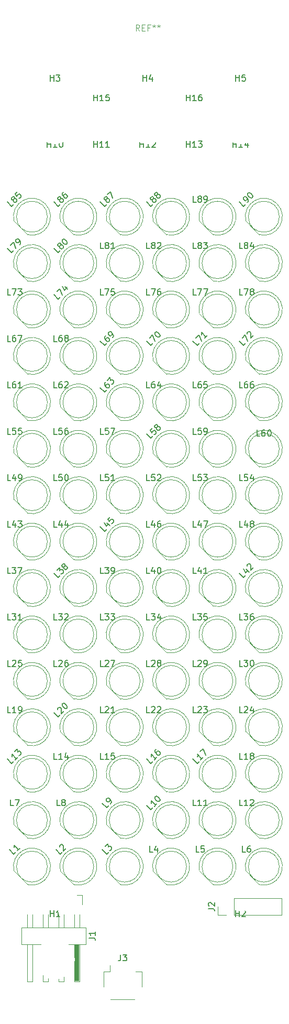
<source format=gto>
G04 #@! TF.GenerationSoftware,KiCad,Pcbnew,7.0.6-7.0.6~ubuntu22.04.1*
G04 #@! TF.CreationDate,2023-08-02T19:51:28+01:00*
G04 #@! TF.ProjectId,working,776f726b-696e-4672-9e6b-696361645f70,rev?*
G04 #@! TF.SameCoordinates,Original*
G04 #@! TF.FileFunction,Legend,Top*
G04 #@! TF.FilePolarity,Positive*
%FSLAX46Y46*%
G04 Gerber Fmt 4.6, Leading zero omitted, Abs format (unit mm)*
G04 Created by KiCad (PCBNEW 7.0.6-7.0.6~ubuntu22.04.1) date 2023-08-02 19:51:28*
%MOMM*%
%LPD*%
G01*
G04 APERTURE LIST*
%ADD10C,0.150000*%
%ADD11C,0.100000*%
%ADD12C,0.120000*%
%ADD13R,0.760000X6.000000*%
%ADD14C,1.800000*%
%ADD15R,1.700000X1.700000*%
%ADD16O,1.700000X1.700000*%
%ADD17C,3.200000*%
%ADD18C,6.400000*%
%ADD19R,1.800000X1.800000*%
%ADD20R,1.000000X2.500000*%
G04 APERTURE END LIST*
D10*
X-14151080Y39555993D02*
X-14487797Y39219276D01*
X-14487797Y39219276D02*
X-15194904Y39926382D01*
X-14689828Y40431459D02*
X-14218423Y40902863D01*
X-14218423Y40902863D02*
X-13814362Y39892711D01*
X-13410301Y41239581D02*
X-12938896Y40768176D01*
X-13848034Y41340596D02*
X-13511316Y40667161D01*
X-13511316Y40667161D02*
X-13073583Y41104894D01*
X8348919Y-35444006D02*
X8012202Y-35780723D01*
X8012202Y-35780723D02*
X7305095Y-35073617D01*
X8955011Y-34837914D02*
X8550950Y-35241975D01*
X8752981Y-35039945D02*
X8045874Y-34332838D01*
X8045874Y-34332838D02*
X8079546Y-34501197D01*
X8079546Y-34501197D02*
X8079546Y-34635884D01*
X8079546Y-34635884D02*
X8045874Y-34736899D01*
X8483607Y-33895105D02*
X8955011Y-33423701D01*
X8955011Y-33423701D02*
X9359072Y-34433853D01*
X848919Y54555993D02*
X512202Y54219276D01*
X512202Y54219276D02*
X-194904Y54926382D01*
X781576Y55296772D02*
X680561Y55263100D01*
X680561Y55263100D02*
X613217Y55263100D01*
X613217Y55263100D02*
X512202Y55296772D01*
X512202Y55296772D02*
X478530Y55330444D01*
X478530Y55330444D02*
X444859Y55431459D01*
X444859Y55431459D02*
X444859Y55498802D01*
X444859Y55498802D02*
X478530Y55599818D01*
X478530Y55599818D02*
X613217Y55734505D01*
X613217Y55734505D02*
X714233Y55768176D01*
X714233Y55768176D02*
X781576Y55768176D01*
X781576Y55768176D02*
X882591Y55734505D01*
X882591Y55734505D02*
X916263Y55700833D01*
X916263Y55700833D02*
X949935Y55599818D01*
X949935Y55599818D02*
X949935Y55532474D01*
X949935Y55532474D02*
X916263Y55431459D01*
X916263Y55431459D02*
X781576Y55296772D01*
X781576Y55296772D02*
X747904Y55195757D01*
X747904Y55195757D02*
X747904Y55128413D01*
X747904Y55128413D02*
X781576Y55027398D01*
X781576Y55027398D02*
X916263Y54892711D01*
X916263Y54892711D02*
X1017278Y54859039D01*
X1017278Y54859039D02*
X1084622Y54859039D01*
X1084622Y54859039D02*
X1185637Y54892711D01*
X1185637Y54892711D02*
X1320324Y55027398D01*
X1320324Y55027398D02*
X1353996Y55128413D01*
X1353996Y55128413D02*
X1353996Y55195757D01*
X1353996Y55195757D02*
X1320324Y55296772D01*
X1320324Y55296772D02*
X1185637Y55431459D01*
X1185637Y55431459D02*
X1084622Y55465131D01*
X1084622Y55465131D02*
X1017278Y55465131D01*
X1017278Y55465131D02*
X916263Y55431459D01*
X1455011Y55970207D02*
X1353996Y55936535D01*
X1353996Y55936535D02*
X1286652Y55936535D01*
X1286652Y55936535D02*
X1185637Y55970207D01*
X1185637Y55970207D02*
X1151965Y56003879D01*
X1151965Y56003879D02*
X1118294Y56104894D01*
X1118294Y56104894D02*
X1118294Y56172237D01*
X1118294Y56172237D02*
X1151965Y56273253D01*
X1151965Y56273253D02*
X1286652Y56407940D01*
X1286652Y56407940D02*
X1387668Y56441611D01*
X1387668Y56441611D02*
X1455011Y56441611D01*
X1455011Y56441611D02*
X1556026Y56407940D01*
X1556026Y56407940D02*
X1589698Y56374268D01*
X1589698Y56374268D02*
X1623370Y56273253D01*
X1623370Y56273253D02*
X1623370Y56205909D01*
X1623370Y56205909D02*
X1589698Y56104894D01*
X1589698Y56104894D02*
X1455011Y55970207D01*
X1455011Y55970207D02*
X1421339Y55869192D01*
X1421339Y55869192D02*
X1421339Y55801848D01*
X1421339Y55801848D02*
X1455011Y55700833D01*
X1455011Y55700833D02*
X1589698Y55566146D01*
X1589698Y55566146D02*
X1690713Y55532474D01*
X1690713Y55532474D02*
X1758057Y55532474D01*
X1758057Y55532474D02*
X1859072Y55566146D01*
X1859072Y55566146D02*
X1993759Y55700833D01*
X1993759Y55700833D02*
X2027431Y55801848D01*
X2027431Y55801848D02*
X2027431Y55869192D01*
X2027431Y55869192D02*
X1993759Y55970207D01*
X1993759Y55970207D02*
X1859072Y56104894D01*
X1859072Y56104894D02*
X1758057Y56138566D01*
X1758057Y56138566D02*
X1690713Y56138566D01*
X1690713Y56138566D02*
X1589698Y56104894D01*
X15848919Y54555993D02*
X15512202Y54219276D01*
X15512202Y54219276D02*
X14805095Y54926382D01*
X16118294Y54825367D02*
X16252981Y54960054D01*
X16252981Y54960054D02*
X16286652Y55061070D01*
X16286652Y55061070D02*
X16286652Y55128413D01*
X16286652Y55128413D02*
X16252981Y55296772D01*
X16252981Y55296772D02*
X16151965Y55465131D01*
X16151965Y55465131D02*
X15882591Y55734505D01*
X15882591Y55734505D02*
X15781576Y55768176D01*
X15781576Y55768176D02*
X15714233Y55768176D01*
X15714233Y55768176D02*
X15613217Y55734505D01*
X15613217Y55734505D02*
X15478530Y55599818D01*
X15478530Y55599818D02*
X15444859Y55498802D01*
X15444859Y55498802D02*
X15444859Y55431459D01*
X15444859Y55431459D02*
X15478530Y55330444D01*
X15478530Y55330444D02*
X15646889Y55162085D01*
X15646889Y55162085D02*
X15747904Y55128413D01*
X15747904Y55128413D02*
X15815248Y55128413D01*
X15815248Y55128413D02*
X15916263Y55162085D01*
X15916263Y55162085D02*
X16050950Y55296772D01*
X16050950Y55296772D02*
X16084622Y55397787D01*
X16084622Y55397787D02*
X16084622Y55465131D01*
X16084622Y55465131D02*
X16050950Y55566146D01*
X16185637Y56306924D02*
X16252981Y56374268D01*
X16252981Y56374268D02*
X16353996Y56407940D01*
X16353996Y56407940D02*
X16421339Y56407940D01*
X16421339Y56407940D02*
X16522355Y56374268D01*
X16522355Y56374268D02*
X16690713Y56273253D01*
X16690713Y56273253D02*
X16859072Y56104894D01*
X16859072Y56104894D02*
X16960087Y55936535D01*
X16960087Y55936535D02*
X16993759Y55835520D01*
X16993759Y55835520D02*
X16993759Y55768176D01*
X16993759Y55768176D02*
X16960087Y55667161D01*
X16960087Y55667161D02*
X16892744Y55599818D01*
X16892744Y55599818D02*
X16791729Y55566146D01*
X16791729Y55566146D02*
X16724385Y55566146D01*
X16724385Y55566146D02*
X16623370Y55599818D01*
X16623370Y55599818D02*
X16455011Y55700833D01*
X16455011Y55700833D02*
X16286652Y55869192D01*
X16286652Y55869192D02*
X16185637Y56037550D01*
X16185637Y56037550D02*
X16151965Y56138566D01*
X16151965Y56138566D02*
X16151965Y56205909D01*
X16151965Y56205909D02*
X16185637Y56306924D01*
X848919Y-42944006D02*
X512202Y-43280723D01*
X512202Y-43280723D02*
X-194904Y-42573617D01*
X1455011Y-42337914D02*
X1050950Y-42741975D01*
X1252981Y-42539945D02*
X545874Y-41832838D01*
X545874Y-41832838D02*
X579546Y-42001197D01*
X579546Y-42001197D02*
X579546Y-42135884D01*
X579546Y-42135884D02*
X545874Y-42236899D01*
X1185637Y-41193075D02*
X1252981Y-41125731D01*
X1252981Y-41125731D02*
X1353996Y-41092059D01*
X1353996Y-41092059D02*
X1421339Y-41092059D01*
X1421339Y-41092059D02*
X1522355Y-41125731D01*
X1522355Y-41125731D02*
X1690713Y-41226746D01*
X1690713Y-41226746D02*
X1859072Y-41395105D01*
X1859072Y-41395105D02*
X1960087Y-41563464D01*
X1960087Y-41563464D02*
X1993759Y-41664479D01*
X1993759Y-41664479D02*
X1993759Y-41731823D01*
X1993759Y-41731823D02*
X1960087Y-41832838D01*
X1960087Y-41832838D02*
X1892744Y-41900181D01*
X1892744Y-41900181D02*
X1791729Y-41933853D01*
X1791729Y-41933853D02*
X1724385Y-41933853D01*
X1724385Y-41933853D02*
X1623370Y-41900181D01*
X1623370Y-41900181D02*
X1455011Y-41799166D01*
X1455011Y-41799166D02*
X1286652Y-41630807D01*
X1286652Y-41630807D02*
X1185637Y-41462449D01*
X1185637Y-41462449D02*
X1151965Y-41361433D01*
X1151965Y-41361433D02*
X1151965Y-41294090D01*
X1151965Y-41294090D02*
X1185637Y-41193075D01*
X-4373333Y-66689819D02*
X-4373333Y-67404104D01*
X-4373333Y-67404104D02*
X-4420952Y-67546961D01*
X-4420952Y-67546961D02*
X-4516190Y-67642200D01*
X-4516190Y-67642200D02*
X-4659047Y-67689819D01*
X-4659047Y-67689819D02*
X-4754285Y-67689819D01*
X-3992380Y-66689819D02*
X-3373333Y-66689819D01*
X-3373333Y-66689819D02*
X-3706666Y-67070771D01*
X-3706666Y-67070771D02*
X-3563809Y-67070771D01*
X-3563809Y-67070771D02*
X-3468571Y-67118390D01*
X-3468571Y-67118390D02*
X-3420952Y-67166009D01*
X-3420952Y-67166009D02*
X-3373333Y-67261247D01*
X-3373333Y-67261247D02*
X-3373333Y-67499342D01*
X-3373333Y-67499342D02*
X-3420952Y-67594580D01*
X-3420952Y-67594580D02*
X-3468571Y-67642200D01*
X-3468571Y-67642200D02*
X-3563809Y-67689819D01*
X-3563809Y-67689819D02*
X-3849523Y-67689819D01*
X-3849523Y-67689819D02*
X-3944761Y-67642200D01*
X-3944761Y-67642200D02*
X-3992380Y-67594580D01*
X848919Y32055993D02*
X512202Y31719276D01*
X512202Y31719276D02*
X-194904Y32426382D01*
X310171Y32931459D02*
X781576Y33402863D01*
X781576Y33402863D02*
X1185637Y32392711D01*
X1185637Y33806924D02*
X1252981Y33874268D01*
X1252981Y33874268D02*
X1353996Y33907940D01*
X1353996Y33907940D02*
X1421339Y33907940D01*
X1421339Y33907940D02*
X1522355Y33874268D01*
X1522355Y33874268D02*
X1690713Y33773253D01*
X1690713Y33773253D02*
X1859072Y33604894D01*
X1859072Y33604894D02*
X1960087Y33436535D01*
X1960087Y33436535D02*
X1993759Y33335520D01*
X1993759Y33335520D02*
X1993759Y33268176D01*
X1993759Y33268176D02*
X1960087Y33167161D01*
X1960087Y33167161D02*
X1892744Y33099818D01*
X1892744Y33099818D02*
X1791729Y33066146D01*
X1791729Y33066146D02*
X1724385Y33066146D01*
X1724385Y33066146D02*
X1623370Y33099818D01*
X1623370Y33099818D02*
X1455011Y33200833D01*
X1455011Y33200833D02*
X1286652Y33369192D01*
X1286652Y33369192D02*
X1185637Y33537550D01*
X1185637Y33537550D02*
X1151965Y33638566D01*
X1151965Y33638566D02*
X1151965Y33705909D01*
X1151965Y33705909D02*
X1185637Y33806924D01*
X-14151080Y47055993D02*
X-14487797Y46719276D01*
X-14487797Y46719276D02*
X-15194904Y47426382D01*
X-14218423Y47796772D02*
X-14319438Y47763100D01*
X-14319438Y47763100D02*
X-14386782Y47763100D01*
X-14386782Y47763100D02*
X-14487797Y47796772D01*
X-14487797Y47796772D02*
X-14521469Y47830444D01*
X-14521469Y47830444D02*
X-14555140Y47931459D01*
X-14555140Y47931459D02*
X-14555140Y47998802D01*
X-14555140Y47998802D02*
X-14521469Y48099818D01*
X-14521469Y48099818D02*
X-14386782Y48234505D01*
X-14386782Y48234505D02*
X-14285766Y48268176D01*
X-14285766Y48268176D02*
X-14218423Y48268176D01*
X-14218423Y48268176D02*
X-14117408Y48234505D01*
X-14117408Y48234505D02*
X-14083736Y48200833D01*
X-14083736Y48200833D02*
X-14050064Y48099818D01*
X-14050064Y48099818D02*
X-14050064Y48032474D01*
X-14050064Y48032474D02*
X-14083736Y47931459D01*
X-14083736Y47931459D02*
X-14218423Y47796772D01*
X-14218423Y47796772D02*
X-14252095Y47695757D01*
X-14252095Y47695757D02*
X-14252095Y47628413D01*
X-14252095Y47628413D02*
X-14218423Y47527398D01*
X-14218423Y47527398D02*
X-14083736Y47392711D01*
X-14083736Y47392711D02*
X-13982721Y47359039D01*
X-13982721Y47359039D02*
X-13915377Y47359039D01*
X-13915377Y47359039D02*
X-13814362Y47392711D01*
X-13814362Y47392711D02*
X-13679675Y47527398D01*
X-13679675Y47527398D02*
X-13646003Y47628413D01*
X-13646003Y47628413D02*
X-13646003Y47695757D01*
X-13646003Y47695757D02*
X-13679675Y47796772D01*
X-13679675Y47796772D02*
X-13814362Y47931459D01*
X-13814362Y47931459D02*
X-13915377Y47965131D01*
X-13915377Y47965131D02*
X-13982721Y47965131D01*
X-13982721Y47965131D02*
X-14083736Y47931459D01*
X-13814362Y48806924D02*
X-13747018Y48874268D01*
X-13747018Y48874268D02*
X-13646003Y48907940D01*
X-13646003Y48907940D02*
X-13578660Y48907940D01*
X-13578660Y48907940D02*
X-13477644Y48874268D01*
X-13477644Y48874268D02*
X-13309286Y48773253D01*
X-13309286Y48773253D02*
X-13140927Y48604894D01*
X-13140927Y48604894D02*
X-13039912Y48436535D01*
X-13039912Y48436535D02*
X-13006240Y48335520D01*
X-13006240Y48335520D02*
X-13006240Y48268176D01*
X-13006240Y48268176D02*
X-13039912Y48167161D01*
X-13039912Y48167161D02*
X-13107255Y48099818D01*
X-13107255Y48099818D02*
X-13208270Y48066146D01*
X-13208270Y48066146D02*
X-13275614Y48066146D01*
X-13275614Y48066146D02*
X-13376629Y48099818D01*
X-13376629Y48099818D02*
X-13544988Y48200833D01*
X-13544988Y48200833D02*
X-13713347Y48369192D01*
X-13713347Y48369192D02*
X-13814362Y48537550D01*
X-13814362Y48537550D02*
X-13848034Y48638566D01*
X-13848034Y48638566D02*
X-13848034Y48705909D01*
X-13848034Y48705909D02*
X-13814362Y48806924D01*
X-21651080Y-35444006D02*
X-21987797Y-35780723D01*
X-21987797Y-35780723D02*
X-22694904Y-35073617D01*
X-21044988Y-34837914D02*
X-21449049Y-35241975D01*
X-21247018Y-35039945D02*
X-21954125Y-34332838D01*
X-21954125Y-34332838D02*
X-21920453Y-34501197D01*
X-21920453Y-34501197D02*
X-21920453Y-34635884D01*
X-21920453Y-34635884D02*
X-21954125Y-34736899D01*
X-21516392Y-33895105D02*
X-21078660Y-33457372D01*
X-21078660Y-33457372D02*
X-21044988Y-33962449D01*
X-21044988Y-33962449D02*
X-20943973Y-33861433D01*
X-20943973Y-33861433D02*
X-20842957Y-33827762D01*
X-20842957Y-33827762D02*
X-20775614Y-33827762D01*
X-20775614Y-33827762D02*
X-20674599Y-33861433D01*
X-20674599Y-33861433D02*
X-20506240Y-34029792D01*
X-20506240Y-34029792D02*
X-20472568Y-34130807D01*
X-20472568Y-34130807D02*
X-20472568Y-34198151D01*
X-20472568Y-34198151D02*
X-20506240Y-34299166D01*
X-20506240Y-34299166D02*
X-20708270Y-34501197D01*
X-20708270Y-34501197D02*
X-20809286Y-34534868D01*
X-20809286Y-34534868D02*
X-20876629Y-34534868D01*
X-6314362Y-42607288D02*
X-6651079Y-42944006D01*
X-6651079Y-42944006D02*
X-7358186Y-42236899D01*
X-6044988Y-42337914D02*
X-5910301Y-42203227D01*
X-5910301Y-42203227D02*
X-5876629Y-42102212D01*
X-5876629Y-42102212D02*
X-5876629Y-42034868D01*
X-5876629Y-42034868D02*
X-5910301Y-41866509D01*
X-5910301Y-41866509D02*
X-6011316Y-41698151D01*
X-6011316Y-41698151D02*
X-6280690Y-41428777D01*
X-6280690Y-41428777D02*
X-6381705Y-41395105D01*
X-6381705Y-41395105D02*
X-6449049Y-41395105D01*
X-6449049Y-41395105D02*
X-6550064Y-41428777D01*
X-6550064Y-41428777D02*
X-6684751Y-41563464D01*
X-6684751Y-41563464D02*
X-6718423Y-41664479D01*
X-6718423Y-41664479D02*
X-6718423Y-41731822D01*
X-6718423Y-41731822D02*
X-6684751Y-41832838D01*
X-6684751Y-41832838D02*
X-6516392Y-42001196D01*
X-6516392Y-42001196D02*
X-6415377Y-42034868D01*
X-6415377Y-42034868D02*
X-6348033Y-42034868D01*
X-6348033Y-42034868D02*
X-6247018Y-42001196D01*
X-6247018Y-42001196D02*
X-6112331Y-41866509D01*
X-6112331Y-41866509D02*
X-6078659Y-41765494D01*
X-6078659Y-41765494D02*
X-6078659Y-41698151D01*
X-6078659Y-41698151D02*
X-6112331Y-41597135D01*
X9824819Y-59261333D02*
X10539104Y-59261333D01*
X10539104Y-59261333D02*
X10681961Y-59308952D01*
X10681961Y-59308952D02*
X10777200Y-59404190D01*
X10777200Y-59404190D02*
X10824819Y-59547047D01*
X10824819Y-59547047D02*
X10824819Y-59642285D01*
X9920057Y-58832761D02*
X9872438Y-58785142D01*
X9872438Y-58785142D02*
X9824819Y-58689904D01*
X9824819Y-58689904D02*
X9824819Y-58451809D01*
X9824819Y-58451809D02*
X9872438Y-58356571D01*
X9872438Y-58356571D02*
X9920057Y-58308952D01*
X9920057Y-58308952D02*
X10015295Y-58261333D01*
X10015295Y-58261333D02*
X10110533Y-58261333D01*
X10110533Y-58261333D02*
X10253390Y-58308952D01*
X10253390Y-58308952D02*
X10824819Y-58880380D01*
X10824819Y-58880380D02*
X10824819Y-58261333D01*
X-14151080Y54555993D02*
X-14487797Y54219276D01*
X-14487797Y54219276D02*
X-15194904Y54926382D01*
X-14218423Y55296772D02*
X-14319438Y55263100D01*
X-14319438Y55263100D02*
X-14386782Y55263100D01*
X-14386782Y55263100D02*
X-14487797Y55296772D01*
X-14487797Y55296772D02*
X-14521469Y55330444D01*
X-14521469Y55330444D02*
X-14555140Y55431459D01*
X-14555140Y55431459D02*
X-14555140Y55498802D01*
X-14555140Y55498802D02*
X-14521469Y55599818D01*
X-14521469Y55599818D02*
X-14386782Y55734505D01*
X-14386782Y55734505D02*
X-14285766Y55768176D01*
X-14285766Y55768176D02*
X-14218423Y55768176D01*
X-14218423Y55768176D02*
X-14117408Y55734505D01*
X-14117408Y55734505D02*
X-14083736Y55700833D01*
X-14083736Y55700833D02*
X-14050064Y55599818D01*
X-14050064Y55599818D02*
X-14050064Y55532474D01*
X-14050064Y55532474D02*
X-14083736Y55431459D01*
X-14083736Y55431459D02*
X-14218423Y55296772D01*
X-14218423Y55296772D02*
X-14252095Y55195757D01*
X-14252095Y55195757D02*
X-14252095Y55128413D01*
X-14252095Y55128413D02*
X-14218423Y55027398D01*
X-14218423Y55027398D02*
X-14083736Y54892711D01*
X-14083736Y54892711D02*
X-13982721Y54859039D01*
X-13982721Y54859039D02*
X-13915377Y54859039D01*
X-13915377Y54859039D02*
X-13814362Y54892711D01*
X-13814362Y54892711D02*
X-13679675Y55027398D01*
X-13679675Y55027398D02*
X-13646003Y55128413D01*
X-13646003Y55128413D02*
X-13646003Y55195757D01*
X-13646003Y55195757D02*
X-13679675Y55296772D01*
X-13679675Y55296772D02*
X-13814362Y55431459D01*
X-13814362Y55431459D02*
X-13915377Y55465131D01*
X-13915377Y55465131D02*
X-13982721Y55465131D01*
X-13982721Y55465131D02*
X-14083736Y55431459D01*
X-13646003Y56475283D02*
X-13780690Y56340596D01*
X-13780690Y56340596D02*
X-13814362Y56239581D01*
X-13814362Y56239581D02*
X-13814362Y56172237D01*
X-13814362Y56172237D02*
X-13780690Y56003879D01*
X-13780690Y56003879D02*
X-13679675Y55835520D01*
X-13679675Y55835520D02*
X-13410301Y55566146D01*
X-13410301Y55566146D02*
X-13309286Y55532474D01*
X-13309286Y55532474D02*
X-13241942Y55532474D01*
X-13241942Y55532474D02*
X-13140927Y55566146D01*
X-13140927Y55566146D02*
X-13006240Y55700833D01*
X-13006240Y55700833D02*
X-12972568Y55801848D01*
X-12972568Y55801848D02*
X-12972568Y55869192D01*
X-12972568Y55869192D02*
X-13006240Y55970207D01*
X-13006240Y55970207D02*
X-13174599Y56138566D01*
X-13174599Y56138566D02*
X-13275614Y56172237D01*
X-13275614Y56172237D02*
X-13342957Y56172237D01*
X-13342957Y56172237D02*
X-13443973Y56138566D01*
X-13443973Y56138566D02*
X-13578660Y56003879D01*
X-13578660Y56003879D02*
X-13612331Y55902863D01*
X-13612331Y55902863D02*
X-13612331Y55835520D01*
X-13612331Y55835520D02*
X-13578660Y55734505D01*
X8348919Y32055993D02*
X8012202Y31719276D01*
X8012202Y31719276D02*
X7305095Y32426382D01*
X7810171Y32931459D02*
X8281576Y33402863D01*
X8281576Y33402863D02*
X8685637Y32392711D01*
X9628446Y33335520D02*
X9224385Y32931459D01*
X9426416Y33133489D02*
X8719309Y33840596D01*
X8719309Y33840596D02*
X8752981Y33672237D01*
X8752981Y33672237D02*
X8752981Y33537550D01*
X8752981Y33537550D02*
X8719309Y33436535D01*
X-6651080Y32055993D02*
X-6987797Y31719276D01*
X-6987797Y31719276D02*
X-7694904Y32426382D01*
X-6819438Y33301848D02*
X-6954125Y33167161D01*
X-6954125Y33167161D02*
X-6987797Y33066146D01*
X-6987797Y33066146D02*
X-6987797Y32998802D01*
X-6987797Y32998802D02*
X-6954125Y32830444D01*
X-6954125Y32830444D02*
X-6853110Y32662085D01*
X-6853110Y32662085D02*
X-6583736Y32392711D01*
X-6583736Y32392711D02*
X-6482721Y32359039D01*
X-6482721Y32359039D02*
X-6415377Y32359039D01*
X-6415377Y32359039D02*
X-6314362Y32392711D01*
X-6314362Y32392711D02*
X-6179675Y32527398D01*
X-6179675Y32527398D02*
X-6146003Y32628413D01*
X-6146003Y32628413D02*
X-6146003Y32695757D01*
X-6146003Y32695757D02*
X-6179675Y32796772D01*
X-6179675Y32796772D02*
X-6348034Y32965131D01*
X-6348034Y32965131D02*
X-6449049Y32998802D01*
X-6449049Y32998802D02*
X-6516392Y32998802D01*
X-6516392Y32998802D02*
X-6617408Y32965131D01*
X-6617408Y32965131D02*
X-6752095Y32830444D01*
X-6752095Y32830444D02*
X-6785766Y32729428D01*
X-6785766Y32729428D02*
X-6785766Y32662085D01*
X-6785766Y32662085D02*
X-6752095Y32561070D01*
X-5708270Y32998802D02*
X-5573583Y33133489D01*
X-5573583Y33133489D02*
X-5539912Y33234505D01*
X-5539912Y33234505D02*
X-5539912Y33301848D01*
X-5539912Y33301848D02*
X-5573583Y33470207D01*
X-5573583Y33470207D02*
X-5674599Y33638566D01*
X-5674599Y33638566D02*
X-5943973Y33907940D01*
X-5943973Y33907940D02*
X-6044988Y33941611D01*
X-6044988Y33941611D02*
X-6112331Y33941611D01*
X-6112331Y33941611D02*
X-6213347Y33907940D01*
X-6213347Y33907940D02*
X-6348034Y33773253D01*
X-6348034Y33773253D02*
X-6381705Y33672237D01*
X-6381705Y33672237D02*
X-6381705Y33604894D01*
X-6381705Y33604894D02*
X-6348034Y33503879D01*
X-6348034Y33503879D02*
X-6179675Y33335520D01*
X-6179675Y33335520D02*
X-6078660Y33301848D01*
X-6078660Y33301848D02*
X-6011316Y33301848D01*
X-6011316Y33301848D02*
X-5910301Y33335520D01*
X-5910301Y33335520D02*
X-5775614Y33470207D01*
X-5775614Y33470207D02*
X-5741942Y33571222D01*
X-5741942Y33571222D02*
X-5741942Y33638566D01*
X-5741942Y33638566D02*
X-5775614Y33739581D01*
X15848919Y32055993D02*
X15512202Y31719276D01*
X15512202Y31719276D02*
X14805095Y32426382D01*
X15310171Y32931459D02*
X15781576Y33402863D01*
X15781576Y33402863D02*
X16185637Y32392711D01*
X16084622Y33571222D02*
X16084622Y33638566D01*
X16084622Y33638566D02*
X16118294Y33739581D01*
X16118294Y33739581D02*
X16286652Y33907940D01*
X16286652Y33907940D02*
X16387668Y33941611D01*
X16387668Y33941611D02*
X16455011Y33941611D01*
X16455011Y33941611D02*
X16556026Y33907940D01*
X16556026Y33907940D02*
X16623370Y33840596D01*
X16623370Y33840596D02*
X16690713Y33705909D01*
X16690713Y33705909D02*
X16690713Y32897787D01*
X16690713Y32897787D02*
X17128446Y33335520D01*
X-6651080Y24555993D02*
X-6987797Y24219276D01*
X-6987797Y24219276D02*
X-7694904Y24926382D01*
X-6819438Y25801848D02*
X-6954125Y25667161D01*
X-6954125Y25667161D02*
X-6987797Y25566146D01*
X-6987797Y25566146D02*
X-6987797Y25498802D01*
X-6987797Y25498802D02*
X-6954125Y25330444D01*
X-6954125Y25330444D02*
X-6853110Y25162085D01*
X-6853110Y25162085D02*
X-6583736Y24892711D01*
X-6583736Y24892711D02*
X-6482721Y24859039D01*
X-6482721Y24859039D02*
X-6415377Y24859039D01*
X-6415377Y24859039D02*
X-6314362Y24892711D01*
X-6314362Y24892711D02*
X-6179675Y25027398D01*
X-6179675Y25027398D02*
X-6146003Y25128413D01*
X-6146003Y25128413D02*
X-6146003Y25195757D01*
X-6146003Y25195757D02*
X-6179675Y25296772D01*
X-6179675Y25296772D02*
X-6348034Y25465131D01*
X-6348034Y25465131D02*
X-6449049Y25498802D01*
X-6449049Y25498802D02*
X-6516392Y25498802D01*
X-6516392Y25498802D02*
X-6617408Y25465131D01*
X-6617408Y25465131D02*
X-6752095Y25330444D01*
X-6752095Y25330444D02*
X-6785766Y25229428D01*
X-6785766Y25229428D02*
X-6785766Y25162085D01*
X-6785766Y25162085D02*
X-6752095Y25061070D01*
X-6516392Y26104894D02*
X-6078660Y26542627D01*
X-6078660Y26542627D02*
X-6044988Y26037550D01*
X-6044988Y26037550D02*
X-5943973Y26138566D01*
X-5943973Y26138566D02*
X-5842957Y26172237D01*
X-5842957Y26172237D02*
X-5775614Y26172237D01*
X-5775614Y26172237D02*
X-5674599Y26138566D01*
X-5674599Y26138566D02*
X-5506240Y25970207D01*
X-5506240Y25970207D02*
X-5472568Y25869192D01*
X-5472568Y25869192D02*
X-5472568Y25801848D01*
X-5472568Y25801848D02*
X-5506240Y25700833D01*
X-5506240Y25700833D02*
X-5708270Y25498802D01*
X-5708270Y25498802D02*
X-5809286Y25465131D01*
X-5809286Y25465131D02*
X-5876629Y25465131D01*
X-14151080Y-27944006D02*
X-14487797Y-28280723D01*
X-14487797Y-28280723D02*
X-15194904Y-27573617D01*
X-14588812Y-27102212D02*
X-14588812Y-27034868D01*
X-14588812Y-27034868D02*
X-14555140Y-26933853D01*
X-14555140Y-26933853D02*
X-14386782Y-26765494D01*
X-14386782Y-26765494D02*
X-14285766Y-26731823D01*
X-14285766Y-26731823D02*
X-14218423Y-26731823D01*
X-14218423Y-26731823D02*
X-14117408Y-26765494D01*
X-14117408Y-26765494D02*
X-14050064Y-26832838D01*
X-14050064Y-26832838D02*
X-13982721Y-26967525D01*
X-13982721Y-26967525D02*
X-13982721Y-27775647D01*
X-13982721Y-27775647D02*
X-13544988Y-27337914D01*
X-13814362Y-26193075D02*
X-13747018Y-26125731D01*
X-13747018Y-26125731D02*
X-13646003Y-26092059D01*
X-13646003Y-26092059D02*
X-13578660Y-26092059D01*
X-13578660Y-26092059D02*
X-13477644Y-26125731D01*
X-13477644Y-26125731D02*
X-13309286Y-26226746D01*
X-13309286Y-26226746D02*
X-13140927Y-26395105D01*
X-13140927Y-26395105D02*
X-13039912Y-26563464D01*
X-13039912Y-26563464D02*
X-13006240Y-26664479D01*
X-13006240Y-26664479D02*
X-13006240Y-26731823D01*
X-13006240Y-26731823D02*
X-13039912Y-26832838D01*
X-13039912Y-26832838D02*
X-13107255Y-26900181D01*
X-13107255Y-26900181D02*
X-13208270Y-26933853D01*
X-13208270Y-26933853D02*
X-13275614Y-26933853D01*
X-13275614Y-26933853D02*
X-13376629Y-26900181D01*
X-13376629Y-26900181D02*
X-13544988Y-26799166D01*
X-13544988Y-26799166D02*
X-13713347Y-26630807D01*
X-13713347Y-26630807D02*
X-13814362Y-26462449D01*
X-13814362Y-26462449D02*
X-13848034Y-26361433D01*
X-13848034Y-26361433D02*
X-13848034Y-26294090D01*
X-13848034Y-26294090D02*
X-13814362Y-26193075D01*
X-6651080Y54555993D02*
X-6987797Y54219276D01*
X-6987797Y54219276D02*
X-7694904Y54926382D01*
X-6718423Y55296772D02*
X-6819438Y55263100D01*
X-6819438Y55263100D02*
X-6886782Y55263100D01*
X-6886782Y55263100D02*
X-6987797Y55296772D01*
X-6987797Y55296772D02*
X-7021469Y55330444D01*
X-7021469Y55330444D02*
X-7055140Y55431459D01*
X-7055140Y55431459D02*
X-7055140Y55498802D01*
X-7055140Y55498802D02*
X-7021469Y55599818D01*
X-7021469Y55599818D02*
X-6886782Y55734505D01*
X-6886782Y55734505D02*
X-6785766Y55768176D01*
X-6785766Y55768176D02*
X-6718423Y55768176D01*
X-6718423Y55768176D02*
X-6617408Y55734505D01*
X-6617408Y55734505D02*
X-6583736Y55700833D01*
X-6583736Y55700833D02*
X-6550064Y55599818D01*
X-6550064Y55599818D02*
X-6550064Y55532474D01*
X-6550064Y55532474D02*
X-6583736Y55431459D01*
X-6583736Y55431459D02*
X-6718423Y55296772D01*
X-6718423Y55296772D02*
X-6752095Y55195757D01*
X-6752095Y55195757D02*
X-6752095Y55128413D01*
X-6752095Y55128413D02*
X-6718423Y55027398D01*
X-6718423Y55027398D02*
X-6583736Y54892711D01*
X-6583736Y54892711D02*
X-6482721Y54859039D01*
X-6482721Y54859039D02*
X-6415377Y54859039D01*
X-6415377Y54859039D02*
X-6314362Y54892711D01*
X-6314362Y54892711D02*
X-6179675Y55027398D01*
X-6179675Y55027398D02*
X-6146003Y55128413D01*
X-6146003Y55128413D02*
X-6146003Y55195757D01*
X-6146003Y55195757D02*
X-6179675Y55296772D01*
X-6179675Y55296772D02*
X-6314362Y55431459D01*
X-6314362Y55431459D02*
X-6415377Y55465131D01*
X-6415377Y55465131D02*
X-6482721Y55465131D01*
X-6482721Y55465131D02*
X-6583736Y55431459D01*
X-6516392Y56104894D02*
X-6044988Y56576298D01*
X-6044988Y56576298D02*
X-5640927Y55566146D01*
X6261905Y63745180D02*
X6261905Y64745180D01*
X6261905Y64268990D02*
X6833333Y64268990D01*
X6833333Y63745180D02*
X6833333Y64745180D01*
X7833333Y63745180D02*
X7261905Y63745180D01*
X7547619Y63745180D02*
X7547619Y64745180D01*
X7547619Y64745180D02*
X7452381Y64602323D01*
X7452381Y64602323D02*
X7357143Y64507085D01*
X7357143Y64507085D02*
X7261905Y64459466D01*
X8166667Y64745180D02*
X8785714Y64745180D01*
X8785714Y64745180D02*
X8452381Y64364228D01*
X8452381Y64364228D02*
X8595238Y64364228D01*
X8595238Y64364228D02*
X8690476Y64316609D01*
X8690476Y64316609D02*
X8738095Y64268990D01*
X8738095Y64268990D02*
X8785714Y64173752D01*
X8785714Y64173752D02*
X8785714Y63935657D01*
X8785714Y63935657D02*
X8738095Y63840419D01*
X8738095Y63840419D02*
X8690476Y63792800D01*
X8690476Y63792800D02*
X8595238Y63745180D01*
X8595238Y63745180D02*
X8309524Y63745180D01*
X8309524Y63745180D02*
X8214286Y63792800D01*
X8214286Y63792800D02*
X8166667Y63840419D01*
X848919Y17055993D02*
X512202Y16719276D01*
X512202Y16719276D02*
X-194904Y17426382D01*
X714233Y18335520D02*
X377515Y17998802D01*
X377515Y17998802D02*
X680561Y17628413D01*
X680561Y17628413D02*
X680561Y17695757D01*
X680561Y17695757D02*
X714233Y17796772D01*
X714233Y17796772D02*
X882591Y17965131D01*
X882591Y17965131D02*
X983607Y17998802D01*
X983607Y17998802D02*
X1050950Y17998802D01*
X1050950Y17998802D02*
X1151965Y17965131D01*
X1151965Y17965131D02*
X1320324Y17796772D01*
X1320324Y17796772D02*
X1353996Y17695757D01*
X1353996Y17695757D02*
X1353996Y17628413D01*
X1353996Y17628413D02*
X1320324Y17527398D01*
X1320324Y17527398D02*
X1151965Y17359039D01*
X1151965Y17359039D02*
X1050950Y17325367D01*
X1050950Y17325367D02*
X983607Y17325367D01*
X1455011Y18470207D02*
X1353996Y18436535D01*
X1353996Y18436535D02*
X1286652Y18436535D01*
X1286652Y18436535D02*
X1185637Y18470207D01*
X1185637Y18470207D02*
X1151965Y18503879D01*
X1151965Y18503879D02*
X1118294Y18604894D01*
X1118294Y18604894D02*
X1118294Y18672237D01*
X1118294Y18672237D02*
X1151965Y18773253D01*
X1151965Y18773253D02*
X1286652Y18907940D01*
X1286652Y18907940D02*
X1387668Y18941611D01*
X1387668Y18941611D02*
X1455011Y18941611D01*
X1455011Y18941611D02*
X1556026Y18907940D01*
X1556026Y18907940D02*
X1589698Y18874268D01*
X1589698Y18874268D02*
X1623370Y18773253D01*
X1623370Y18773253D02*
X1623370Y18705909D01*
X1623370Y18705909D02*
X1589698Y18604894D01*
X1589698Y18604894D02*
X1455011Y18470207D01*
X1455011Y18470207D02*
X1421339Y18369192D01*
X1421339Y18369192D02*
X1421339Y18301848D01*
X1421339Y18301848D02*
X1455011Y18200833D01*
X1455011Y18200833D02*
X1589698Y18066146D01*
X1589698Y18066146D02*
X1690713Y18032474D01*
X1690713Y18032474D02*
X1758057Y18032474D01*
X1758057Y18032474D02*
X1859072Y18066146D01*
X1859072Y18066146D02*
X1993759Y18200833D01*
X1993759Y18200833D02*
X2027431Y18301848D01*
X2027431Y18301848D02*
X2027431Y18369192D01*
X2027431Y18369192D02*
X1993759Y18470207D01*
X1993759Y18470207D02*
X1859072Y18604894D01*
X1859072Y18604894D02*
X1758057Y18638566D01*
X1758057Y18638566D02*
X1690713Y18638566D01*
X1690713Y18638566D02*
X1589698Y18604894D01*
X15848919Y-5444006D02*
X15512202Y-5780723D01*
X15512202Y-5780723D02*
X14805095Y-5073617D01*
X15916263Y-4433853D02*
X16387668Y-4905258D01*
X15478530Y-4332838D02*
X15815248Y-5006273D01*
X15815248Y-5006273D02*
X16252981Y-4568540D01*
X16084622Y-3928777D02*
X16084622Y-3861433D01*
X16084622Y-3861433D02*
X16118294Y-3760418D01*
X16118294Y-3760418D02*
X16286652Y-3592059D01*
X16286652Y-3592059D02*
X16387668Y-3558388D01*
X16387668Y-3558388D02*
X16455011Y-3558388D01*
X16455011Y-3558388D02*
X16556026Y-3592059D01*
X16556026Y-3592059D02*
X16623370Y-3659403D01*
X16623370Y-3659403D02*
X16690713Y-3794090D01*
X16690713Y-3794090D02*
X16690713Y-4602212D01*
X16690713Y-4602212D02*
X17128446Y-4164479D01*
X848919Y-35444006D02*
X512202Y-35780723D01*
X512202Y-35780723D02*
X-194904Y-35073617D01*
X1455011Y-34837914D02*
X1050950Y-35241975D01*
X1252981Y-35039945D02*
X545874Y-34332838D01*
X545874Y-34332838D02*
X579546Y-34501197D01*
X579546Y-34501197D02*
X579546Y-34635884D01*
X579546Y-34635884D02*
X545874Y-34736899D01*
X1353996Y-33524716D02*
X1219309Y-33659403D01*
X1219309Y-33659403D02*
X1185637Y-33760418D01*
X1185637Y-33760418D02*
X1185637Y-33827762D01*
X1185637Y-33827762D02*
X1219309Y-33996120D01*
X1219309Y-33996120D02*
X1320324Y-34164479D01*
X1320324Y-34164479D02*
X1589698Y-34433853D01*
X1589698Y-34433853D02*
X1690713Y-34467525D01*
X1690713Y-34467525D02*
X1758057Y-34467525D01*
X1758057Y-34467525D02*
X1859072Y-34433853D01*
X1859072Y-34433853D02*
X1993759Y-34299166D01*
X1993759Y-34299166D02*
X2027431Y-34198151D01*
X2027431Y-34198151D02*
X2027431Y-34130807D01*
X2027431Y-34130807D02*
X1993759Y-34029792D01*
X1993759Y-34029792D02*
X1825400Y-33861433D01*
X1825400Y-33861433D02*
X1724385Y-33827762D01*
X1724385Y-33827762D02*
X1657042Y-33827762D01*
X1657042Y-33827762D02*
X1556026Y-33861433D01*
X1556026Y-33861433D02*
X1421339Y-33996120D01*
X1421339Y-33996120D02*
X1387668Y-34097136D01*
X1387668Y-34097136D02*
X1387668Y-34164479D01*
X1387668Y-34164479D02*
X1421339Y-34265494D01*
X-21651080Y47055993D02*
X-21987797Y46719276D01*
X-21987797Y46719276D02*
X-22694904Y47426382D01*
X-22189828Y47931459D02*
X-21718423Y48402863D01*
X-21718423Y48402863D02*
X-21314362Y47392711D01*
X-20708270Y47998802D02*
X-20573583Y48133489D01*
X-20573583Y48133489D02*
X-20539912Y48234505D01*
X-20539912Y48234505D02*
X-20539912Y48301848D01*
X-20539912Y48301848D02*
X-20573583Y48470207D01*
X-20573583Y48470207D02*
X-20674599Y48638566D01*
X-20674599Y48638566D02*
X-20943973Y48907940D01*
X-20943973Y48907940D02*
X-21044988Y48941611D01*
X-21044988Y48941611D02*
X-21112331Y48941611D01*
X-21112331Y48941611D02*
X-21213347Y48907940D01*
X-21213347Y48907940D02*
X-21348034Y48773253D01*
X-21348034Y48773253D02*
X-21381705Y48672237D01*
X-21381705Y48672237D02*
X-21381705Y48604894D01*
X-21381705Y48604894D02*
X-21348034Y48503879D01*
X-21348034Y48503879D02*
X-21179675Y48335520D01*
X-21179675Y48335520D02*
X-21078660Y48301848D01*
X-21078660Y48301848D02*
X-21011316Y48301848D01*
X-21011316Y48301848D02*
X-20910301Y48335520D01*
X-20910301Y48335520D02*
X-20775614Y48470207D01*
X-20775614Y48470207D02*
X-20741942Y48571222D01*
X-20741942Y48571222D02*
X-20741942Y48638566D01*
X-20741942Y48638566D02*
X-20775614Y48739581D01*
X-6651080Y2055993D02*
X-6987797Y1719276D01*
X-6987797Y1719276D02*
X-7694904Y2426382D01*
X-6583736Y3066146D02*
X-6112331Y2594741D01*
X-7021469Y3167161D02*
X-6684751Y2493726D01*
X-6684751Y2493726D02*
X-6247018Y2931459D01*
X-6112331Y4008955D02*
X-6449049Y3672237D01*
X-6449049Y3672237D02*
X-6146003Y3301848D01*
X-6146003Y3301848D02*
X-6146003Y3369192D01*
X-6146003Y3369192D02*
X-6112331Y3470207D01*
X-6112331Y3470207D02*
X-5943973Y3638566D01*
X-5943973Y3638566D02*
X-5842957Y3672237D01*
X-5842957Y3672237D02*
X-5775614Y3672237D01*
X-5775614Y3672237D02*
X-5674599Y3638566D01*
X-5674599Y3638566D02*
X-5506240Y3470207D01*
X-5506240Y3470207D02*
X-5472568Y3369192D01*
X-5472568Y3369192D02*
X-5472568Y3301848D01*
X-5472568Y3301848D02*
X-5506240Y3200833D01*
X-5506240Y3200833D02*
X-5674599Y3032474D01*
X-5674599Y3032474D02*
X-5775614Y2998802D01*
X-5775614Y2998802D02*
X-5842957Y2998802D01*
X-14151080Y-5444006D02*
X-14487797Y-5780723D01*
X-14487797Y-5780723D02*
X-15194904Y-5073617D01*
X-14689828Y-4568540D02*
X-14252095Y-4130807D01*
X-14252095Y-4130807D02*
X-14218423Y-4635884D01*
X-14218423Y-4635884D02*
X-14117408Y-4534868D01*
X-14117408Y-4534868D02*
X-14016392Y-4501197D01*
X-14016392Y-4501197D02*
X-13949049Y-4501197D01*
X-13949049Y-4501197D02*
X-13848034Y-4534868D01*
X-13848034Y-4534868D02*
X-13679675Y-4703227D01*
X-13679675Y-4703227D02*
X-13646003Y-4804242D01*
X-13646003Y-4804242D02*
X-13646003Y-4871586D01*
X-13646003Y-4871586D02*
X-13679675Y-4972601D01*
X-13679675Y-4972601D02*
X-13881705Y-5174632D01*
X-13881705Y-5174632D02*
X-13982721Y-5208303D01*
X-13982721Y-5208303D02*
X-14050064Y-5208303D01*
X-13544988Y-4029792D02*
X-13646003Y-4063464D01*
X-13646003Y-4063464D02*
X-13713347Y-4063464D01*
X-13713347Y-4063464D02*
X-13814362Y-4029792D01*
X-13814362Y-4029792D02*
X-13848034Y-3996120D01*
X-13848034Y-3996120D02*
X-13881705Y-3895105D01*
X-13881705Y-3895105D02*
X-13881705Y-3827762D01*
X-13881705Y-3827762D02*
X-13848034Y-3726746D01*
X-13848034Y-3726746D02*
X-13713347Y-3592059D01*
X-13713347Y-3592059D02*
X-13612331Y-3558388D01*
X-13612331Y-3558388D02*
X-13544988Y-3558388D01*
X-13544988Y-3558388D02*
X-13443973Y-3592059D01*
X-13443973Y-3592059D02*
X-13410301Y-3625731D01*
X-13410301Y-3625731D02*
X-13376629Y-3726746D01*
X-13376629Y-3726746D02*
X-13376629Y-3794090D01*
X-13376629Y-3794090D02*
X-13410301Y-3895105D01*
X-13410301Y-3895105D02*
X-13544988Y-4029792D01*
X-13544988Y-4029792D02*
X-13578660Y-4130807D01*
X-13578660Y-4130807D02*
X-13578660Y-4198151D01*
X-13578660Y-4198151D02*
X-13544988Y-4299166D01*
X-13544988Y-4299166D02*
X-13410301Y-4433853D01*
X-13410301Y-4433853D02*
X-13309286Y-4467525D01*
X-13309286Y-4467525D02*
X-13241942Y-4467525D01*
X-13241942Y-4467525D02*
X-13140927Y-4433853D01*
X-13140927Y-4433853D02*
X-13006240Y-4299166D01*
X-13006240Y-4299166D02*
X-12972568Y-4198151D01*
X-12972568Y-4198151D02*
X-12972568Y-4130807D01*
X-12972568Y-4130807D02*
X-13006240Y-4029792D01*
X-13006240Y-4029792D02*
X-13140927Y-3895105D01*
X-13140927Y-3895105D02*
X-13241942Y-3861433D01*
X-13241942Y-3861433D02*
X-13309286Y-3861433D01*
X-13309286Y-3861433D02*
X-13410301Y-3895105D01*
X14238095Y-60554819D02*
X14238095Y-59554819D01*
X14238095Y-60031009D02*
X14809523Y-60031009D01*
X14809523Y-60554819D02*
X14809523Y-59554819D01*
X15238095Y-59650057D02*
X15285714Y-59602438D01*
X15285714Y-59602438D02*
X15380952Y-59554819D01*
X15380952Y-59554819D02*
X15619047Y-59554819D01*
X15619047Y-59554819D02*
X15714285Y-59602438D01*
X15714285Y-59602438D02*
X15761904Y-59650057D01*
X15761904Y-59650057D02*
X15809523Y-59745295D01*
X15809523Y-59745295D02*
X15809523Y-59840533D01*
X15809523Y-59840533D02*
X15761904Y-59983390D01*
X15761904Y-59983390D02*
X15190476Y-60554819D01*
X15190476Y-60554819D02*
X15809523Y-60554819D01*
X-21651080Y54555993D02*
X-21987797Y54219276D01*
X-21987797Y54219276D02*
X-22694904Y54926382D01*
X-21718423Y55296772D02*
X-21819438Y55263100D01*
X-21819438Y55263100D02*
X-21886782Y55263100D01*
X-21886782Y55263100D02*
X-21987797Y55296772D01*
X-21987797Y55296772D02*
X-22021469Y55330444D01*
X-22021469Y55330444D02*
X-22055140Y55431459D01*
X-22055140Y55431459D02*
X-22055140Y55498802D01*
X-22055140Y55498802D02*
X-22021469Y55599818D01*
X-22021469Y55599818D02*
X-21886782Y55734505D01*
X-21886782Y55734505D02*
X-21785766Y55768176D01*
X-21785766Y55768176D02*
X-21718423Y55768176D01*
X-21718423Y55768176D02*
X-21617408Y55734505D01*
X-21617408Y55734505D02*
X-21583736Y55700833D01*
X-21583736Y55700833D02*
X-21550064Y55599818D01*
X-21550064Y55599818D02*
X-21550064Y55532474D01*
X-21550064Y55532474D02*
X-21583736Y55431459D01*
X-21583736Y55431459D02*
X-21718423Y55296772D01*
X-21718423Y55296772D02*
X-21752095Y55195757D01*
X-21752095Y55195757D02*
X-21752095Y55128413D01*
X-21752095Y55128413D02*
X-21718423Y55027398D01*
X-21718423Y55027398D02*
X-21583736Y54892711D01*
X-21583736Y54892711D02*
X-21482721Y54859039D01*
X-21482721Y54859039D02*
X-21415377Y54859039D01*
X-21415377Y54859039D02*
X-21314362Y54892711D01*
X-21314362Y54892711D02*
X-21179675Y55027398D01*
X-21179675Y55027398D02*
X-21146003Y55128413D01*
X-21146003Y55128413D02*
X-21146003Y55195757D01*
X-21146003Y55195757D02*
X-21179675Y55296772D01*
X-21179675Y55296772D02*
X-21314362Y55431459D01*
X-21314362Y55431459D02*
X-21415377Y55465131D01*
X-21415377Y55465131D02*
X-21482721Y55465131D01*
X-21482721Y55465131D02*
X-21583736Y55431459D01*
X-21112331Y56508955D02*
X-21449049Y56172237D01*
X-21449049Y56172237D02*
X-21146003Y55801848D01*
X-21146003Y55801848D02*
X-21146003Y55869192D01*
X-21146003Y55869192D02*
X-21112331Y55970207D01*
X-21112331Y55970207D02*
X-20943973Y56138566D01*
X-20943973Y56138566D02*
X-20842957Y56172237D01*
X-20842957Y56172237D02*
X-20775614Y56172237D01*
X-20775614Y56172237D02*
X-20674599Y56138566D01*
X-20674599Y56138566D02*
X-20506240Y55970207D01*
X-20506240Y55970207D02*
X-20472568Y55869192D01*
X-20472568Y55869192D02*
X-20472568Y55801848D01*
X-20472568Y55801848D02*
X-20506240Y55700833D01*
X-20506240Y55700833D02*
X-20674599Y55532474D01*
X-20674599Y55532474D02*
X-20775614Y55498802D01*
X-20775614Y55498802D02*
X-20842957Y55498802D01*
X-21314362Y-50107288D02*
X-21651079Y-50444006D01*
X-21651079Y-50444006D02*
X-22358186Y-49736899D01*
X-20708270Y-49501196D02*
X-21112331Y-49905257D01*
X-20910301Y-49703227D02*
X-21617407Y-48996120D01*
X-21617407Y-48996120D02*
X-21583736Y-49164479D01*
X-21583736Y-49164479D02*
X-21583736Y-49299166D01*
X-21583736Y-49299166D02*
X-21617407Y-49400181D01*
X-22160974Y24877348D02*
X-22637164Y24877348D01*
X-22637164Y24877348D02*
X-22637164Y25877348D01*
X-21399069Y25877348D02*
X-21589545Y25877348D01*
X-21589545Y25877348D02*
X-21684783Y25829729D01*
X-21684783Y25829729D02*
X-21732402Y25782110D01*
X-21732402Y25782110D02*
X-21827640Y25639253D01*
X-21827640Y25639253D02*
X-21875259Y25448777D01*
X-21875259Y25448777D02*
X-21875259Y25067825D01*
X-21875259Y25067825D02*
X-21827640Y24972587D01*
X-21827640Y24972587D02*
X-21780021Y24924968D01*
X-21780021Y24924968D02*
X-21684783Y24877348D01*
X-21684783Y24877348D02*
X-21494307Y24877348D01*
X-21494307Y24877348D02*
X-21399069Y24924968D01*
X-21399069Y24924968D02*
X-21351450Y24972587D01*
X-21351450Y24972587D02*
X-21303831Y25067825D01*
X-21303831Y25067825D02*
X-21303831Y25305920D01*
X-21303831Y25305920D02*
X-21351450Y25401158D01*
X-21351450Y25401158D02*
X-21399069Y25448777D01*
X-21399069Y25448777D02*
X-21494307Y25496396D01*
X-21494307Y25496396D02*
X-21684783Y25496396D01*
X-21684783Y25496396D02*
X-21780021Y25448777D01*
X-21780021Y25448777D02*
X-21827640Y25401158D01*
X-21827640Y25401158D02*
X-21875259Y25305920D01*
X-20351450Y24877348D02*
X-20922878Y24877348D01*
X-20637164Y24877348D02*
X-20637164Y25877348D01*
X-20637164Y25877348D02*
X-20732402Y25734491D01*
X-20732402Y25734491D02*
X-20827640Y25639253D01*
X-20827640Y25639253D02*
X-20922878Y25591634D01*
X7839025Y54877348D02*
X7362835Y54877348D01*
X7362835Y54877348D02*
X7362835Y55877348D01*
X8315216Y55448777D02*
X8219978Y55496396D01*
X8219978Y55496396D02*
X8172359Y55544015D01*
X8172359Y55544015D02*
X8124740Y55639253D01*
X8124740Y55639253D02*
X8124740Y55686872D01*
X8124740Y55686872D02*
X8172359Y55782110D01*
X8172359Y55782110D02*
X8219978Y55829729D01*
X8219978Y55829729D02*
X8315216Y55877348D01*
X8315216Y55877348D02*
X8505692Y55877348D01*
X8505692Y55877348D02*
X8600930Y55829729D01*
X8600930Y55829729D02*
X8648549Y55782110D01*
X8648549Y55782110D02*
X8696168Y55686872D01*
X8696168Y55686872D02*
X8696168Y55639253D01*
X8696168Y55639253D02*
X8648549Y55544015D01*
X8648549Y55544015D02*
X8600930Y55496396D01*
X8600930Y55496396D02*
X8505692Y55448777D01*
X8505692Y55448777D02*
X8315216Y55448777D01*
X8315216Y55448777D02*
X8219978Y55401158D01*
X8219978Y55401158D02*
X8172359Y55353539D01*
X8172359Y55353539D02*
X8124740Y55258301D01*
X8124740Y55258301D02*
X8124740Y55067825D01*
X8124740Y55067825D02*
X8172359Y54972587D01*
X8172359Y54972587D02*
X8219978Y54924968D01*
X8219978Y54924968D02*
X8315216Y54877348D01*
X8315216Y54877348D02*
X8505692Y54877348D01*
X8505692Y54877348D02*
X8600930Y54924968D01*
X8600930Y54924968D02*
X8648549Y54972587D01*
X8648549Y54972587D02*
X8696168Y55067825D01*
X8696168Y55067825D02*
X8696168Y55258301D01*
X8696168Y55258301D02*
X8648549Y55353539D01*
X8648549Y55353539D02*
X8600930Y55401158D01*
X8600930Y55401158D02*
X8505692Y55448777D01*
X9172359Y54877348D02*
X9362835Y54877348D01*
X9362835Y54877348D02*
X9458073Y54924968D01*
X9458073Y54924968D02*
X9505692Y54972587D01*
X9505692Y54972587D02*
X9600930Y55115444D01*
X9600930Y55115444D02*
X9648549Y55305920D01*
X9648549Y55305920D02*
X9648549Y55686872D01*
X9648549Y55686872D02*
X9600930Y55782110D01*
X9600930Y55782110D02*
X9553311Y55829729D01*
X9553311Y55829729D02*
X9458073Y55877348D01*
X9458073Y55877348D02*
X9267597Y55877348D01*
X9267597Y55877348D02*
X9172359Y55829729D01*
X9172359Y55829729D02*
X9124740Y55782110D01*
X9124740Y55782110D02*
X9077121Y55686872D01*
X9077121Y55686872D02*
X9077121Y55448777D01*
X9077121Y55448777D02*
X9124740Y55353539D01*
X9124740Y55353539D02*
X9172359Y55305920D01*
X9172359Y55305920D02*
X9267597Y55258301D01*
X9267597Y55258301D02*
X9458073Y55258301D01*
X9458073Y55258301D02*
X9553311Y55305920D01*
X9553311Y55305920D02*
X9600930Y55353539D01*
X9600930Y55353539D02*
X9648549Y55448777D01*
X815216Y-50122651D02*
X339026Y-50122651D01*
X339026Y-50122651D02*
X339026Y-49122651D01*
X1577121Y-49455984D02*
X1577121Y-50122651D01*
X1339026Y-49075032D02*
X1100931Y-49789317D01*
X1100931Y-49789317D02*
X1719978Y-49789317D01*
X-1238094Y63745180D02*
X-1238094Y64745180D01*
X-1238094Y64268990D02*
X-666666Y64268990D01*
X-666666Y63745180D02*
X-666666Y64745180D01*
X333333Y63745180D02*
X-238094Y63745180D01*
X47619Y63745180D02*
X47619Y64745180D01*
X47619Y64745180D02*
X-47618Y64602323D01*
X-47618Y64602323D02*
X-142856Y64507085D01*
X-142856Y64507085D02*
X-238094Y64459466D01*
X714286Y64649942D02*
X761905Y64697561D01*
X761905Y64697561D02*
X857143Y64745180D01*
X857143Y64745180D02*
X1095238Y64745180D01*
X1095238Y64745180D02*
X1190476Y64697561D01*
X1190476Y64697561D02*
X1238095Y64649942D01*
X1238095Y64649942D02*
X1285714Y64554704D01*
X1285714Y64554704D02*
X1285714Y64459466D01*
X1285714Y64459466D02*
X1238095Y64316609D01*
X1238095Y64316609D02*
X666667Y63745180D01*
X666667Y63745180D02*
X1285714Y63745180D01*
X-14660974Y9877348D02*
X-15137164Y9877348D01*
X-15137164Y9877348D02*
X-15137164Y10877348D01*
X-13851450Y10877348D02*
X-14327640Y10877348D01*
X-14327640Y10877348D02*
X-14375259Y10401158D01*
X-14375259Y10401158D02*
X-14327640Y10448777D01*
X-14327640Y10448777D02*
X-14232402Y10496396D01*
X-14232402Y10496396D02*
X-13994307Y10496396D01*
X-13994307Y10496396D02*
X-13899069Y10448777D01*
X-13899069Y10448777D02*
X-13851450Y10401158D01*
X-13851450Y10401158D02*
X-13803831Y10305920D01*
X-13803831Y10305920D02*
X-13803831Y10067825D01*
X-13803831Y10067825D02*
X-13851450Y9972587D01*
X-13851450Y9972587D02*
X-13899069Y9924968D01*
X-13899069Y9924968D02*
X-13994307Y9877348D01*
X-13994307Y9877348D02*
X-14232402Y9877348D01*
X-14232402Y9877348D02*
X-14327640Y9924968D01*
X-14327640Y9924968D02*
X-14375259Y9972587D01*
X-13184783Y10877348D02*
X-13089545Y10877348D01*
X-13089545Y10877348D02*
X-12994307Y10829729D01*
X-12994307Y10829729D02*
X-12946688Y10782110D01*
X-12946688Y10782110D02*
X-12899069Y10686872D01*
X-12899069Y10686872D02*
X-12851450Y10496396D01*
X-12851450Y10496396D02*
X-12851450Y10258301D01*
X-12851450Y10258301D02*
X-12899069Y10067825D01*
X-12899069Y10067825D02*
X-12946688Y9972587D01*
X-12946688Y9972587D02*
X-12994307Y9924968D01*
X-12994307Y9924968D02*
X-13089545Y9877348D01*
X-13089545Y9877348D02*
X-13184783Y9877348D01*
X-13184783Y9877348D02*
X-13280021Y9924968D01*
X-13280021Y9924968D02*
X-13327640Y9972587D01*
X-13327640Y9972587D02*
X-13375259Y10067825D01*
X-13375259Y10067825D02*
X-13422878Y10258301D01*
X-13422878Y10258301D02*
X-13422878Y10496396D01*
X-13422878Y10496396D02*
X-13375259Y10686872D01*
X-13375259Y10686872D02*
X-13327640Y10782110D01*
X-13327640Y10782110D02*
X-13280021Y10829729D01*
X-13280021Y10829729D02*
X-13184783Y10877348D01*
X-7160974Y39877348D02*
X-7637164Y39877348D01*
X-7637164Y39877348D02*
X-7637164Y40877348D01*
X-6922878Y40877348D02*
X-6256212Y40877348D01*
X-6256212Y40877348D02*
X-6684783Y39877348D01*
X-5399069Y40877348D02*
X-5875259Y40877348D01*
X-5875259Y40877348D02*
X-5922878Y40401158D01*
X-5922878Y40401158D02*
X-5875259Y40448777D01*
X-5875259Y40448777D02*
X-5780021Y40496396D01*
X-5780021Y40496396D02*
X-5541926Y40496396D01*
X-5541926Y40496396D02*
X-5446688Y40448777D01*
X-5446688Y40448777D02*
X-5399069Y40401158D01*
X-5399069Y40401158D02*
X-5351450Y40305920D01*
X-5351450Y40305920D02*
X-5351450Y40067825D01*
X-5351450Y40067825D02*
X-5399069Y39972587D01*
X-5399069Y39972587D02*
X-5446688Y39924968D01*
X-5446688Y39924968D02*
X-5541926Y39877348D01*
X-5541926Y39877348D02*
X-5780021Y39877348D01*
X-5780021Y39877348D02*
X-5875259Y39924968D01*
X-5875259Y39924968D02*
X-5922878Y39972587D01*
X-6314362Y-50107288D02*
X-6651079Y-50444006D01*
X-6651079Y-50444006D02*
X-7358186Y-49736899D01*
X-6853110Y-49231822D02*
X-6415377Y-48794090D01*
X-6415377Y-48794090D02*
X-6381705Y-49299166D01*
X-6381705Y-49299166D02*
X-6280690Y-49198151D01*
X-6280690Y-49198151D02*
X-6179675Y-49164479D01*
X-6179675Y-49164479D02*
X-6112331Y-49164479D01*
X-6112331Y-49164479D02*
X-6011316Y-49198151D01*
X-6011316Y-49198151D02*
X-5842957Y-49366509D01*
X-5842957Y-49366509D02*
X-5809285Y-49467525D01*
X-5809285Y-49467525D02*
X-5809285Y-49534868D01*
X-5809285Y-49534868D02*
X-5842957Y-49635883D01*
X-5842957Y-49635883D02*
X-6044988Y-49837914D01*
X-6044988Y-49837914D02*
X-6146003Y-49871586D01*
X-6146003Y-49871586D02*
X-6213346Y-49871586D01*
X14238095Y74445180D02*
X14238095Y75445180D01*
X14238095Y74968990D02*
X14809523Y74968990D01*
X14809523Y74445180D02*
X14809523Y75445180D01*
X15761904Y75445180D02*
X15285714Y75445180D01*
X15285714Y75445180D02*
X15238095Y74968990D01*
X15238095Y74968990D02*
X15285714Y75016609D01*
X15285714Y75016609D02*
X15380952Y75064228D01*
X15380952Y75064228D02*
X15619047Y75064228D01*
X15619047Y75064228D02*
X15714285Y75016609D01*
X15714285Y75016609D02*
X15761904Y74968990D01*
X15761904Y74968990D02*
X15809523Y74873752D01*
X15809523Y74873752D02*
X15809523Y74635657D01*
X15809523Y74635657D02*
X15761904Y74540419D01*
X15761904Y74540419D02*
X15714285Y74492800D01*
X15714285Y74492800D02*
X15619047Y74445180D01*
X15619047Y74445180D02*
X15380952Y74445180D01*
X15380952Y74445180D02*
X15285714Y74492800D01*
X15285714Y74492800D02*
X15238095Y74540419D01*
X339025Y39877348D02*
X-137164Y39877348D01*
X-137164Y39877348D02*
X-137164Y40877348D01*
X577121Y40877348D02*
X1243787Y40877348D01*
X1243787Y40877348D02*
X815216Y39877348D01*
X2053311Y40877348D02*
X1862835Y40877348D01*
X1862835Y40877348D02*
X1767597Y40829729D01*
X1767597Y40829729D02*
X1719978Y40782110D01*
X1719978Y40782110D02*
X1624740Y40639253D01*
X1624740Y40639253D02*
X1577121Y40448777D01*
X1577121Y40448777D02*
X1577121Y40067825D01*
X1577121Y40067825D02*
X1624740Y39972587D01*
X1624740Y39972587D02*
X1672359Y39924968D01*
X1672359Y39924968D02*
X1767597Y39877348D01*
X1767597Y39877348D02*
X1958073Y39877348D01*
X1958073Y39877348D02*
X2053311Y39924968D01*
X2053311Y39924968D02*
X2100930Y39972587D01*
X2100930Y39972587D02*
X2148549Y40067825D01*
X2148549Y40067825D02*
X2148549Y40305920D01*
X2148549Y40305920D02*
X2100930Y40401158D01*
X2100930Y40401158D02*
X2053311Y40448777D01*
X2053311Y40448777D02*
X1958073Y40496396D01*
X1958073Y40496396D02*
X1767597Y40496396D01*
X1767597Y40496396D02*
X1672359Y40448777D01*
X1672359Y40448777D02*
X1624740Y40401158D01*
X1624740Y40401158D02*
X1577121Y40305920D01*
X-7160974Y-20122651D02*
X-7637164Y-20122651D01*
X-7637164Y-20122651D02*
X-7637164Y-19122651D01*
X-6875259Y-19217889D02*
X-6827640Y-19170270D01*
X-6827640Y-19170270D02*
X-6732402Y-19122651D01*
X-6732402Y-19122651D02*
X-6494307Y-19122651D01*
X-6494307Y-19122651D02*
X-6399069Y-19170270D01*
X-6399069Y-19170270D02*
X-6351450Y-19217889D01*
X-6351450Y-19217889D02*
X-6303831Y-19313127D01*
X-6303831Y-19313127D02*
X-6303831Y-19408365D01*
X-6303831Y-19408365D02*
X-6351450Y-19551222D01*
X-6351450Y-19551222D02*
X-6922878Y-20122651D01*
X-6922878Y-20122651D02*
X-6303831Y-20122651D01*
X-5970497Y-19122651D02*
X-5303831Y-19122651D01*
X-5303831Y-19122651D02*
X-5732402Y-20122651D01*
X-21684783Y-42622651D02*
X-22160973Y-42622651D01*
X-22160973Y-42622651D02*
X-22160973Y-41622651D01*
X-21446687Y-41622651D02*
X-20780021Y-41622651D01*
X-20780021Y-41622651D02*
X-21208592Y-42622651D01*
X339025Y24877348D02*
X-137164Y24877348D01*
X-137164Y24877348D02*
X-137164Y25877348D01*
X1100930Y25877348D02*
X910454Y25877348D01*
X910454Y25877348D02*
X815216Y25829729D01*
X815216Y25829729D02*
X767597Y25782110D01*
X767597Y25782110D02*
X672359Y25639253D01*
X672359Y25639253D02*
X624740Y25448777D01*
X624740Y25448777D02*
X624740Y25067825D01*
X624740Y25067825D02*
X672359Y24972587D01*
X672359Y24972587D02*
X719978Y24924968D01*
X719978Y24924968D02*
X815216Y24877348D01*
X815216Y24877348D02*
X1005692Y24877348D01*
X1005692Y24877348D02*
X1100930Y24924968D01*
X1100930Y24924968D02*
X1148549Y24972587D01*
X1148549Y24972587D02*
X1196168Y25067825D01*
X1196168Y25067825D02*
X1196168Y25305920D01*
X1196168Y25305920D02*
X1148549Y25401158D01*
X1148549Y25401158D02*
X1100930Y25448777D01*
X1100930Y25448777D02*
X1005692Y25496396D01*
X1005692Y25496396D02*
X815216Y25496396D01*
X815216Y25496396D02*
X719978Y25448777D01*
X719978Y25448777D02*
X672359Y25401158D01*
X672359Y25401158D02*
X624740Y25305920D01*
X2053311Y25544015D02*
X2053311Y24877348D01*
X1815216Y25924968D02*
X1577121Y25210682D01*
X1577121Y25210682D02*
X2196168Y25210682D01*
X7839025Y-12622651D02*
X7362835Y-12622651D01*
X7362835Y-12622651D02*
X7362835Y-11622651D01*
X8077121Y-11622651D02*
X8696168Y-11622651D01*
X8696168Y-11622651D02*
X8362835Y-12003603D01*
X8362835Y-12003603D02*
X8505692Y-12003603D01*
X8505692Y-12003603D02*
X8600930Y-12051222D01*
X8600930Y-12051222D02*
X8648549Y-12098841D01*
X8648549Y-12098841D02*
X8696168Y-12194079D01*
X8696168Y-12194079D02*
X8696168Y-12432174D01*
X8696168Y-12432174D02*
X8648549Y-12527412D01*
X8648549Y-12527412D02*
X8600930Y-12575032D01*
X8600930Y-12575032D02*
X8505692Y-12622651D01*
X8505692Y-12622651D02*
X8219978Y-12622651D01*
X8219978Y-12622651D02*
X8124740Y-12575032D01*
X8124740Y-12575032D02*
X8077121Y-12527412D01*
X9600930Y-11622651D02*
X9124740Y-11622651D01*
X9124740Y-11622651D02*
X9077121Y-12098841D01*
X9077121Y-12098841D02*
X9124740Y-12051222D01*
X9124740Y-12051222D02*
X9219978Y-12003603D01*
X9219978Y-12003603D02*
X9458073Y-12003603D01*
X9458073Y-12003603D02*
X9553311Y-12051222D01*
X9553311Y-12051222D02*
X9600930Y-12098841D01*
X9600930Y-12098841D02*
X9648549Y-12194079D01*
X9648549Y-12194079D02*
X9648549Y-12432174D01*
X9648549Y-12432174D02*
X9600930Y-12527412D01*
X9600930Y-12527412D02*
X9553311Y-12575032D01*
X9553311Y-12575032D02*
X9458073Y-12622651D01*
X9458073Y-12622651D02*
X9219978Y-12622651D01*
X9219978Y-12622651D02*
X9124740Y-12575032D01*
X9124740Y-12575032D02*
X9077121Y-12527412D01*
X15339025Y-42622651D02*
X14862835Y-42622651D01*
X14862835Y-42622651D02*
X14862835Y-41622651D01*
X16196168Y-42622651D02*
X15624740Y-42622651D01*
X15910454Y-42622651D02*
X15910454Y-41622651D01*
X15910454Y-41622651D02*
X15815216Y-41765508D01*
X15815216Y-41765508D02*
X15719978Y-41860746D01*
X15719978Y-41860746D02*
X15624740Y-41908365D01*
X16577121Y-41717889D02*
X16624740Y-41670270D01*
X16624740Y-41670270D02*
X16719978Y-41622651D01*
X16719978Y-41622651D02*
X16958073Y-41622651D01*
X16958073Y-41622651D02*
X17053311Y-41670270D01*
X17053311Y-41670270D02*
X17100930Y-41717889D01*
X17100930Y-41717889D02*
X17148549Y-41813127D01*
X17148549Y-41813127D02*
X17148549Y-41908365D01*
X17148549Y-41908365D02*
X17100930Y-42051222D01*
X17100930Y-42051222D02*
X16529502Y-42622651D01*
X16529502Y-42622651D02*
X17148549Y-42622651D01*
X7839025Y24877348D02*
X7362835Y24877348D01*
X7362835Y24877348D02*
X7362835Y25877348D01*
X8600930Y25877348D02*
X8410454Y25877348D01*
X8410454Y25877348D02*
X8315216Y25829729D01*
X8315216Y25829729D02*
X8267597Y25782110D01*
X8267597Y25782110D02*
X8172359Y25639253D01*
X8172359Y25639253D02*
X8124740Y25448777D01*
X8124740Y25448777D02*
X8124740Y25067825D01*
X8124740Y25067825D02*
X8172359Y24972587D01*
X8172359Y24972587D02*
X8219978Y24924968D01*
X8219978Y24924968D02*
X8315216Y24877348D01*
X8315216Y24877348D02*
X8505692Y24877348D01*
X8505692Y24877348D02*
X8600930Y24924968D01*
X8600930Y24924968D02*
X8648549Y24972587D01*
X8648549Y24972587D02*
X8696168Y25067825D01*
X8696168Y25067825D02*
X8696168Y25305920D01*
X8696168Y25305920D02*
X8648549Y25401158D01*
X8648549Y25401158D02*
X8600930Y25448777D01*
X8600930Y25448777D02*
X8505692Y25496396D01*
X8505692Y25496396D02*
X8315216Y25496396D01*
X8315216Y25496396D02*
X8219978Y25448777D01*
X8219978Y25448777D02*
X8172359Y25401158D01*
X8172359Y25401158D02*
X8124740Y25305920D01*
X9600930Y25877348D02*
X9124740Y25877348D01*
X9124740Y25877348D02*
X9077121Y25401158D01*
X9077121Y25401158D02*
X9124740Y25448777D01*
X9124740Y25448777D02*
X9219978Y25496396D01*
X9219978Y25496396D02*
X9458073Y25496396D01*
X9458073Y25496396D02*
X9553311Y25448777D01*
X9553311Y25448777D02*
X9600930Y25401158D01*
X9600930Y25401158D02*
X9648549Y25305920D01*
X9648549Y25305920D02*
X9648549Y25067825D01*
X9648549Y25067825D02*
X9600930Y24972587D01*
X9600930Y24972587D02*
X9553311Y24924968D01*
X9553311Y24924968D02*
X9458073Y24877348D01*
X9458073Y24877348D02*
X9219978Y24877348D01*
X9219978Y24877348D02*
X9124740Y24924968D01*
X9124740Y24924968D02*
X9077121Y24972587D01*
X7839025Y9877348D02*
X7362835Y9877348D01*
X7362835Y9877348D02*
X7362835Y10877348D01*
X8648549Y10877348D02*
X8172359Y10877348D01*
X8172359Y10877348D02*
X8124740Y10401158D01*
X8124740Y10401158D02*
X8172359Y10448777D01*
X8172359Y10448777D02*
X8267597Y10496396D01*
X8267597Y10496396D02*
X8505692Y10496396D01*
X8505692Y10496396D02*
X8600930Y10448777D01*
X8600930Y10448777D02*
X8648549Y10401158D01*
X8648549Y10401158D02*
X8696168Y10305920D01*
X8696168Y10305920D02*
X8696168Y10067825D01*
X8696168Y10067825D02*
X8648549Y9972587D01*
X8648549Y9972587D02*
X8600930Y9924968D01*
X8600930Y9924968D02*
X8505692Y9877348D01*
X8505692Y9877348D02*
X8267597Y9877348D01*
X8267597Y9877348D02*
X8172359Y9924968D01*
X8172359Y9924968D02*
X8124740Y9972587D01*
X9029502Y10877348D02*
X9648549Y10877348D01*
X9648549Y10877348D02*
X9315216Y10496396D01*
X9315216Y10496396D02*
X9458073Y10496396D01*
X9458073Y10496396D02*
X9553311Y10448777D01*
X9553311Y10448777D02*
X9600930Y10401158D01*
X9600930Y10401158D02*
X9648549Y10305920D01*
X9648549Y10305920D02*
X9648549Y10067825D01*
X9648549Y10067825D02*
X9600930Y9972587D01*
X9600930Y9972587D02*
X9553311Y9924968D01*
X9553311Y9924968D02*
X9458073Y9877348D01*
X9458073Y9877348D02*
X9172359Y9877348D01*
X9172359Y9877348D02*
X9077121Y9924968D01*
X9077121Y9924968D02*
X9029502Y9972587D01*
X18139168Y17077206D02*
X17662978Y17077206D01*
X17662978Y17077206D02*
X17662978Y18077206D01*
X18901073Y18077206D02*
X18710597Y18077206D01*
X18710597Y18077206D02*
X18615359Y18029587D01*
X18615359Y18029587D02*
X18567740Y17981968D01*
X18567740Y17981968D02*
X18472502Y17839111D01*
X18472502Y17839111D02*
X18424883Y17648635D01*
X18424883Y17648635D02*
X18424883Y17267683D01*
X18424883Y17267683D02*
X18472502Y17172445D01*
X18472502Y17172445D02*
X18520121Y17124826D01*
X18520121Y17124826D02*
X18615359Y17077206D01*
X18615359Y17077206D02*
X18805835Y17077206D01*
X18805835Y17077206D02*
X18901073Y17124826D01*
X18901073Y17124826D02*
X18948692Y17172445D01*
X18948692Y17172445D02*
X18996311Y17267683D01*
X18996311Y17267683D02*
X18996311Y17505778D01*
X18996311Y17505778D02*
X18948692Y17601016D01*
X18948692Y17601016D02*
X18901073Y17648635D01*
X18901073Y17648635D02*
X18805835Y17696254D01*
X18805835Y17696254D02*
X18615359Y17696254D01*
X18615359Y17696254D02*
X18520121Y17648635D01*
X18520121Y17648635D02*
X18472502Y17601016D01*
X18472502Y17601016D02*
X18424883Y17505778D01*
X19615359Y18077206D02*
X19710597Y18077206D01*
X19710597Y18077206D02*
X19805835Y18029587D01*
X19805835Y18029587D02*
X19853454Y17981968D01*
X19853454Y17981968D02*
X19901073Y17886730D01*
X19901073Y17886730D02*
X19948692Y17696254D01*
X19948692Y17696254D02*
X19948692Y17458159D01*
X19948692Y17458159D02*
X19901073Y17267683D01*
X19901073Y17267683D02*
X19853454Y17172445D01*
X19853454Y17172445D02*
X19805835Y17124826D01*
X19805835Y17124826D02*
X19710597Y17077206D01*
X19710597Y17077206D02*
X19615359Y17077206D01*
X19615359Y17077206D02*
X19520121Y17124826D01*
X19520121Y17124826D02*
X19472502Y17172445D01*
X19472502Y17172445D02*
X19424883Y17267683D01*
X19424883Y17267683D02*
X19377264Y17458159D01*
X19377264Y17458159D02*
X19377264Y17696254D01*
X19377264Y17696254D02*
X19424883Y17886730D01*
X19424883Y17886730D02*
X19472502Y17981968D01*
X19472502Y17981968D02*
X19520121Y18029587D01*
X19520121Y18029587D02*
X19615359Y18077206D01*
X15339025Y39877348D02*
X14862835Y39877348D01*
X14862835Y39877348D02*
X14862835Y40877348D01*
X15577121Y40877348D02*
X16243787Y40877348D01*
X16243787Y40877348D02*
X15815216Y39877348D01*
X16767597Y40448777D02*
X16672359Y40496396D01*
X16672359Y40496396D02*
X16624740Y40544015D01*
X16624740Y40544015D02*
X16577121Y40639253D01*
X16577121Y40639253D02*
X16577121Y40686872D01*
X16577121Y40686872D02*
X16624740Y40782110D01*
X16624740Y40782110D02*
X16672359Y40829729D01*
X16672359Y40829729D02*
X16767597Y40877348D01*
X16767597Y40877348D02*
X16958073Y40877348D01*
X16958073Y40877348D02*
X17053311Y40829729D01*
X17053311Y40829729D02*
X17100930Y40782110D01*
X17100930Y40782110D02*
X17148549Y40686872D01*
X17148549Y40686872D02*
X17148549Y40639253D01*
X17148549Y40639253D02*
X17100930Y40544015D01*
X17100930Y40544015D02*
X17053311Y40496396D01*
X17053311Y40496396D02*
X16958073Y40448777D01*
X16958073Y40448777D02*
X16767597Y40448777D01*
X16767597Y40448777D02*
X16672359Y40401158D01*
X16672359Y40401158D02*
X16624740Y40353539D01*
X16624740Y40353539D02*
X16577121Y40258301D01*
X16577121Y40258301D02*
X16577121Y40067825D01*
X16577121Y40067825D02*
X16624740Y39972587D01*
X16624740Y39972587D02*
X16672359Y39924968D01*
X16672359Y39924968D02*
X16767597Y39877348D01*
X16767597Y39877348D02*
X16958073Y39877348D01*
X16958073Y39877348D02*
X17053311Y39924968D01*
X17053311Y39924968D02*
X17100930Y39972587D01*
X17100930Y39972587D02*
X17148549Y40067825D01*
X17148549Y40067825D02*
X17148549Y40258301D01*
X17148549Y40258301D02*
X17100930Y40353539D01*
X17100930Y40353539D02*
X17053311Y40401158D01*
X17053311Y40401158D02*
X16958073Y40448777D01*
X7839025Y-27622651D02*
X7362835Y-27622651D01*
X7362835Y-27622651D02*
X7362835Y-26622651D01*
X8124740Y-26717889D02*
X8172359Y-26670270D01*
X8172359Y-26670270D02*
X8267597Y-26622651D01*
X8267597Y-26622651D02*
X8505692Y-26622651D01*
X8505692Y-26622651D02*
X8600930Y-26670270D01*
X8600930Y-26670270D02*
X8648549Y-26717889D01*
X8648549Y-26717889D02*
X8696168Y-26813127D01*
X8696168Y-26813127D02*
X8696168Y-26908365D01*
X8696168Y-26908365D02*
X8648549Y-27051222D01*
X8648549Y-27051222D02*
X8077121Y-27622651D01*
X8077121Y-27622651D02*
X8696168Y-27622651D01*
X9029502Y-26622651D02*
X9648549Y-26622651D01*
X9648549Y-26622651D02*
X9315216Y-27003603D01*
X9315216Y-27003603D02*
X9458073Y-27003603D01*
X9458073Y-27003603D02*
X9553311Y-27051222D01*
X9553311Y-27051222D02*
X9600930Y-27098841D01*
X9600930Y-27098841D02*
X9648549Y-27194079D01*
X9648549Y-27194079D02*
X9648549Y-27432174D01*
X9648549Y-27432174D02*
X9600930Y-27527412D01*
X9600930Y-27527412D02*
X9553311Y-27575032D01*
X9553311Y-27575032D02*
X9458073Y-27622651D01*
X9458073Y-27622651D02*
X9172359Y-27622651D01*
X9172359Y-27622651D02*
X9077121Y-27575032D01*
X9077121Y-27575032D02*
X9029502Y-27527412D01*
X7839025Y-5122651D02*
X7362835Y-5122651D01*
X7362835Y-5122651D02*
X7362835Y-4122651D01*
X8600930Y-4455984D02*
X8600930Y-5122651D01*
X8362835Y-4075032D02*
X8124740Y-4789317D01*
X8124740Y-4789317D02*
X8743787Y-4789317D01*
X9648549Y-5122651D02*
X9077121Y-5122651D01*
X9362835Y-5122651D02*
X9362835Y-4122651D01*
X9362835Y-4122651D02*
X9267597Y-4265508D01*
X9267597Y-4265508D02*
X9172359Y-4360746D01*
X9172359Y-4360746D02*
X9077121Y-4408365D01*
X7839025Y47377348D02*
X7362835Y47377348D01*
X7362835Y47377348D02*
X7362835Y48377348D01*
X8315216Y47948777D02*
X8219978Y47996396D01*
X8219978Y47996396D02*
X8172359Y48044015D01*
X8172359Y48044015D02*
X8124740Y48139253D01*
X8124740Y48139253D02*
X8124740Y48186872D01*
X8124740Y48186872D02*
X8172359Y48282110D01*
X8172359Y48282110D02*
X8219978Y48329729D01*
X8219978Y48329729D02*
X8315216Y48377348D01*
X8315216Y48377348D02*
X8505692Y48377348D01*
X8505692Y48377348D02*
X8600930Y48329729D01*
X8600930Y48329729D02*
X8648549Y48282110D01*
X8648549Y48282110D02*
X8696168Y48186872D01*
X8696168Y48186872D02*
X8696168Y48139253D01*
X8696168Y48139253D02*
X8648549Y48044015D01*
X8648549Y48044015D02*
X8600930Y47996396D01*
X8600930Y47996396D02*
X8505692Y47948777D01*
X8505692Y47948777D02*
X8315216Y47948777D01*
X8315216Y47948777D02*
X8219978Y47901158D01*
X8219978Y47901158D02*
X8172359Y47853539D01*
X8172359Y47853539D02*
X8124740Y47758301D01*
X8124740Y47758301D02*
X8124740Y47567825D01*
X8124740Y47567825D02*
X8172359Y47472587D01*
X8172359Y47472587D02*
X8219978Y47424968D01*
X8219978Y47424968D02*
X8315216Y47377348D01*
X8315216Y47377348D02*
X8505692Y47377348D01*
X8505692Y47377348D02*
X8600930Y47424968D01*
X8600930Y47424968D02*
X8648549Y47472587D01*
X8648549Y47472587D02*
X8696168Y47567825D01*
X8696168Y47567825D02*
X8696168Y47758301D01*
X8696168Y47758301D02*
X8648549Y47853539D01*
X8648549Y47853539D02*
X8600930Y47901158D01*
X8600930Y47901158D02*
X8505692Y47948777D01*
X9029502Y48377348D02*
X9648549Y48377348D01*
X9648549Y48377348D02*
X9315216Y47996396D01*
X9315216Y47996396D02*
X9458073Y47996396D01*
X9458073Y47996396D02*
X9553311Y47948777D01*
X9553311Y47948777D02*
X9600930Y47901158D01*
X9600930Y47901158D02*
X9648549Y47805920D01*
X9648549Y47805920D02*
X9648549Y47567825D01*
X9648549Y47567825D02*
X9600930Y47472587D01*
X9600930Y47472587D02*
X9553311Y47424968D01*
X9553311Y47424968D02*
X9458073Y47377348D01*
X9458073Y47377348D02*
X9172359Y47377348D01*
X9172359Y47377348D02*
X9077121Y47424968D01*
X9077121Y47424968D02*
X9029502Y47472587D01*
X-13814362Y-50107288D02*
X-14151079Y-50444006D01*
X-14151079Y-50444006D02*
X-14858186Y-49736899D01*
X-14252094Y-49265494D02*
X-14252094Y-49198151D01*
X-14252094Y-49198151D02*
X-14218423Y-49097135D01*
X-14218423Y-49097135D02*
X-14050064Y-48928777D01*
X-14050064Y-48928777D02*
X-13949049Y-48895105D01*
X-13949049Y-48895105D02*
X-13881705Y-48895105D01*
X-13881705Y-48895105D02*
X-13780690Y-48928777D01*
X-13780690Y-48928777D02*
X-13713346Y-48996120D01*
X-13713346Y-48996120D02*
X-13646003Y-49130807D01*
X-13646003Y-49130807D02*
X-13646003Y-49938929D01*
X-13646003Y-49938929D02*
X-13208270Y-49501196D01*
X-7160974Y-35122651D02*
X-7637164Y-35122651D01*
X-7637164Y-35122651D02*
X-7637164Y-34122651D01*
X-6303831Y-35122651D02*
X-6875259Y-35122651D01*
X-6589545Y-35122651D02*
X-6589545Y-34122651D01*
X-6589545Y-34122651D02*
X-6684783Y-34265508D01*
X-6684783Y-34265508D02*
X-6780021Y-34360746D01*
X-6780021Y-34360746D02*
X-6875259Y-34408365D01*
X-5399069Y-34122651D02*
X-5875259Y-34122651D01*
X-5875259Y-34122651D02*
X-5922878Y-34598841D01*
X-5922878Y-34598841D02*
X-5875259Y-34551222D01*
X-5875259Y-34551222D02*
X-5780021Y-34503603D01*
X-5780021Y-34503603D02*
X-5541926Y-34503603D01*
X-5541926Y-34503603D02*
X-5446688Y-34551222D01*
X-5446688Y-34551222D02*
X-5399069Y-34598841D01*
X-5399069Y-34598841D02*
X-5351450Y-34694079D01*
X-5351450Y-34694079D02*
X-5351450Y-34932174D01*
X-5351450Y-34932174D02*
X-5399069Y-35027412D01*
X-5399069Y-35027412D02*
X-5446688Y-35075032D01*
X-5446688Y-35075032D02*
X-5541926Y-35122651D01*
X-5541926Y-35122651D02*
X-5780021Y-35122651D01*
X-5780021Y-35122651D02*
X-5875259Y-35075032D01*
X-5875259Y-35075032D02*
X-5922878Y-35027412D01*
X15815216Y-50122651D02*
X15339026Y-50122651D01*
X15339026Y-50122651D02*
X15339026Y-49122651D01*
X16577121Y-49122651D02*
X16386645Y-49122651D01*
X16386645Y-49122651D02*
X16291407Y-49170270D01*
X16291407Y-49170270D02*
X16243788Y-49217889D01*
X16243788Y-49217889D02*
X16148550Y-49360746D01*
X16148550Y-49360746D02*
X16100931Y-49551222D01*
X16100931Y-49551222D02*
X16100931Y-49932174D01*
X16100931Y-49932174D02*
X16148550Y-50027412D01*
X16148550Y-50027412D02*
X16196169Y-50075032D01*
X16196169Y-50075032D02*
X16291407Y-50122651D01*
X16291407Y-50122651D02*
X16481883Y-50122651D01*
X16481883Y-50122651D02*
X16577121Y-50075032D01*
X16577121Y-50075032D02*
X16624740Y-50027412D01*
X16624740Y-50027412D02*
X16672359Y-49932174D01*
X16672359Y-49932174D02*
X16672359Y-49694079D01*
X16672359Y-49694079D02*
X16624740Y-49598841D01*
X16624740Y-49598841D02*
X16577121Y-49551222D01*
X16577121Y-49551222D02*
X16481883Y-49503603D01*
X16481883Y-49503603D02*
X16291407Y-49503603D01*
X16291407Y-49503603D02*
X16196169Y-49551222D01*
X16196169Y-49551222D02*
X16148550Y-49598841D01*
X16148550Y-49598841D02*
X16100931Y-49694079D01*
X339025Y-27622651D02*
X-137164Y-27622651D01*
X-137164Y-27622651D02*
X-137164Y-26622651D01*
X624740Y-26717889D02*
X672359Y-26670270D01*
X672359Y-26670270D02*
X767597Y-26622651D01*
X767597Y-26622651D02*
X1005692Y-26622651D01*
X1005692Y-26622651D02*
X1100930Y-26670270D01*
X1100930Y-26670270D02*
X1148549Y-26717889D01*
X1148549Y-26717889D02*
X1196168Y-26813127D01*
X1196168Y-26813127D02*
X1196168Y-26908365D01*
X1196168Y-26908365D02*
X1148549Y-27051222D01*
X1148549Y-27051222D02*
X577121Y-27622651D01*
X577121Y-27622651D02*
X1196168Y-27622651D01*
X1577121Y-26717889D02*
X1624740Y-26670270D01*
X1624740Y-26670270D02*
X1719978Y-26622651D01*
X1719978Y-26622651D02*
X1958073Y-26622651D01*
X1958073Y-26622651D02*
X2053311Y-26670270D01*
X2053311Y-26670270D02*
X2100930Y-26717889D01*
X2100930Y-26717889D02*
X2148549Y-26813127D01*
X2148549Y-26813127D02*
X2148549Y-26908365D01*
X2148549Y-26908365D02*
X2100930Y-27051222D01*
X2100930Y-27051222D02*
X1529502Y-27622651D01*
X1529502Y-27622651D02*
X2148549Y-27622651D01*
X15339025Y2377348D02*
X14862835Y2377348D01*
X14862835Y2377348D02*
X14862835Y3377348D01*
X16100930Y3044015D02*
X16100930Y2377348D01*
X15862835Y3424968D02*
X15624740Y2710682D01*
X15624740Y2710682D02*
X16243787Y2710682D01*
X16767597Y2948777D02*
X16672359Y2996396D01*
X16672359Y2996396D02*
X16624740Y3044015D01*
X16624740Y3044015D02*
X16577121Y3139253D01*
X16577121Y3139253D02*
X16577121Y3186872D01*
X16577121Y3186872D02*
X16624740Y3282110D01*
X16624740Y3282110D02*
X16672359Y3329729D01*
X16672359Y3329729D02*
X16767597Y3377348D01*
X16767597Y3377348D02*
X16958073Y3377348D01*
X16958073Y3377348D02*
X17053311Y3329729D01*
X17053311Y3329729D02*
X17100930Y3282110D01*
X17100930Y3282110D02*
X17148549Y3186872D01*
X17148549Y3186872D02*
X17148549Y3139253D01*
X17148549Y3139253D02*
X17100930Y3044015D01*
X17100930Y3044015D02*
X17053311Y2996396D01*
X17053311Y2996396D02*
X16958073Y2948777D01*
X16958073Y2948777D02*
X16767597Y2948777D01*
X16767597Y2948777D02*
X16672359Y2901158D01*
X16672359Y2901158D02*
X16624740Y2853539D01*
X16624740Y2853539D02*
X16577121Y2758301D01*
X16577121Y2758301D02*
X16577121Y2567825D01*
X16577121Y2567825D02*
X16624740Y2472587D01*
X16624740Y2472587D02*
X16672359Y2424968D01*
X16672359Y2424968D02*
X16767597Y2377348D01*
X16767597Y2377348D02*
X16958073Y2377348D01*
X16958073Y2377348D02*
X17053311Y2424968D01*
X17053311Y2424968D02*
X17100930Y2472587D01*
X17100930Y2472587D02*
X17148549Y2567825D01*
X17148549Y2567825D02*
X17148549Y2758301D01*
X17148549Y2758301D02*
X17100930Y2853539D01*
X17100930Y2853539D02*
X17053311Y2901158D01*
X17053311Y2901158D02*
X16958073Y2948777D01*
X-761904Y74445180D02*
X-761904Y75445180D01*
X-761904Y74968990D02*
X-190476Y74968990D01*
X-190476Y74445180D02*
X-190476Y75445180D01*
X714285Y75111847D02*
X714285Y74445180D01*
X476190Y75492800D02*
X238095Y74778514D01*
X238095Y74778514D02*
X857142Y74778514D01*
X-22160974Y17377348D02*
X-22637164Y17377348D01*
X-22637164Y17377348D02*
X-22637164Y18377348D01*
X-21351450Y18377348D02*
X-21827640Y18377348D01*
X-21827640Y18377348D02*
X-21875259Y17901158D01*
X-21875259Y17901158D02*
X-21827640Y17948777D01*
X-21827640Y17948777D02*
X-21732402Y17996396D01*
X-21732402Y17996396D02*
X-21494307Y17996396D01*
X-21494307Y17996396D02*
X-21399069Y17948777D01*
X-21399069Y17948777D02*
X-21351450Y17901158D01*
X-21351450Y17901158D02*
X-21303831Y17805920D01*
X-21303831Y17805920D02*
X-21303831Y17567825D01*
X-21303831Y17567825D02*
X-21351450Y17472587D01*
X-21351450Y17472587D02*
X-21399069Y17424968D01*
X-21399069Y17424968D02*
X-21494307Y17377348D01*
X-21494307Y17377348D02*
X-21732402Y17377348D01*
X-21732402Y17377348D02*
X-21827640Y17424968D01*
X-21827640Y17424968D02*
X-21875259Y17472587D01*
X-20399069Y18377348D02*
X-20875259Y18377348D01*
X-20875259Y18377348D02*
X-20922878Y17901158D01*
X-20922878Y17901158D02*
X-20875259Y17948777D01*
X-20875259Y17948777D02*
X-20780021Y17996396D01*
X-20780021Y17996396D02*
X-20541926Y17996396D01*
X-20541926Y17996396D02*
X-20446688Y17948777D01*
X-20446688Y17948777D02*
X-20399069Y17901158D01*
X-20399069Y17901158D02*
X-20351450Y17805920D01*
X-20351450Y17805920D02*
X-20351450Y17567825D01*
X-20351450Y17567825D02*
X-20399069Y17472587D01*
X-20399069Y17472587D02*
X-20446688Y17424968D01*
X-20446688Y17424968D02*
X-20541926Y17377348D01*
X-20541926Y17377348D02*
X-20780021Y17377348D01*
X-20780021Y17377348D02*
X-20875259Y17424968D01*
X-20875259Y17424968D02*
X-20922878Y17472587D01*
X15339025Y24877348D02*
X14862835Y24877348D01*
X14862835Y24877348D02*
X14862835Y25877348D01*
X16100930Y25877348D02*
X15910454Y25877348D01*
X15910454Y25877348D02*
X15815216Y25829729D01*
X15815216Y25829729D02*
X15767597Y25782110D01*
X15767597Y25782110D02*
X15672359Y25639253D01*
X15672359Y25639253D02*
X15624740Y25448777D01*
X15624740Y25448777D02*
X15624740Y25067825D01*
X15624740Y25067825D02*
X15672359Y24972587D01*
X15672359Y24972587D02*
X15719978Y24924968D01*
X15719978Y24924968D02*
X15815216Y24877348D01*
X15815216Y24877348D02*
X16005692Y24877348D01*
X16005692Y24877348D02*
X16100930Y24924968D01*
X16100930Y24924968D02*
X16148549Y24972587D01*
X16148549Y24972587D02*
X16196168Y25067825D01*
X16196168Y25067825D02*
X16196168Y25305920D01*
X16196168Y25305920D02*
X16148549Y25401158D01*
X16148549Y25401158D02*
X16100930Y25448777D01*
X16100930Y25448777D02*
X16005692Y25496396D01*
X16005692Y25496396D02*
X15815216Y25496396D01*
X15815216Y25496396D02*
X15719978Y25448777D01*
X15719978Y25448777D02*
X15672359Y25401158D01*
X15672359Y25401158D02*
X15624740Y25305920D01*
X17053311Y25877348D02*
X16862835Y25877348D01*
X16862835Y25877348D02*
X16767597Y25829729D01*
X16767597Y25829729D02*
X16719978Y25782110D01*
X16719978Y25782110D02*
X16624740Y25639253D01*
X16624740Y25639253D02*
X16577121Y25448777D01*
X16577121Y25448777D02*
X16577121Y25067825D01*
X16577121Y25067825D02*
X16624740Y24972587D01*
X16624740Y24972587D02*
X16672359Y24924968D01*
X16672359Y24924968D02*
X16767597Y24877348D01*
X16767597Y24877348D02*
X16958073Y24877348D01*
X16958073Y24877348D02*
X17053311Y24924968D01*
X17053311Y24924968D02*
X17100930Y24972587D01*
X17100930Y24972587D02*
X17148549Y25067825D01*
X17148549Y25067825D02*
X17148549Y25305920D01*
X17148549Y25305920D02*
X17100930Y25401158D01*
X17100930Y25401158D02*
X17053311Y25448777D01*
X17053311Y25448777D02*
X16958073Y25496396D01*
X16958073Y25496396D02*
X16767597Y25496396D01*
X16767597Y25496396D02*
X16672359Y25448777D01*
X16672359Y25448777D02*
X16624740Y25401158D01*
X16624740Y25401158D02*
X16577121Y25305920D01*
X8315216Y-50122651D02*
X7839026Y-50122651D01*
X7839026Y-50122651D02*
X7839026Y-49122651D01*
X9124740Y-49122651D02*
X8648550Y-49122651D01*
X8648550Y-49122651D02*
X8600931Y-49598841D01*
X8600931Y-49598841D02*
X8648550Y-49551222D01*
X8648550Y-49551222D02*
X8743788Y-49503603D01*
X8743788Y-49503603D02*
X8981883Y-49503603D01*
X8981883Y-49503603D02*
X9077121Y-49551222D01*
X9077121Y-49551222D02*
X9124740Y-49598841D01*
X9124740Y-49598841D02*
X9172359Y-49694079D01*
X9172359Y-49694079D02*
X9172359Y-49932174D01*
X9172359Y-49932174D02*
X9124740Y-50027412D01*
X9124740Y-50027412D02*
X9077121Y-50075032D01*
X9077121Y-50075032D02*
X8981883Y-50122651D01*
X8981883Y-50122651D02*
X8743788Y-50122651D01*
X8743788Y-50122651D02*
X8648550Y-50075032D01*
X8648550Y-50075032D02*
X8600931Y-50027412D01*
X339025Y-12622651D02*
X-137164Y-12622651D01*
X-137164Y-12622651D02*
X-137164Y-11622651D01*
X577121Y-11622651D02*
X1196168Y-11622651D01*
X1196168Y-11622651D02*
X862835Y-12003603D01*
X862835Y-12003603D02*
X1005692Y-12003603D01*
X1005692Y-12003603D02*
X1100930Y-12051222D01*
X1100930Y-12051222D02*
X1148549Y-12098841D01*
X1148549Y-12098841D02*
X1196168Y-12194079D01*
X1196168Y-12194079D02*
X1196168Y-12432174D01*
X1196168Y-12432174D02*
X1148549Y-12527412D01*
X1148549Y-12527412D02*
X1100930Y-12575032D01*
X1100930Y-12575032D02*
X1005692Y-12622651D01*
X1005692Y-12622651D02*
X719978Y-12622651D01*
X719978Y-12622651D02*
X624740Y-12575032D01*
X624740Y-12575032D02*
X577121Y-12527412D01*
X2053311Y-11955984D02*
X2053311Y-12622651D01*
X1815216Y-11575032D02*
X1577121Y-12289317D01*
X1577121Y-12289317D02*
X2196168Y-12289317D01*
X15339025Y-20122651D02*
X14862835Y-20122651D01*
X14862835Y-20122651D02*
X14862835Y-19122651D01*
X15577121Y-19122651D02*
X16196168Y-19122651D01*
X16196168Y-19122651D02*
X15862835Y-19503603D01*
X15862835Y-19503603D02*
X16005692Y-19503603D01*
X16005692Y-19503603D02*
X16100930Y-19551222D01*
X16100930Y-19551222D02*
X16148549Y-19598841D01*
X16148549Y-19598841D02*
X16196168Y-19694079D01*
X16196168Y-19694079D02*
X16196168Y-19932174D01*
X16196168Y-19932174D02*
X16148549Y-20027412D01*
X16148549Y-20027412D02*
X16100930Y-20075032D01*
X16100930Y-20075032D02*
X16005692Y-20122651D01*
X16005692Y-20122651D02*
X15719978Y-20122651D01*
X15719978Y-20122651D02*
X15624740Y-20075032D01*
X15624740Y-20075032D02*
X15577121Y-20027412D01*
X16815216Y-19122651D02*
X16910454Y-19122651D01*
X16910454Y-19122651D02*
X17005692Y-19170270D01*
X17005692Y-19170270D02*
X17053311Y-19217889D01*
X17053311Y-19217889D02*
X17100930Y-19313127D01*
X17100930Y-19313127D02*
X17148549Y-19503603D01*
X17148549Y-19503603D02*
X17148549Y-19741698D01*
X17148549Y-19741698D02*
X17100930Y-19932174D01*
X17100930Y-19932174D02*
X17053311Y-20027412D01*
X17053311Y-20027412D02*
X17005692Y-20075032D01*
X17005692Y-20075032D02*
X16910454Y-20122651D01*
X16910454Y-20122651D02*
X16815216Y-20122651D01*
X16815216Y-20122651D02*
X16719978Y-20075032D01*
X16719978Y-20075032D02*
X16672359Y-20027412D01*
X16672359Y-20027412D02*
X16624740Y-19932174D01*
X16624740Y-19932174D02*
X16577121Y-19741698D01*
X16577121Y-19741698D02*
X16577121Y-19503603D01*
X16577121Y-19503603D02*
X16624740Y-19313127D01*
X16624740Y-19313127D02*
X16672359Y-19217889D01*
X16672359Y-19217889D02*
X16719978Y-19170270D01*
X16719978Y-19170270D02*
X16815216Y-19122651D01*
X7839025Y17377348D02*
X7362835Y17377348D01*
X7362835Y17377348D02*
X7362835Y18377348D01*
X8648549Y18377348D02*
X8172359Y18377348D01*
X8172359Y18377348D02*
X8124740Y17901158D01*
X8124740Y17901158D02*
X8172359Y17948777D01*
X8172359Y17948777D02*
X8267597Y17996396D01*
X8267597Y17996396D02*
X8505692Y17996396D01*
X8505692Y17996396D02*
X8600930Y17948777D01*
X8600930Y17948777D02*
X8648549Y17901158D01*
X8648549Y17901158D02*
X8696168Y17805920D01*
X8696168Y17805920D02*
X8696168Y17567825D01*
X8696168Y17567825D02*
X8648549Y17472587D01*
X8648549Y17472587D02*
X8600930Y17424968D01*
X8600930Y17424968D02*
X8505692Y17377348D01*
X8505692Y17377348D02*
X8267597Y17377348D01*
X8267597Y17377348D02*
X8172359Y17424968D01*
X8172359Y17424968D02*
X8124740Y17472587D01*
X9172359Y17377348D02*
X9362835Y17377348D01*
X9362835Y17377348D02*
X9458073Y17424968D01*
X9458073Y17424968D02*
X9505692Y17472587D01*
X9505692Y17472587D02*
X9600930Y17615444D01*
X9600930Y17615444D02*
X9648549Y17805920D01*
X9648549Y17805920D02*
X9648549Y18186872D01*
X9648549Y18186872D02*
X9600930Y18282110D01*
X9600930Y18282110D02*
X9553311Y18329729D01*
X9553311Y18329729D02*
X9458073Y18377348D01*
X9458073Y18377348D02*
X9267597Y18377348D01*
X9267597Y18377348D02*
X9172359Y18329729D01*
X9172359Y18329729D02*
X9124740Y18282110D01*
X9124740Y18282110D02*
X9077121Y18186872D01*
X9077121Y18186872D02*
X9077121Y17948777D01*
X9077121Y17948777D02*
X9124740Y17853539D01*
X9124740Y17853539D02*
X9172359Y17805920D01*
X9172359Y17805920D02*
X9267597Y17758301D01*
X9267597Y17758301D02*
X9458073Y17758301D01*
X9458073Y17758301D02*
X9553311Y17805920D01*
X9553311Y17805920D02*
X9600930Y17853539D01*
X9600930Y17853539D02*
X9648549Y17948777D01*
X7839025Y-42622651D02*
X7362835Y-42622651D01*
X7362835Y-42622651D02*
X7362835Y-41622651D01*
X8696168Y-42622651D02*
X8124740Y-42622651D01*
X8410454Y-42622651D02*
X8410454Y-41622651D01*
X8410454Y-41622651D02*
X8315216Y-41765508D01*
X8315216Y-41765508D02*
X8219978Y-41860746D01*
X8219978Y-41860746D02*
X8124740Y-41908365D01*
X9648549Y-42622651D02*
X9077121Y-42622651D01*
X9362835Y-42622651D02*
X9362835Y-41622651D01*
X9362835Y-41622651D02*
X9267597Y-41765508D01*
X9267597Y-41765508D02*
X9172359Y-41860746D01*
X9172359Y-41860746D02*
X9077121Y-41908365D01*
X339025Y2377348D02*
X-137164Y2377348D01*
X-137164Y2377348D02*
X-137164Y3377348D01*
X1100930Y3044015D02*
X1100930Y2377348D01*
X862835Y3424968D02*
X624740Y2710682D01*
X624740Y2710682D02*
X1243787Y2710682D01*
X2053311Y3377348D02*
X1862835Y3377348D01*
X1862835Y3377348D02*
X1767597Y3329729D01*
X1767597Y3329729D02*
X1719978Y3282110D01*
X1719978Y3282110D02*
X1624740Y3139253D01*
X1624740Y3139253D02*
X1577121Y2948777D01*
X1577121Y2948777D02*
X1577121Y2567825D01*
X1577121Y2567825D02*
X1624740Y2472587D01*
X1624740Y2472587D02*
X1672359Y2424968D01*
X1672359Y2424968D02*
X1767597Y2377348D01*
X1767597Y2377348D02*
X1958073Y2377348D01*
X1958073Y2377348D02*
X2053311Y2424968D01*
X2053311Y2424968D02*
X2100930Y2472587D01*
X2100930Y2472587D02*
X2148549Y2567825D01*
X2148549Y2567825D02*
X2148549Y2805920D01*
X2148549Y2805920D02*
X2100930Y2901158D01*
X2100930Y2901158D02*
X2053311Y2948777D01*
X2053311Y2948777D02*
X1958073Y2996396D01*
X1958073Y2996396D02*
X1767597Y2996396D01*
X1767597Y2996396D02*
X1672359Y2948777D01*
X1672359Y2948777D02*
X1624740Y2901158D01*
X1624740Y2901158D02*
X1577121Y2805920D01*
X-16238094Y63745180D02*
X-16238094Y64745180D01*
X-16238094Y64268990D02*
X-15666666Y64268990D01*
X-15666666Y63745180D02*
X-15666666Y64745180D01*
X-14666666Y63745180D02*
X-15238094Y63745180D01*
X-14952380Y63745180D02*
X-14952380Y64745180D01*
X-14952380Y64745180D02*
X-15047618Y64602323D01*
X-15047618Y64602323D02*
X-15142856Y64507085D01*
X-15142856Y64507085D02*
X-15238094Y64459466D01*
X-14047618Y64745180D02*
X-13952380Y64745180D01*
X-13952380Y64745180D02*
X-13857142Y64697561D01*
X-13857142Y64697561D02*
X-13809523Y64649942D01*
X-13809523Y64649942D02*
X-13761904Y64554704D01*
X-13761904Y64554704D02*
X-13714285Y64364228D01*
X-13714285Y64364228D02*
X-13714285Y64126133D01*
X-13714285Y64126133D02*
X-13761904Y63935657D01*
X-13761904Y63935657D02*
X-13809523Y63840419D01*
X-13809523Y63840419D02*
X-13857142Y63792800D01*
X-13857142Y63792800D02*
X-13952380Y63745180D01*
X-13952380Y63745180D02*
X-14047618Y63745180D01*
X-14047618Y63745180D02*
X-14142856Y63792800D01*
X-14142856Y63792800D02*
X-14190475Y63840419D01*
X-14190475Y63840419D02*
X-14238094Y63935657D01*
X-14238094Y63935657D02*
X-14285713Y64126133D01*
X-14285713Y64126133D02*
X-14285713Y64364228D01*
X-14285713Y64364228D02*
X-14238094Y64554704D01*
X-14238094Y64554704D02*
X-14190475Y64649942D01*
X-14190475Y64649942D02*
X-14142856Y64697561D01*
X-14142856Y64697561D02*
X-14047618Y64745180D01*
X339025Y47377348D02*
X-137164Y47377348D01*
X-137164Y47377348D02*
X-137164Y48377348D01*
X815216Y47948777D02*
X719978Y47996396D01*
X719978Y47996396D02*
X672359Y48044015D01*
X672359Y48044015D02*
X624740Y48139253D01*
X624740Y48139253D02*
X624740Y48186872D01*
X624740Y48186872D02*
X672359Y48282110D01*
X672359Y48282110D02*
X719978Y48329729D01*
X719978Y48329729D02*
X815216Y48377348D01*
X815216Y48377348D02*
X1005692Y48377348D01*
X1005692Y48377348D02*
X1100930Y48329729D01*
X1100930Y48329729D02*
X1148549Y48282110D01*
X1148549Y48282110D02*
X1196168Y48186872D01*
X1196168Y48186872D02*
X1196168Y48139253D01*
X1196168Y48139253D02*
X1148549Y48044015D01*
X1148549Y48044015D02*
X1100930Y47996396D01*
X1100930Y47996396D02*
X1005692Y47948777D01*
X1005692Y47948777D02*
X815216Y47948777D01*
X815216Y47948777D02*
X719978Y47901158D01*
X719978Y47901158D02*
X672359Y47853539D01*
X672359Y47853539D02*
X624740Y47758301D01*
X624740Y47758301D02*
X624740Y47567825D01*
X624740Y47567825D02*
X672359Y47472587D01*
X672359Y47472587D02*
X719978Y47424968D01*
X719978Y47424968D02*
X815216Y47377348D01*
X815216Y47377348D02*
X1005692Y47377348D01*
X1005692Y47377348D02*
X1100930Y47424968D01*
X1100930Y47424968D02*
X1148549Y47472587D01*
X1148549Y47472587D02*
X1196168Y47567825D01*
X1196168Y47567825D02*
X1196168Y47758301D01*
X1196168Y47758301D02*
X1148549Y47853539D01*
X1148549Y47853539D02*
X1100930Y47901158D01*
X1100930Y47901158D02*
X1005692Y47948777D01*
X1577121Y48282110D02*
X1624740Y48329729D01*
X1624740Y48329729D02*
X1719978Y48377348D01*
X1719978Y48377348D02*
X1958073Y48377348D01*
X1958073Y48377348D02*
X2053311Y48329729D01*
X2053311Y48329729D02*
X2100930Y48282110D01*
X2100930Y48282110D02*
X2148549Y48186872D01*
X2148549Y48186872D02*
X2148549Y48091634D01*
X2148549Y48091634D02*
X2100930Y47948777D01*
X2100930Y47948777D02*
X1529502Y47377348D01*
X1529502Y47377348D02*
X2148549Y47377348D01*
X-22160974Y-27622651D02*
X-22637164Y-27622651D01*
X-22637164Y-27622651D02*
X-22637164Y-26622651D01*
X-21303831Y-27622651D02*
X-21875259Y-27622651D01*
X-21589545Y-27622651D02*
X-21589545Y-26622651D01*
X-21589545Y-26622651D02*
X-21684783Y-26765508D01*
X-21684783Y-26765508D02*
X-21780021Y-26860746D01*
X-21780021Y-26860746D02*
X-21875259Y-26908365D01*
X-20827640Y-27622651D02*
X-20637164Y-27622651D01*
X-20637164Y-27622651D02*
X-20541926Y-27575032D01*
X-20541926Y-27575032D02*
X-20494307Y-27527412D01*
X-20494307Y-27527412D02*
X-20399069Y-27384555D01*
X-20399069Y-27384555D02*
X-20351450Y-27194079D01*
X-20351450Y-27194079D02*
X-20351450Y-26813127D01*
X-20351450Y-26813127D02*
X-20399069Y-26717889D01*
X-20399069Y-26717889D02*
X-20446688Y-26670270D01*
X-20446688Y-26670270D02*
X-20541926Y-26622651D01*
X-20541926Y-26622651D02*
X-20732402Y-26622651D01*
X-20732402Y-26622651D02*
X-20827640Y-26670270D01*
X-20827640Y-26670270D02*
X-20875259Y-26717889D01*
X-20875259Y-26717889D02*
X-20922878Y-26813127D01*
X-20922878Y-26813127D02*
X-20922878Y-27051222D01*
X-20922878Y-27051222D02*
X-20875259Y-27146460D01*
X-20875259Y-27146460D02*
X-20827640Y-27194079D01*
X-20827640Y-27194079D02*
X-20732402Y-27241698D01*
X-20732402Y-27241698D02*
X-20541926Y-27241698D01*
X-20541926Y-27241698D02*
X-20446688Y-27194079D01*
X-20446688Y-27194079D02*
X-20399069Y-27146460D01*
X-20399069Y-27146460D02*
X-20351450Y-27051222D01*
X-22160974Y39877348D02*
X-22637164Y39877348D01*
X-22637164Y39877348D02*
X-22637164Y40877348D01*
X-21922878Y40877348D02*
X-21256212Y40877348D01*
X-21256212Y40877348D02*
X-21684783Y39877348D01*
X-20970497Y40877348D02*
X-20351450Y40877348D01*
X-20351450Y40877348D02*
X-20684783Y40496396D01*
X-20684783Y40496396D02*
X-20541926Y40496396D01*
X-20541926Y40496396D02*
X-20446688Y40448777D01*
X-20446688Y40448777D02*
X-20399069Y40401158D01*
X-20399069Y40401158D02*
X-20351450Y40305920D01*
X-20351450Y40305920D02*
X-20351450Y40067825D01*
X-20351450Y40067825D02*
X-20399069Y39972587D01*
X-20399069Y39972587D02*
X-20446688Y39924968D01*
X-20446688Y39924968D02*
X-20541926Y39877348D01*
X-20541926Y39877348D02*
X-20827640Y39877348D01*
X-20827640Y39877348D02*
X-20922878Y39924968D01*
X-20922878Y39924968D02*
X-20970497Y39972587D01*
X-14660974Y2377348D02*
X-15137164Y2377348D01*
X-15137164Y2377348D02*
X-15137164Y3377348D01*
X-13899069Y3044015D02*
X-13899069Y2377348D01*
X-14137164Y3424968D02*
X-14375259Y2710682D01*
X-14375259Y2710682D02*
X-13756212Y2710682D01*
X-12946688Y3044015D02*
X-12946688Y2377348D01*
X-13184783Y3424968D02*
X-13422878Y2710682D01*
X-13422878Y2710682D02*
X-12803831Y2710682D01*
X-7160974Y-12622651D02*
X-7637164Y-12622651D01*
X-7637164Y-12622651D02*
X-7637164Y-11622651D01*
X-6922878Y-11622651D02*
X-6303831Y-11622651D01*
X-6303831Y-11622651D02*
X-6637164Y-12003603D01*
X-6637164Y-12003603D02*
X-6494307Y-12003603D01*
X-6494307Y-12003603D02*
X-6399069Y-12051222D01*
X-6399069Y-12051222D02*
X-6351450Y-12098841D01*
X-6351450Y-12098841D02*
X-6303831Y-12194079D01*
X-6303831Y-12194079D02*
X-6303831Y-12432174D01*
X-6303831Y-12432174D02*
X-6351450Y-12527412D01*
X-6351450Y-12527412D02*
X-6399069Y-12575032D01*
X-6399069Y-12575032D02*
X-6494307Y-12622651D01*
X-6494307Y-12622651D02*
X-6780021Y-12622651D01*
X-6780021Y-12622651D02*
X-6875259Y-12575032D01*
X-6875259Y-12575032D02*
X-6922878Y-12527412D01*
X-5970497Y-11622651D02*
X-5351450Y-11622651D01*
X-5351450Y-11622651D02*
X-5684783Y-12003603D01*
X-5684783Y-12003603D02*
X-5541926Y-12003603D01*
X-5541926Y-12003603D02*
X-5446688Y-12051222D01*
X-5446688Y-12051222D02*
X-5399069Y-12098841D01*
X-5399069Y-12098841D02*
X-5351450Y-12194079D01*
X-5351450Y-12194079D02*
X-5351450Y-12432174D01*
X-5351450Y-12432174D02*
X-5399069Y-12527412D01*
X-5399069Y-12527412D02*
X-5446688Y-12575032D01*
X-5446688Y-12575032D02*
X-5541926Y-12622651D01*
X-5541926Y-12622651D02*
X-5827640Y-12622651D01*
X-5827640Y-12622651D02*
X-5922878Y-12575032D01*
X-5922878Y-12575032D02*
X-5970497Y-12527412D01*
X-7160974Y-27622651D02*
X-7637164Y-27622651D01*
X-7637164Y-27622651D02*
X-7637164Y-26622651D01*
X-6875259Y-26717889D02*
X-6827640Y-26670270D01*
X-6827640Y-26670270D02*
X-6732402Y-26622651D01*
X-6732402Y-26622651D02*
X-6494307Y-26622651D01*
X-6494307Y-26622651D02*
X-6399069Y-26670270D01*
X-6399069Y-26670270D02*
X-6351450Y-26717889D01*
X-6351450Y-26717889D02*
X-6303831Y-26813127D01*
X-6303831Y-26813127D02*
X-6303831Y-26908365D01*
X-6303831Y-26908365D02*
X-6351450Y-27051222D01*
X-6351450Y-27051222D02*
X-6922878Y-27622651D01*
X-6922878Y-27622651D02*
X-6303831Y-27622651D01*
X-5351450Y-27622651D02*
X-5922878Y-27622651D01*
X-5637164Y-27622651D02*
X-5637164Y-26622651D01*
X-5637164Y-26622651D02*
X-5732402Y-26765508D01*
X-5732402Y-26765508D02*
X-5827640Y-26860746D01*
X-5827640Y-26860746D02*
X-5922878Y-26908365D01*
X-22160974Y-12622651D02*
X-22637164Y-12622651D01*
X-22637164Y-12622651D02*
X-22637164Y-11622651D01*
X-21922878Y-11622651D02*
X-21303831Y-11622651D01*
X-21303831Y-11622651D02*
X-21637164Y-12003603D01*
X-21637164Y-12003603D02*
X-21494307Y-12003603D01*
X-21494307Y-12003603D02*
X-21399069Y-12051222D01*
X-21399069Y-12051222D02*
X-21351450Y-12098841D01*
X-21351450Y-12098841D02*
X-21303831Y-12194079D01*
X-21303831Y-12194079D02*
X-21303831Y-12432174D01*
X-21303831Y-12432174D02*
X-21351450Y-12527412D01*
X-21351450Y-12527412D02*
X-21399069Y-12575032D01*
X-21399069Y-12575032D02*
X-21494307Y-12622651D01*
X-21494307Y-12622651D02*
X-21780021Y-12622651D01*
X-21780021Y-12622651D02*
X-21875259Y-12575032D01*
X-21875259Y-12575032D02*
X-21922878Y-12527412D01*
X-20351450Y-12622651D02*
X-20922878Y-12622651D01*
X-20637164Y-12622651D02*
X-20637164Y-11622651D01*
X-20637164Y-11622651D02*
X-20732402Y-11765508D01*
X-20732402Y-11765508D02*
X-20827640Y-11860746D01*
X-20827640Y-11860746D02*
X-20922878Y-11908365D01*
X-22160974Y-20122651D02*
X-22637164Y-20122651D01*
X-22637164Y-20122651D02*
X-22637164Y-19122651D01*
X-21875259Y-19217889D02*
X-21827640Y-19170270D01*
X-21827640Y-19170270D02*
X-21732402Y-19122651D01*
X-21732402Y-19122651D02*
X-21494307Y-19122651D01*
X-21494307Y-19122651D02*
X-21399069Y-19170270D01*
X-21399069Y-19170270D02*
X-21351450Y-19217889D01*
X-21351450Y-19217889D02*
X-21303831Y-19313127D01*
X-21303831Y-19313127D02*
X-21303831Y-19408365D01*
X-21303831Y-19408365D02*
X-21351450Y-19551222D01*
X-21351450Y-19551222D02*
X-21922878Y-20122651D01*
X-21922878Y-20122651D02*
X-21303831Y-20122651D01*
X-20399069Y-19122651D02*
X-20875259Y-19122651D01*
X-20875259Y-19122651D02*
X-20922878Y-19598841D01*
X-20922878Y-19598841D02*
X-20875259Y-19551222D01*
X-20875259Y-19551222D02*
X-20780021Y-19503603D01*
X-20780021Y-19503603D02*
X-20541926Y-19503603D01*
X-20541926Y-19503603D02*
X-20446688Y-19551222D01*
X-20446688Y-19551222D02*
X-20399069Y-19598841D01*
X-20399069Y-19598841D02*
X-20351450Y-19694079D01*
X-20351450Y-19694079D02*
X-20351450Y-19932174D01*
X-20351450Y-19932174D02*
X-20399069Y-20027412D01*
X-20399069Y-20027412D02*
X-20446688Y-20075032D01*
X-20446688Y-20075032D02*
X-20541926Y-20122651D01*
X-20541926Y-20122651D02*
X-20780021Y-20122651D01*
X-20780021Y-20122651D02*
X-20875259Y-20075032D01*
X-20875259Y-20075032D02*
X-20922878Y-20027412D01*
X339025Y-5122651D02*
X-137164Y-5122651D01*
X-137164Y-5122651D02*
X-137164Y-4122651D01*
X1100930Y-4455984D02*
X1100930Y-5122651D01*
X862835Y-4075032D02*
X624740Y-4789317D01*
X624740Y-4789317D02*
X1243787Y-4789317D01*
X1815216Y-4122651D02*
X1910454Y-4122651D01*
X1910454Y-4122651D02*
X2005692Y-4170270D01*
X2005692Y-4170270D02*
X2053311Y-4217889D01*
X2053311Y-4217889D02*
X2100930Y-4313127D01*
X2100930Y-4313127D02*
X2148549Y-4503603D01*
X2148549Y-4503603D02*
X2148549Y-4741698D01*
X2148549Y-4741698D02*
X2100930Y-4932174D01*
X2100930Y-4932174D02*
X2053311Y-5027412D01*
X2053311Y-5027412D02*
X2005692Y-5075032D01*
X2005692Y-5075032D02*
X1910454Y-5122651D01*
X1910454Y-5122651D02*
X1815216Y-5122651D01*
X1815216Y-5122651D02*
X1719978Y-5075032D01*
X1719978Y-5075032D02*
X1672359Y-5027412D01*
X1672359Y-5027412D02*
X1624740Y-4932174D01*
X1624740Y-4932174D02*
X1577121Y-4741698D01*
X1577121Y-4741698D02*
X1577121Y-4503603D01*
X1577121Y-4503603D02*
X1624740Y-4313127D01*
X1624740Y-4313127D02*
X1672359Y-4217889D01*
X1672359Y-4217889D02*
X1719978Y-4170270D01*
X1719978Y-4170270D02*
X1815216Y-4122651D01*
X15339025Y-27622651D02*
X14862835Y-27622651D01*
X14862835Y-27622651D02*
X14862835Y-26622651D01*
X15624740Y-26717889D02*
X15672359Y-26670270D01*
X15672359Y-26670270D02*
X15767597Y-26622651D01*
X15767597Y-26622651D02*
X16005692Y-26622651D01*
X16005692Y-26622651D02*
X16100930Y-26670270D01*
X16100930Y-26670270D02*
X16148549Y-26717889D01*
X16148549Y-26717889D02*
X16196168Y-26813127D01*
X16196168Y-26813127D02*
X16196168Y-26908365D01*
X16196168Y-26908365D02*
X16148549Y-27051222D01*
X16148549Y-27051222D02*
X15577121Y-27622651D01*
X15577121Y-27622651D02*
X16196168Y-27622651D01*
X17053311Y-26955984D02*
X17053311Y-27622651D01*
X16815216Y-26575032D02*
X16577121Y-27289317D01*
X16577121Y-27289317D02*
X17196168Y-27289317D01*
X-7160974Y17377348D02*
X-7637164Y17377348D01*
X-7637164Y17377348D02*
X-7637164Y18377348D01*
X-6351450Y18377348D02*
X-6827640Y18377348D01*
X-6827640Y18377348D02*
X-6875259Y17901158D01*
X-6875259Y17901158D02*
X-6827640Y17948777D01*
X-6827640Y17948777D02*
X-6732402Y17996396D01*
X-6732402Y17996396D02*
X-6494307Y17996396D01*
X-6494307Y17996396D02*
X-6399069Y17948777D01*
X-6399069Y17948777D02*
X-6351450Y17901158D01*
X-6351450Y17901158D02*
X-6303831Y17805920D01*
X-6303831Y17805920D02*
X-6303831Y17567825D01*
X-6303831Y17567825D02*
X-6351450Y17472587D01*
X-6351450Y17472587D02*
X-6399069Y17424968D01*
X-6399069Y17424968D02*
X-6494307Y17377348D01*
X-6494307Y17377348D02*
X-6732402Y17377348D01*
X-6732402Y17377348D02*
X-6827640Y17424968D01*
X-6827640Y17424968D02*
X-6875259Y17472587D01*
X-5970497Y18377348D02*
X-5303831Y18377348D01*
X-5303831Y18377348D02*
X-5732402Y17377348D01*
X-15761904Y-60554819D02*
X-15761904Y-59554819D01*
X-15761904Y-60031009D02*
X-15190476Y-60031009D01*
X-15190476Y-60554819D02*
X-15190476Y-59554819D01*
X-14190476Y-60554819D02*
X-14761904Y-60554819D01*
X-14476190Y-60554819D02*
X-14476190Y-59554819D01*
X-14476190Y-59554819D02*
X-14571428Y-59697676D01*
X-14571428Y-59697676D02*
X-14666666Y-59792914D01*
X-14666666Y-59792914D02*
X-14761904Y-59840533D01*
X-22160974Y2377348D02*
X-22637164Y2377348D01*
X-22637164Y2377348D02*
X-22637164Y3377348D01*
X-21399069Y3044015D02*
X-21399069Y2377348D01*
X-21637164Y3424968D02*
X-21875259Y2710682D01*
X-21875259Y2710682D02*
X-21256212Y2710682D01*
X-20970497Y3377348D02*
X-20351450Y3377348D01*
X-20351450Y3377348D02*
X-20684783Y2996396D01*
X-20684783Y2996396D02*
X-20541926Y2996396D01*
X-20541926Y2996396D02*
X-20446688Y2948777D01*
X-20446688Y2948777D02*
X-20399069Y2901158D01*
X-20399069Y2901158D02*
X-20351450Y2805920D01*
X-20351450Y2805920D02*
X-20351450Y2567825D01*
X-20351450Y2567825D02*
X-20399069Y2472587D01*
X-20399069Y2472587D02*
X-20446688Y2424968D01*
X-20446688Y2424968D02*
X-20541926Y2377348D01*
X-20541926Y2377348D02*
X-20827640Y2377348D01*
X-20827640Y2377348D02*
X-20922878Y2424968D01*
X-20922878Y2424968D02*
X-20970497Y2472587D01*
X15339025Y-12622651D02*
X14862835Y-12622651D01*
X14862835Y-12622651D02*
X14862835Y-11622651D01*
X15577121Y-11622651D02*
X16196168Y-11622651D01*
X16196168Y-11622651D02*
X15862835Y-12003603D01*
X15862835Y-12003603D02*
X16005692Y-12003603D01*
X16005692Y-12003603D02*
X16100930Y-12051222D01*
X16100930Y-12051222D02*
X16148549Y-12098841D01*
X16148549Y-12098841D02*
X16196168Y-12194079D01*
X16196168Y-12194079D02*
X16196168Y-12432174D01*
X16196168Y-12432174D02*
X16148549Y-12527412D01*
X16148549Y-12527412D02*
X16100930Y-12575032D01*
X16100930Y-12575032D02*
X16005692Y-12622651D01*
X16005692Y-12622651D02*
X15719978Y-12622651D01*
X15719978Y-12622651D02*
X15624740Y-12575032D01*
X15624740Y-12575032D02*
X15577121Y-12527412D01*
X17053311Y-11622651D02*
X16862835Y-11622651D01*
X16862835Y-11622651D02*
X16767597Y-11670270D01*
X16767597Y-11670270D02*
X16719978Y-11717889D01*
X16719978Y-11717889D02*
X16624740Y-11860746D01*
X16624740Y-11860746D02*
X16577121Y-12051222D01*
X16577121Y-12051222D02*
X16577121Y-12432174D01*
X16577121Y-12432174D02*
X16624740Y-12527412D01*
X16624740Y-12527412D02*
X16672359Y-12575032D01*
X16672359Y-12575032D02*
X16767597Y-12622651D01*
X16767597Y-12622651D02*
X16958073Y-12622651D01*
X16958073Y-12622651D02*
X17053311Y-12575032D01*
X17053311Y-12575032D02*
X17100930Y-12527412D01*
X17100930Y-12527412D02*
X17148549Y-12432174D01*
X17148549Y-12432174D02*
X17148549Y-12194079D01*
X17148549Y-12194079D02*
X17100930Y-12098841D01*
X17100930Y-12098841D02*
X17053311Y-12051222D01*
X17053311Y-12051222D02*
X16958073Y-12003603D01*
X16958073Y-12003603D02*
X16767597Y-12003603D01*
X16767597Y-12003603D02*
X16672359Y-12051222D01*
X16672359Y-12051222D02*
X16624740Y-12098841D01*
X16624740Y-12098841D02*
X16577121Y-12194079D01*
X7839025Y39877348D02*
X7362835Y39877348D01*
X7362835Y39877348D02*
X7362835Y40877348D01*
X8077121Y40877348D02*
X8743787Y40877348D01*
X8743787Y40877348D02*
X8315216Y39877348D01*
X9029502Y40877348D02*
X9696168Y40877348D01*
X9696168Y40877348D02*
X9267597Y39877348D01*
X-7160974Y9877348D02*
X-7637164Y9877348D01*
X-7637164Y9877348D02*
X-7637164Y10877348D01*
X-6351450Y10877348D02*
X-6827640Y10877348D01*
X-6827640Y10877348D02*
X-6875259Y10401158D01*
X-6875259Y10401158D02*
X-6827640Y10448777D01*
X-6827640Y10448777D02*
X-6732402Y10496396D01*
X-6732402Y10496396D02*
X-6494307Y10496396D01*
X-6494307Y10496396D02*
X-6399069Y10448777D01*
X-6399069Y10448777D02*
X-6351450Y10401158D01*
X-6351450Y10401158D02*
X-6303831Y10305920D01*
X-6303831Y10305920D02*
X-6303831Y10067825D01*
X-6303831Y10067825D02*
X-6351450Y9972587D01*
X-6351450Y9972587D02*
X-6399069Y9924968D01*
X-6399069Y9924968D02*
X-6494307Y9877348D01*
X-6494307Y9877348D02*
X-6732402Y9877348D01*
X-6732402Y9877348D02*
X-6827640Y9924968D01*
X-6827640Y9924968D02*
X-6875259Y9972587D01*
X-5351450Y9877348D02*
X-5922878Y9877348D01*
X-5637164Y9877348D02*
X-5637164Y10877348D01*
X-5637164Y10877348D02*
X-5732402Y10734491D01*
X-5732402Y10734491D02*
X-5827640Y10639253D01*
X-5827640Y10639253D02*
X-5922878Y10591634D01*
X-14184783Y-42622651D02*
X-14660973Y-42622651D01*
X-14660973Y-42622651D02*
X-14660973Y-41622651D01*
X-13708592Y-42051222D02*
X-13803830Y-42003603D01*
X-13803830Y-42003603D02*
X-13851449Y-41955984D01*
X-13851449Y-41955984D02*
X-13899068Y-41860746D01*
X-13899068Y-41860746D02*
X-13899068Y-41813127D01*
X-13899068Y-41813127D02*
X-13851449Y-41717889D01*
X-13851449Y-41717889D02*
X-13803830Y-41670270D01*
X-13803830Y-41670270D02*
X-13708592Y-41622651D01*
X-13708592Y-41622651D02*
X-13518116Y-41622651D01*
X-13518116Y-41622651D02*
X-13422878Y-41670270D01*
X-13422878Y-41670270D02*
X-13375259Y-41717889D01*
X-13375259Y-41717889D02*
X-13327640Y-41813127D01*
X-13327640Y-41813127D02*
X-13327640Y-41860746D01*
X-13327640Y-41860746D02*
X-13375259Y-41955984D01*
X-13375259Y-41955984D02*
X-13422878Y-42003603D01*
X-13422878Y-42003603D02*
X-13518116Y-42051222D01*
X-13518116Y-42051222D02*
X-13708592Y-42051222D01*
X-13708592Y-42051222D02*
X-13803830Y-42098841D01*
X-13803830Y-42098841D02*
X-13851449Y-42146460D01*
X-13851449Y-42146460D02*
X-13899068Y-42241698D01*
X-13899068Y-42241698D02*
X-13899068Y-42432174D01*
X-13899068Y-42432174D02*
X-13851449Y-42527412D01*
X-13851449Y-42527412D02*
X-13803830Y-42575032D01*
X-13803830Y-42575032D02*
X-13708592Y-42622651D01*
X-13708592Y-42622651D02*
X-13518116Y-42622651D01*
X-13518116Y-42622651D02*
X-13422878Y-42575032D01*
X-13422878Y-42575032D02*
X-13375259Y-42527412D01*
X-13375259Y-42527412D02*
X-13327640Y-42432174D01*
X-13327640Y-42432174D02*
X-13327640Y-42241698D01*
X-13327640Y-42241698D02*
X-13375259Y-42146460D01*
X-13375259Y-42146460D02*
X-13422878Y-42098841D01*
X-13422878Y-42098841D02*
X-13518116Y-42051222D01*
X-15761904Y74445180D02*
X-15761904Y75445180D01*
X-15761904Y74968990D02*
X-15190476Y74968990D01*
X-15190476Y74445180D02*
X-15190476Y75445180D01*
X-14809523Y75445180D02*
X-14190476Y75445180D01*
X-14190476Y75445180D02*
X-14523809Y75064228D01*
X-14523809Y75064228D02*
X-14380952Y75064228D01*
X-14380952Y75064228D02*
X-14285714Y75016609D01*
X-14285714Y75016609D02*
X-14238095Y74968990D01*
X-14238095Y74968990D02*
X-14190476Y74873752D01*
X-14190476Y74873752D02*
X-14190476Y74635657D01*
X-14190476Y74635657D02*
X-14238095Y74540419D01*
X-14238095Y74540419D02*
X-14285714Y74492800D01*
X-14285714Y74492800D02*
X-14380952Y74445180D01*
X-14380952Y74445180D02*
X-14666666Y74445180D01*
X-14666666Y74445180D02*
X-14761904Y74492800D01*
X-14761904Y74492800D02*
X-14809523Y74540419D01*
X-22160974Y9877348D02*
X-22637164Y9877348D01*
X-22637164Y9877348D02*
X-22637164Y10877348D01*
X-21399069Y10544015D02*
X-21399069Y9877348D01*
X-21637164Y10924968D02*
X-21875259Y10210682D01*
X-21875259Y10210682D02*
X-21256212Y10210682D01*
X-20827640Y9877348D02*
X-20637164Y9877348D01*
X-20637164Y9877348D02*
X-20541926Y9924968D01*
X-20541926Y9924968D02*
X-20494307Y9972587D01*
X-20494307Y9972587D02*
X-20399069Y10115444D01*
X-20399069Y10115444D02*
X-20351450Y10305920D01*
X-20351450Y10305920D02*
X-20351450Y10686872D01*
X-20351450Y10686872D02*
X-20399069Y10782110D01*
X-20399069Y10782110D02*
X-20446688Y10829729D01*
X-20446688Y10829729D02*
X-20541926Y10877348D01*
X-20541926Y10877348D02*
X-20732402Y10877348D01*
X-20732402Y10877348D02*
X-20827640Y10829729D01*
X-20827640Y10829729D02*
X-20875259Y10782110D01*
X-20875259Y10782110D02*
X-20922878Y10686872D01*
X-20922878Y10686872D02*
X-20922878Y10448777D01*
X-20922878Y10448777D02*
X-20875259Y10353539D01*
X-20875259Y10353539D02*
X-20827640Y10305920D01*
X-20827640Y10305920D02*
X-20732402Y10258301D01*
X-20732402Y10258301D02*
X-20541926Y10258301D01*
X-20541926Y10258301D02*
X-20446688Y10305920D01*
X-20446688Y10305920D02*
X-20399069Y10353539D01*
X-20399069Y10353539D02*
X-20351450Y10448777D01*
X15339025Y-35122651D02*
X14862835Y-35122651D01*
X14862835Y-35122651D02*
X14862835Y-34122651D01*
X16196168Y-35122651D02*
X15624740Y-35122651D01*
X15910454Y-35122651D02*
X15910454Y-34122651D01*
X15910454Y-34122651D02*
X15815216Y-34265508D01*
X15815216Y-34265508D02*
X15719978Y-34360746D01*
X15719978Y-34360746D02*
X15624740Y-34408365D01*
X16767597Y-34551222D02*
X16672359Y-34503603D01*
X16672359Y-34503603D02*
X16624740Y-34455984D01*
X16624740Y-34455984D02*
X16577121Y-34360746D01*
X16577121Y-34360746D02*
X16577121Y-34313127D01*
X16577121Y-34313127D02*
X16624740Y-34217889D01*
X16624740Y-34217889D02*
X16672359Y-34170270D01*
X16672359Y-34170270D02*
X16767597Y-34122651D01*
X16767597Y-34122651D02*
X16958073Y-34122651D01*
X16958073Y-34122651D02*
X17053311Y-34170270D01*
X17053311Y-34170270D02*
X17100930Y-34217889D01*
X17100930Y-34217889D02*
X17148549Y-34313127D01*
X17148549Y-34313127D02*
X17148549Y-34360746D01*
X17148549Y-34360746D02*
X17100930Y-34455984D01*
X17100930Y-34455984D02*
X17053311Y-34503603D01*
X17053311Y-34503603D02*
X16958073Y-34551222D01*
X16958073Y-34551222D02*
X16767597Y-34551222D01*
X16767597Y-34551222D02*
X16672359Y-34598841D01*
X16672359Y-34598841D02*
X16624740Y-34646460D01*
X16624740Y-34646460D02*
X16577121Y-34741698D01*
X16577121Y-34741698D02*
X16577121Y-34932174D01*
X16577121Y-34932174D02*
X16624740Y-35027412D01*
X16624740Y-35027412D02*
X16672359Y-35075032D01*
X16672359Y-35075032D02*
X16767597Y-35122651D01*
X16767597Y-35122651D02*
X16958073Y-35122651D01*
X16958073Y-35122651D02*
X17053311Y-35075032D01*
X17053311Y-35075032D02*
X17100930Y-35027412D01*
X17100930Y-35027412D02*
X17148549Y-34932174D01*
X17148549Y-34932174D02*
X17148549Y-34741698D01*
X17148549Y-34741698D02*
X17100930Y-34646460D01*
X17100930Y-34646460D02*
X17053311Y-34598841D01*
X17053311Y-34598841D02*
X16958073Y-34551222D01*
X-14660974Y-35122651D02*
X-15137164Y-35122651D01*
X-15137164Y-35122651D02*
X-15137164Y-34122651D01*
X-13803831Y-35122651D02*
X-14375259Y-35122651D01*
X-14089545Y-35122651D02*
X-14089545Y-34122651D01*
X-14089545Y-34122651D02*
X-14184783Y-34265508D01*
X-14184783Y-34265508D02*
X-14280021Y-34360746D01*
X-14280021Y-34360746D02*
X-14375259Y-34408365D01*
X-12946688Y-34455984D02*
X-12946688Y-35122651D01*
X-13184783Y-34075032D02*
X-13422878Y-34789317D01*
X-13422878Y-34789317D02*
X-12803831Y-34789317D01*
X339025Y-20122651D02*
X-137164Y-20122651D01*
X-137164Y-20122651D02*
X-137164Y-19122651D01*
X624740Y-19217889D02*
X672359Y-19170270D01*
X672359Y-19170270D02*
X767597Y-19122651D01*
X767597Y-19122651D02*
X1005692Y-19122651D01*
X1005692Y-19122651D02*
X1100930Y-19170270D01*
X1100930Y-19170270D02*
X1148549Y-19217889D01*
X1148549Y-19217889D02*
X1196168Y-19313127D01*
X1196168Y-19313127D02*
X1196168Y-19408365D01*
X1196168Y-19408365D02*
X1148549Y-19551222D01*
X1148549Y-19551222D02*
X577121Y-20122651D01*
X577121Y-20122651D02*
X1196168Y-20122651D01*
X1767597Y-19551222D02*
X1672359Y-19503603D01*
X1672359Y-19503603D02*
X1624740Y-19455984D01*
X1624740Y-19455984D02*
X1577121Y-19360746D01*
X1577121Y-19360746D02*
X1577121Y-19313127D01*
X1577121Y-19313127D02*
X1624740Y-19217889D01*
X1624740Y-19217889D02*
X1672359Y-19170270D01*
X1672359Y-19170270D02*
X1767597Y-19122651D01*
X1767597Y-19122651D02*
X1958073Y-19122651D01*
X1958073Y-19122651D02*
X2053311Y-19170270D01*
X2053311Y-19170270D02*
X2100930Y-19217889D01*
X2100930Y-19217889D02*
X2148549Y-19313127D01*
X2148549Y-19313127D02*
X2148549Y-19360746D01*
X2148549Y-19360746D02*
X2100930Y-19455984D01*
X2100930Y-19455984D02*
X2053311Y-19503603D01*
X2053311Y-19503603D02*
X1958073Y-19551222D01*
X1958073Y-19551222D02*
X1767597Y-19551222D01*
X1767597Y-19551222D02*
X1672359Y-19598841D01*
X1672359Y-19598841D02*
X1624740Y-19646460D01*
X1624740Y-19646460D02*
X1577121Y-19741698D01*
X1577121Y-19741698D02*
X1577121Y-19932174D01*
X1577121Y-19932174D02*
X1624740Y-20027412D01*
X1624740Y-20027412D02*
X1672359Y-20075032D01*
X1672359Y-20075032D02*
X1767597Y-20122651D01*
X1767597Y-20122651D02*
X1958073Y-20122651D01*
X1958073Y-20122651D02*
X2053311Y-20075032D01*
X2053311Y-20075032D02*
X2100930Y-20027412D01*
X2100930Y-20027412D02*
X2148549Y-19932174D01*
X2148549Y-19932174D02*
X2148549Y-19741698D01*
X2148549Y-19741698D02*
X2100930Y-19646460D01*
X2100930Y-19646460D02*
X2053311Y-19598841D01*
X2053311Y-19598841D02*
X1958073Y-19551222D01*
X-22160974Y-5122651D02*
X-22637164Y-5122651D01*
X-22637164Y-5122651D02*
X-22637164Y-4122651D01*
X-21922878Y-4122651D02*
X-21303831Y-4122651D01*
X-21303831Y-4122651D02*
X-21637164Y-4503603D01*
X-21637164Y-4503603D02*
X-21494307Y-4503603D01*
X-21494307Y-4503603D02*
X-21399069Y-4551222D01*
X-21399069Y-4551222D02*
X-21351450Y-4598841D01*
X-21351450Y-4598841D02*
X-21303831Y-4694079D01*
X-21303831Y-4694079D02*
X-21303831Y-4932174D01*
X-21303831Y-4932174D02*
X-21351450Y-5027412D01*
X-21351450Y-5027412D02*
X-21399069Y-5075032D01*
X-21399069Y-5075032D02*
X-21494307Y-5122651D01*
X-21494307Y-5122651D02*
X-21780021Y-5122651D01*
X-21780021Y-5122651D02*
X-21875259Y-5075032D01*
X-21875259Y-5075032D02*
X-21922878Y-5027412D01*
X-20970497Y-4122651D02*
X-20303831Y-4122651D01*
X-20303831Y-4122651D02*
X-20732402Y-5122651D01*
X13761905Y63745180D02*
X13761905Y64745180D01*
X13761905Y64268990D02*
X14333333Y64268990D01*
X14333333Y63745180D02*
X14333333Y64745180D01*
X15333333Y63745180D02*
X14761905Y63745180D01*
X15047619Y63745180D02*
X15047619Y64745180D01*
X15047619Y64745180D02*
X14952381Y64602323D01*
X14952381Y64602323D02*
X14857143Y64507085D01*
X14857143Y64507085D02*
X14761905Y64459466D01*
X16190476Y64411847D02*
X16190476Y63745180D01*
X15952381Y64792800D02*
X15714286Y64078514D01*
X15714286Y64078514D02*
X16333333Y64078514D01*
X-8738094Y71245180D02*
X-8738094Y72245180D01*
X-8738094Y71768990D02*
X-8166666Y71768990D01*
X-8166666Y71245180D02*
X-8166666Y72245180D01*
X-7166666Y71245180D02*
X-7738094Y71245180D01*
X-7452380Y71245180D02*
X-7452380Y72245180D01*
X-7452380Y72245180D02*
X-7547618Y72102323D01*
X-7547618Y72102323D02*
X-7642856Y72007085D01*
X-7642856Y72007085D02*
X-7738094Y71959466D01*
X-6261904Y72245180D02*
X-6738094Y72245180D01*
X-6738094Y72245180D02*
X-6785713Y71768990D01*
X-6785713Y71768990D02*
X-6738094Y71816609D01*
X-6738094Y71816609D02*
X-6642856Y71864228D01*
X-6642856Y71864228D02*
X-6404761Y71864228D01*
X-6404761Y71864228D02*
X-6309523Y71816609D01*
X-6309523Y71816609D02*
X-6261904Y71768990D01*
X-6261904Y71768990D02*
X-6214285Y71673752D01*
X-6214285Y71673752D02*
X-6214285Y71435657D01*
X-6214285Y71435657D02*
X-6261904Y71340419D01*
X-6261904Y71340419D02*
X-6309523Y71292800D01*
X-6309523Y71292800D02*
X-6404761Y71245180D01*
X-6404761Y71245180D02*
X-6642856Y71245180D01*
X-6642856Y71245180D02*
X-6738094Y71292800D01*
X-6738094Y71292800D02*
X-6785713Y71340419D01*
X-9505180Y-63988333D02*
X-8790895Y-63988333D01*
X-8790895Y-63988333D02*
X-8648038Y-64035952D01*
X-8648038Y-64035952D02*
X-8552800Y-64131190D01*
X-8552800Y-64131190D02*
X-8505180Y-64274047D01*
X-8505180Y-64274047D02*
X-8505180Y-64369285D01*
X-8505180Y-62988333D02*
X-8505180Y-63559761D01*
X-8505180Y-63274047D02*
X-9505180Y-63274047D01*
X-9505180Y-63274047D02*
X-9362323Y-63369285D01*
X-9362323Y-63369285D02*
X-9267085Y-63464523D01*
X-9267085Y-63464523D02*
X-9219466Y-63559761D01*
X-7160974Y47377348D02*
X-7637164Y47377348D01*
X-7637164Y47377348D02*
X-7637164Y48377348D01*
X-6684783Y47948777D02*
X-6780021Y47996396D01*
X-6780021Y47996396D02*
X-6827640Y48044015D01*
X-6827640Y48044015D02*
X-6875259Y48139253D01*
X-6875259Y48139253D02*
X-6875259Y48186872D01*
X-6875259Y48186872D02*
X-6827640Y48282110D01*
X-6827640Y48282110D02*
X-6780021Y48329729D01*
X-6780021Y48329729D02*
X-6684783Y48377348D01*
X-6684783Y48377348D02*
X-6494307Y48377348D01*
X-6494307Y48377348D02*
X-6399069Y48329729D01*
X-6399069Y48329729D02*
X-6351450Y48282110D01*
X-6351450Y48282110D02*
X-6303831Y48186872D01*
X-6303831Y48186872D02*
X-6303831Y48139253D01*
X-6303831Y48139253D02*
X-6351450Y48044015D01*
X-6351450Y48044015D02*
X-6399069Y47996396D01*
X-6399069Y47996396D02*
X-6494307Y47948777D01*
X-6494307Y47948777D02*
X-6684783Y47948777D01*
X-6684783Y47948777D02*
X-6780021Y47901158D01*
X-6780021Y47901158D02*
X-6827640Y47853539D01*
X-6827640Y47853539D02*
X-6875259Y47758301D01*
X-6875259Y47758301D02*
X-6875259Y47567825D01*
X-6875259Y47567825D02*
X-6827640Y47472587D01*
X-6827640Y47472587D02*
X-6780021Y47424968D01*
X-6780021Y47424968D02*
X-6684783Y47377348D01*
X-6684783Y47377348D02*
X-6494307Y47377348D01*
X-6494307Y47377348D02*
X-6399069Y47424968D01*
X-6399069Y47424968D02*
X-6351450Y47472587D01*
X-6351450Y47472587D02*
X-6303831Y47567825D01*
X-6303831Y47567825D02*
X-6303831Y47758301D01*
X-6303831Y47758301D02*
X-6351450Y47853539D01*
X-6351450Y47853539D02*
X-6399069Y47901158D01*
X-6399069Y47901158D02*
X-6494307Y47948777D01*
X-5351450Y47377348D02*
X-5922878Y47377348D01*
X-5637164Y47377348D02*
X-5637164Y48377348D01*
X-5637164Y48377348D02*
X-5732402Y48234491D01*
X-5732402Y48234491D02*
X-5827640Y48139253D01*
X-5827640Y48139253D02*
X-5922878Y48091634D01*
X7839025Y-20122651D02*
X7362835Y-20122651D01*
X7362835Y-20122651D02*
X7362835Y-19122651D01*
X8124740Y-19217889D02*
X8172359Y-19170270D01*
X8172359Y-19170270D02*
X8267597Y-19122651D01*
X8267597Y-19122651D02*
X8505692Y-19122651D01*
X8505692Y-19122651D02*
X8600930Y-19170270D01*
X8600930Y-19170270D02*
X8648549Y-19217889D01*
X8648549Y-19217889D02*
X8696168Y-19313127D01*
X8696168Y-19313127D02*
X8696168Y-19408365D01*
X8696168Y-19408365D02*
X8648549Y-19551222D01*
X8648549Y-19551222D02*
X8077121Y-20122651D01*
X8077121Y-20122651D02*
X8696168Y-20122651D01*
X9172359Y-20122651D02*
X9362835Y-20122651D01*
X9362835Y-20122651D02*
X9458073Y-20075032D01*
X9458073Y-20075032D02*
X9505692Y-20027412D01*
X9505692Y-20027412D02*
X9600930Y-19884555D01*
X9600930Y-19884555D02*
X9648549Y-19694079D01*
X9648549Y-19694079D02*
X9648549Y-19313127D01*
X9648549Y-19313127D02*
X9600930Y-19217889D01*
X9600930Y-19217889D02*
X9553311Y-19170270D01*
X9553311Y-19170270D02*
X9458073Y-19122651D01*
X9458073Y-19122651D02*
X9267597Y-19122651D01*
X9267597Y-19122651D02*
X9172359Y-19170270D01*
X9172359Y-19170270D02*
X9124740Y-19217889D01*
X9124740Y-19217889D02*
X9077121Y-19313127D01*
X9077121Y-19313127D02*
X9077121Y-19551222D01*
X9077121Y-19551222D02*
X9124740Y-19646460D01*
X9124740Y-19646460D02*
X9172359Y-19694079D01*
X9172359Y-19694079D02*
X9267597Y-19741698D01*
X9267597Y-19741698D02*
X9458073Y-19741698D01*
X9458073Y-19741698D02*
X9553311Y-19694079D01*
X9553311Y-19694079D02*
X9600930Y-19646460D01*
X9600930Y-19646460D02*
X9648549Y-19551222D01*
X339025Y9877348D02*
X-137164Y9877348D01*
X-137164Y9877348D02*
X-137164Y10877348D01*
X1148549Y10877348D02*
X672359Y10877348D01*
X672359Y10877348D02*
X624740Y10401158D01*
X624740Y10401158D02*
X672359Y10448777D01*
X672359Y10448777D02*
X767597Y10496396D01*
X767597Y10496396D02*
X1005692Y10496396D01*
X1005692Y10496396D02*
X1100930Y10448777D01*
X1100930Y10448777D02*
X1148549Y10401158D01*
X1148549Y10401158D02*
X1196168Y10305920D01*
X1196168Y10305920D02*
X1196168Y10067825D01*
X1196168Y10067825D02*
X1148549Y9972587D01*
X1148549Y9972587D02*
X1100930Y9924968D01*
X1100930Y9924968D02*
X1005692Y9877348D01*
X1005692Y9877348D02*
X767597Y9877348D01*
X767597Y9877348D02*
X672359Y9924968D01*
X672359Y9924968D02*
X624740Y9972587D01*
X1577121Y10782110D02*
X1624740Y10829729D01*
X1624740Y10829729D02*
X1719978Y10877348D01*
X1719978Y10877348D02*
X1958073Y10877348D01*
X1958073Y10877348D02*
X2053311Y10829729D01*
X2053311Y10829729D02*
X2100930Y10782110D01*
X2100930Y10782110D02*
X2148549Y10686872D01*
X2148549Y10686872D02*
X2148549Y10591634D01*
X2148549Y10591634D02*
X2100930Y10448777D01*
X2100930Y10448777D02*
X1529502Y9877348D01*
X1529502Y9877348D02*
X2148549Y9877348D01*
X15339025Y47377348D02*
X14862835Y47377348D01*
X14862835Y47377348D02*
X14862835Y48377348D01*
X15815216Y47948777D02*
X15719978Y47996396D01*
X15719978Y47996396D02*
X15672359Y48044015D01*
X15672359Y48044015D02*
X15624740Y48139253D01*
X15624740Y48139253D02*
X15624740Y48186872D01*
X15624740Y48186872D02*
X15672359Y48282110D01*
X15672359Y48282110D02*
X15719978Y48329729D01*
X15719978Y48329729D02*
X15815216Y48377348D01*
X15815216Y48377348D02*
X16005692Y48377348D01*
X16005692Y48377348D02*
X16100930Y48329729D01*
X16100930Y48329729D02*
X16148549Y48282110D01*
X16148549Y48282110D02*
X16196168Y48186872D01*
X16196168Y48186872D02*
X16196168Y48139253D01*
X16196168Y48139253D02*
X16148549Y48044015D01*
X16148549Y48044015D02*
X16100930Y47996396D01*
X16100930Y47996396D02*
X16005692Y47948777D01*
X16005692Y47948777D02*
X15815216Y47948777D01*
X15815216Y47948777D02*
X15719978Y47901158D01*
X15719978Y47901158D02*
X15672359Y47853539D01*
X15672359Y47853539D02*
X15624740Y47758301D01*
X15624740Y47758301D02*
X15624740Y47567825D01*
X15624740Y47567825D02*
X15672359Y47472587D01*
X15672359Y47472587D02*
X15719978Y47424968D01*
X15719978Y47424968D02*
X15815216Y47377348D01*
X15815216Y47377348D02*
X16005692Y47377348D01*
X16005692Y47377348D02*
X16100930Y47424968D01*
X16100930Y47424968D02*
X16148549Y47472587D01*
X16148549Y47472587D02*
X16196168Y47567825D01*
X16196168Y47567825D02*
X16196168Y47758301D01*
X16196168Y47758301D02*
X16148549Y47853539D01*
X16148549Y47853539D02*
X16100930Y47901158D01*
X16100930Y47901158D02*
X16005692Y47948777D01*
X17053311Y48044015D02*
X17053311Y47377348D01*
X16815216Y48424968D02*
X16577121Y47710682D01*
X16577121Y47710682D02*
X17196168Y47710682D01*
X-14660974Y17377348D02*
X-15137164Y17377348D01*
X-15137164Y17377348D02*
X-15137164Y18377348D01*
X-13851450Y18377348D02*
X-14327640Y18377348D01*
X-14327640Y18377348D02*
X-14375259Y17901158D01*
X-14375259Y17901158D02*
X-14327640Y17948777D01*
X-14327640Y17948777D02*
X-14232402Y17996396D01*
X-14232402Y17996396D02*
X-13994307Y17996396D01*
X-13994307Y17996396D02*
X-13899069Y17948777D01*
X-13899069Y17948777D02*
X-13851450Y17901158D01*
X-13851450Y17901158D02*
X-13803831Y17805920D01*
X-13803831Y17805920D02*
X-13803831Y17567825D01*
X-13803831Y17567825D02*
X-13851450Y17472587D01*
X-13851450Y17472587D02*
X-13899069Y17424968D01*
X-13899069Y17424968D02*
X-13994307Y17377348D01*
X-13994307Y17377348D02*
X-14232402Y17377348D01*
X-14232402Y17377348D02*
X-14327640Y17424968D01*
X-14327640Y17424968D02*
X-14375259Y17472587D01*
X-12946688Y18377348D02*
X-13137164Y18377348D01*
X-13137164Y18377348D02*
X-13232402Y18329729D01*
X-13232402Y18329729D02*
X-13280021Y18282110D01*
X-13280021Y18282110D02*
X-13375259Y18139253D01*
X-13375259Y18139253D02*
X-13422878Y17948777D01*
X-13422878Y17948777D02*
X-13422878Y17567825D01*
X-13422878Y17567825D02*
X-13375259Y17472587D01*
X-13375259Y17472587D02*
X-13327640Y17424968D01*
X-13327640Y17424968D02*
X-13232402Y17377348D01*
X-13232402Y17377348D02*
X-13041926Y17377348D01*
X-13041926Y17377348D02*
X-12946688Y17424968D01*
X-12946688Y17424968D02*
X-12899069Y17472587D01*
X-12899069Y17472587D02*
X-12851450Y17567825D01*
X-12851450Y17567825D02*
X-12851450Y17805920D01*
X-12851450Y17805920D02*
X-12899069Y17901158D01*
X-12899069Y17901158D02*
X-12946688Y17948777D01*
X-12946688Y17948777D02*
X-13041926Y17996396D01*
X-13041926Y17996396D02*
X-13232402Y17996396D01*
X-13232402Y17996396D02*
X-13327640Y17948777D01*
X-13327640Y17948777D02*
X-13375259Y17901158D01*
X-13375259Y17901158D02*
X-13422878Y17805920D01*
X-14660974Y-12622651D02*
X-15137164Y-12622651D01*
X-15137164Y-12622651D02*
X-15137164Y-11622651D01*
X-14422878Y-11622651D02*
X-13803831Y-11622651D01*
X-13803831Y-11622651D02*
X-14137164Y-12003603D01*
X-14137164Y-12003603D02*
X-13994307Y-12003603D01*
X-13994307Y-12003603D02*
X-13899069Y-12051222D01*
X-13899069Y-12051222D02*
X-13851450Y-12098841D01*
X-13851450Y-12098841D02*
X-13803831Y-12194079D01*
X-13803831Y-12194079D02*
X-13803831Y-12432174D01*
X-13803831Y-12432174D02*
X-13851450Y-12527412D01*
X-13851450Y-12527412D02*
X-13899069Y-12575032D01*
X-13899069Y-12575032D02*
X-13994307Y-12622651D01*
X-13994307Y-12622651D02*
X-14280021Y-12622651D01*
X-14280021Y-12622651D02*
X-14375259Y-12575032D01*
X-14375259Y-12575032D02*
X-14422878Y-12527412D01*
X-13422878Y-11717889D02*
X-13375259Y-11670270D01*
X-13375259Y-11670270D02*
X-13280021Y-11622651D01*
X-13280021Y-11622651D02*
X-13041926Y-11622651D01*
X-13041926Y-11622651D02*
X-12946688Y-11670270D01*
X-12946688Y-11670270D02*
X-12899069Y-11717889D01*
X-12899069Y-11717889D02*
X-12851450Y-11813127D01*
X-12851450Y-11813127D02*
X-12851450Y-11908365D01*
X-12851450Y-11908365D02*
X-12899069Y-12051222D01*
X-12899069Y-12051222D02*
X-13470497Y-12622651D01*
X-13470497Y-12622651D02*
X-12851450Y-12622651D01*
X-7160974Y-5122651D02*
X-7637164Y-5122651D01*
X-7637164Y-5122651D02*
X-7637164Y-4122651D01*
X-6922878Y-4122651D02*
X-6303831Y-4122651D01*
X-6303831Y-4122651D02*
X-6637164Y-4503603D01*
X-6637164Y-4503603D02*
X-6494307Y-4503603D01*
X-6494307Y-4503603D02*
X-6399069Y-4551222D01*
X-6399069Y-4551222D02*
X-6351450Y-4598841D01*
X-6351450Y-4598841D02*
X-6303831Y-4694079D01*
X-6303831Y-4694079D02*
X-6303831Y-4932174D01*
X-6303831Y-4932174D02*
X-6351450Y-5027412D01*
X-6351450Y-5027412D02*
X-6399069Y-5075032D01*
X-6399069Y-5075032D02*
X-6494307Y-5122651D01*
X-6494307Y-5122651D02*
X-6780021Y-5122651D01*
X-6780021Y-5122651D02*
X-6875259Y-5075032D01*
X-6875259Y-5075032D02*
X-6922878Y-5027412D01*
X-5827640Y-5122651D02*
X-5637164Y-5122651D01*
X-5637164Y-5122651D02*
X-5541926Y-5075032D01*
X-5541926Y-5075032D02*
X-5494307Y-5027412D01*
X-5494307Y-5027412D02*
X-5399069Y-4884555D01*
X-5399069Y-4884555D02*
X-5351450Y-4694079D01*
X-5351450Y-4694079D02*
X-5351450Y-4313127D01*
X-5351450Y-4313127D02*
X-5399069Y-4217889D01*
X-5399069Y-4217889D02*
X-5446688Y-4170270D01*
X-5446688Y-4170270D02*
X-5541926Y-4122651D01*
X-5541926Y-4122651D02*
X-5732402Y-4122651D01*
X-5732402Y-4122651D02*
X-5827640Y-4170270D01*
X-5827640Y-4170270D02*
X-5875259Y-4217889D01*
X-5875259Y-4217889D02*
X-5922878Y-4313127D01*
X-5922878Y-4313127D02*
X-5922878Y-4551222D01*
X-5922878Y-4551222D02*
X-5875259Y-4646460D01*
X-5875259Y-4646460D02*
X-5827640Y-4694079D01*
X-5827640Y-4694079D02*
X-5732402Y-4741698D01*
X-5732402Y-4741698D02*
X-5541926Y-4741698D01*
X-5541926Y-4741698D02*
X-5446688Y-4694079D01*
X-5446688Y-4694079D02*
X-5399069Y-4646460D01*
X-5399069Y-4646460D02*
X-5351450Y-4551222D01*
X-14660974Y-20122651D02*
X-15137164Y-20122651D01*
X-15137164Y-20122651D02*
X-15137164Y-19122651D01*
X-14375259Y-19217889D02*
X-14327640Y-19170270D01*
X-14327640Y-19170270D02*
X-14232402Y-19122651D01*
X-14232402Y-19122651D02*
X-13994307Y-19122651D01*
X-13994307Y-19122651D02*
X-13899069Y-19170270D01*
X-13899069Y-19170270D02*
X-13851450Y-19217889D01*
X-13851450Y-19217889D02*
X-13803831Y-19313127D01*
X-13803831Y-19313127D02*
X-13803831Y-19408365D01*
X-13803831Y-19408365D02*
X-13851450Y-19551222D01*
X-13851450Y-19551222D02*
X-14422878Y-20122651D01*
X-14422878Y-20122651D02*
X-13803831Y-20122651D01*
X-12946688Y-19122651D02*
X-13137164Y-19122651D01*
X-13137164Y-19122651D02*
X-13232402Y-19170270D01*
X-13232402Y-19170270D02*
X-13280021Y-19217889D01*
X-13280021Y-19217889D02*
X-13375259Y-19360746D01*
X-13375259Y-19360746D02*
X-13422878Y-19551222D01*
X-13422878Y-19551222D02*
X-13422878Y-19932174D01*
X-13422878Y-19932174D02*
X-13375259Y-20027412D01*
X-13375259Y-20027412D02*
X-13327640Y-20075032D01*
X-13327640Y-20075032D02*
X-13232402Y-20122651D01*
X-13232402Y-20122651D02*
X-13041926Y-20122651D01*
X-13041926Y-20122651D02*
X-12946688Y-20075032D01*
X-12946688Y-20075032D02*
X-12899069Y-20027412D01*
X-12899069Y-20027412D02*
X-12851450Y-19932174D01*
X-12851450Y-19932174D02*
X-12851450Y-19694079D01*
X-12851450Y-19694079D02*
X-12899069Y-19598841D01*
X-12899069Y-19598841D02*
X-12946688Y-19551222D01*
X-12946688Y-19551222D02*
X-13041926Y-19503603D01*
X-13041926Y-19503603D02*
X-13232402Y-19503603D01*
X-13232402Y-19503603D02*
X-13327640Y-19551222D01*
X-13327640Y-19551222D02*
X-13375259Y-19598841D01*
X-13375259Y-19598841D02*
X-13422878Y-19694079D01*
X7839025Y2377348D02*
X7362835Y2377348D01*
X7362835Y2377348D02*
X7362835Y3377348D01*
X8600930Y3044015D02*
X8600930Y2377348D01*
X8362835Y3424968D02*
X8124740Y2710682D01*
X8124740Y2710682D02*
X8743787Y2710682D01*
X9029502Y3377348D02*
X9696168Y3377348D01*
X9696168Y3377348D02*
X9267597Y2377348D01*
X6261905Y71245180D02*
X6261905Y72245180D01*
X6261905Y71768990D02*
X6833333Y71768990D01*
X6833333Y71245180D02*
X6833333Y72245180D01*
X7833333Y71245180D02*
X7261905Y71245180D01*
X7547619Y71245180D02*
X7547619Y72245180D01*
X7547619Y72245180D02*
X7452381Y72102323D01*
X7452381Y72102323D02*
X7357143Y72007085D01*
X7357143Y72007085D02*
X7261905Y71959466D01*
X8690476Y72245180D02*
X8500000Y72245180D01*
X8500000Y72245180D02*
X8404762Y72197561D01*
X8404762Y72197561D02*
X8357143Y72149942D01*
X8357143Y72149942D02*
X8261905Y72007085D01*
X8261905Y72007085D02*
X8214286Y71816609D01*
X8214286Y71816609D02*
X8214286Y71435657D01*
X8214286Y71435657D02*
X8261905Y71340419D01*
X8261905Y71340419D02*
X8309524Y71292800D01*
X8309524Y71292800D02*
X8404762Y71245180D01*
X8404762Y71245180D02*
X8595238Y71245180D01*
X8595238Y71245180D02*
X8690476Y71292800D01*
X8690476Y71292800D02*
X8738095Y71340419D01*
X8738095Y71340419D02*
X8785714Y71435657D01*
X8785714Y71435657D02*
X8785714Y71673752D01*
X8785714Y71673752D02*
X8738095Y71768990D01*
X8738095Y71768990D02*
X8690476Y71816609D01*
X8690476Y71816609D02*
X8595238Y71864228D01*
X8595238Y71864228D02*
X8404762Y71864228D01*
X8404762Y71864228D02*
X8309524Y71816609D01*
X8309524Y71816609D02*
X8261905Y71768990D01*
X8261905Y71768990D02*
X8214286Y71673752D01*
X-14660974Y24877348D02*
X-15137164Y24877348D01*
X-15137164Y24877348D02*
X-15137164Y25877348D01*
X-13899069Y25877348D02*
X-14089545Y25877348D01*
X-14089545Y25877348D02*
X-14184783Y25829729D01*
X-14184783Y25829729D02*
X-14232402Y25782110D01*
X-14232402Y25782110D02*
X-14327640Y25639253D01*
X-14327640Y25639253D02*
X-14375259Y25448777D01*
X-14375259Y25448777D02*
X-14375259Y25067825D01*
X-14375259Y25067825D02*
X-14327640Y24972587D01*
X-14327640Y24972587D02*
X-14280021Y24924968D01*
X-14280021Y24924968D02*
X-14184783Y24877348D01*
X-14184783Y24877348D02*
X-13994307Y24877348D01*
X-13994307Y24877348D02*
X-13899069Y24924968D01*
X-13899069Y24924968D02*
X-13851450Y24972587D01*
X-13851450Y24972587D02*
X-13803831Y25067825D01*
X-13803831Y25067825D02*
X-13803831Y25305920D01*
X-13803831Y25305920D02*
X-13851450Y25401158D01*
X-13851450Y25401158D02*
X-13899069Y25448777D01*
X-13899069Y25448777D02*
X-13994307Y25496396D01*
X-13994307Y25496396D02*
X-14184783Y25496396D01*
X-14184783Y25496396D02*
X-14280021Y25448777D01*
X-14280021Y25448777D02*
X-14327640Y25401158D01*
X-14327640Y25401158D02*
X-14375259Y25305920D01*
X-13422878Y25782110D02*
X-13375259Y25829729D01*
X-13375259Y25829729D02*
X-13280021Y25877348D01*
X-13280021Y25877348D02*
X-13041926Y25877348D01*
X-13041926Y25877348D02*
X-12946688Y25829729D01*
X-12946688Y25829729D02*
X-12899069Y25782110D01*
X-12899069Y25782110D02*
X-12851450Y25686872D01*
X-12851450Y25686872D02*
X-12851450Y25591634D01*
X-12851450Y25591634D02*
X-12899069Y25448777D01*
X-12899069Y25448777D02*
X-13470497Y24877348D01*
X-13470497Y24877348D02*
X-12851450Y24877348D01*
D11*
X-1333333Y82542580D02*
X-1666666Y83018771D01*
X-1904761Y82542580D02*
X-1904761Y83542580D01*
X-1904761Y83542580D02*
X-1523809Y83542580D01*
X-1523809Y83542580D02*
X-1428571Y83494961D01*
X-1428571Y83494961D02*
X-1380952Y83447342D01*
X-1380952Y83447342D02*
X-1333333Y83352104D01*
X-1333333Y83352104D02*
X-1333333Y83209247D01*
X-1333333Y83209247D02*
X-1380952Y83114009D01*
X-1380952Y83114009D02*
X-1428571Y83066390D01*
X-1428571Y83066390D02*
X-1523809Y83018771D01*
X-1523809Y83018771D02*
X-1904761Y83018771D01*
X-904761Y83066390D02*
X-571428Y83066390D01*
X-428571Y82542580D02*
X-904761Y82542580D01*
X-904761Y82542580D02*
X-904761Y83542580D01*
X-904761Y83542580D02*
X-428571Y83542580D01*
X333333Y83066390D02*
X0Y83066390D01*
X0Y82542580D02*
X0Y83542580D01*
X0Y83542580D02*
X476190Y83542580D01*
X1000000Y83542580D02*
X1000000Y83304485D01*
X761905Y83399723D02*
X1000000Y83304485D01*
X1000000Y83304485D02*
X1238095Y83399723D01*
X857143Y83114009D02*
X1000000Y83304485D01*
X1000000Y83304485D02*
X1142857Y83114009D01*
X1761905Y83542580D02*
X1761905Y83304485D01*
X1523810Y83399723D02*
X1761905Y83304485D01*
X1761905Y83304485D02*
X2000000Y83399723D01*
X1619048Y83114009D02*
X1761905Y83304485D01*
X1761905Y83304485D02*
X1904762Y83114009D01*
D10*
X-8738094Y63745180D02*
X-8738094Y64745180D01*
X-8738094Y64268990D02*
X-8166666Y64268990D01*
X-8166666Y63745180D02*
X-8166666Y64745180D01*
X-7166666Y63745180D02*
X-7738094Y63745180D01*
X-7452380Y63745180D02*
X-7452380Y64745180D01*
X-7452380Y64745180D02*
X-7547618Y64602323D01*
X-7547618Y64602323D02*
X-7642856Y64507085D01*
X-7642856Y64507085D02*
X-7738094Y64459466D01*
X-6214285Y63745180D02*
X-6785713Y63745180D01*
X-6499999Y63745180D02*
X-6499999Y64745180D01*
X-6499999Y64745180D02*
X-6595237Y64602323D01*
X-6595237Y64602323D02*
X-6690475Y64507085D01*
X-6690475Y64507085D02*
X-6785713Y64459466D01*
X-14660974Y32377348D02*
X-15137164Y32377348D01*
X-15137164Y32377348D02*
X-15137164Y33377348D01*
X-13899069Y33377348D02*
X-14089545Y33377348D01*
X-14089545Y33377348D02*
X-14184783Y33329729D01*
X-14184783Y33329729D02*
X-14232402Y33282110D01*
X-14232402Y33282110D02*
X-14327640Y33139253D01*
X-14327640Y33139253D02*
X-14375259Y32948777D01*
X-14375259Y32948777D02*
X-14375259Y32567825D01*
X-14375259Y32567825D02*
X-14327640Y32472587D01*
X-14327640Y32472587D02*
X-14280021Y32424968D01*
X-14280021Y32424968D02*
X-14184783Y32377348D01*
X-14184783Y32377348D02*
X-13994307Y32377348D01*
X-13994307Y32377348D02*
X-13899069Y32424968D01*
X-13899069Y32424968D02*
X-13851450Y32472587D01*
X-13851450Y32472587D02*
X-13803831Y32567825D01*
X-13803831Y32567825D02*
X-13803831Y32805920D01*
X-13803831Y32805920D02*
X-13851450Y32901158D01*
X-13851450Y32901158D02*
X-13899069Y32948777D01*
X-13899069Y32948777D02*
X-13994307Y32996396D01*
X-13994307Y32996396D02*
X-14184783Y32996396D01*
X-14184783Y32996396D02*
X-14280021Y32948777D01*
X-14280021Y32948777D02*
X-14327640Y32901158D01*
X-14327640Y32901158D02*
X-14375259Y32805920D01*
X-13232402Y32948777D02*
X-13327640Y32996396D01*
X-13327640Y32996396D02*
X-13375259Y33044015D01*
X-13375259Y33044015D02*
X-13422878Y33139253D01*
X-13422878Y33139253D02*
X-13422878Y33186872D01*
X-13422878Y33186872D02*
X-13375259Y33282110D01*
X-13375259Y33282110D02*
X-13327640Y33329729D01*
X-13327640Y33329729D02*
X-13232402Y33377348D01*
X-13232402Y33377348D02*
X-13041926Y33377348D01*
X-13041926Y33377348D02*
X-12946688Y33329729D01*
X-12946688Y33329729D02*
X-12899069Y33282110D01*
X-12899069Y33282110D02*
X-12851450Y33186872D01*
X-12851450Y33186872D02*
X-12851450Y33139253D01*
X-12851450Y33139253D02*
X-12899069Y33044015D01*
X-12899069Y33044015D02*
X-12946688Y32996396D01*
X-12946688Y32996396D02*
X-13041926Y32948777D01*
X-13041926Y32948777D02*
X-13232402Y32948777D01*
X-13232402Y32948777D02*
X-13327640Y32901158D01*
X-13327640Y32901158D02*
X-13375259Y32853539D01*
X-13375259Y32853539D02*
X-13422878Y32758301D01*
X-13422878Y32758301D02*
X-13422878Y32567825D01*
X-13422878Y32567825D02*
X-13375259Y32472587D01*
X-13375259Y32472587D02*
X-13327640Y32424968D01*
X-13327640Y32424968D02*
X-13232402Y32377348D01*
X-13232402Y32377348D02*
X-13041926Y32377348D01*
X-13041926Y32377348D02*
X-12946688Y32424968D01*
X-12946688Y32424968D02*
X-12899069Y32472587D01*
X-12899069Y32472587D02*
X-12851450Y32567825D01*
X-12851450Y32567825D02*
X-12851450Y32758301D01*
X-12851450Y32758301D02*
X-12899069Y32853539D01*
X-12899069Y32853539D02*
X-12946688Y32901158D01*
X-12946688Y32901158D02*
X-13041926Y32948777D01*
X15339025Y9877348D02*
X14862835Y9877348D01*
X14862835Y9877348D02*
X14862835Y10877348D01*
X16148549Y10877348D02*
X15672359Y10877348D01*
X15672359Y10877348D02*
X15624740Y10401158D01*
X15624740Y10401158D02*
X15672359Y10448777D01*
X15672359Y10448777D02*
X15767597Y10496396D01*
X15767597Y10496396D02*
X16005692Y10496396D01*
X16005692Y10496396D02*
X16100930Y10448777D01*
X16100930Y10448777D02*
X16148549Y10401158D01*
X16148549Y10401158D02*
X16196168Y10305920D01*
X16196168Y10305920D02*
X16196168Y10067825D01*
X16196168Y10067825D02*
X16148549Y9972587D01*
X16148549Y9972587D02*
X16100930Y9924968D01*
X16100930Y9924968D02*
X16005692Y9877348D01*
X16005692Y9877348D02*
X15767597Y9877348D01*
X15767597Y9877348D02*
X15672359Y9924968D01*
X15672359Y9924968D02*
X15624740Y9972587D01*
X17053311Y10544015D02*
X17053311Y9877348D01*
X16815216Y10924968D02*
X16577121Y10210682D01*
X16577121Y10210682D02*
X17196168Y10210682D01*
X-22160974Y32377348D02*
X-22637164Y32377348D01*
X-22637164Y32377348D02*
X-22637164Y33377348D01*
X-21399069Y33377348D02*
X-21589545Y33377348D01*
X-21589545Y33377348D02*
X-21684783Y33329729D01*
X-21684783Y33329729D02*
X-21732402Y33282110D01*
X-21732402Y33282110D02*
X-21827640Y33139253D01*
X-21827640Y33139253D02*
X-21875259Y32948777D01*
X-21875259Y32948777D02*
X-21875259Y32567825D01*
X-21875259Y32567825D02*
X-21827640Y32472587D01*
X-21827640Y32472587D02*
X-21780021Y32424968D01*
X-21780021Y32424968D02*
X-21684783Y32377348D01*
X-21684783Y32377348D02*
X-21494307Y32377348D01*
X-21494307Y32377348D02*
X-21399069Y32424968D01*
X-21399069Y32424968D02*
X-21351450Y32472587D01*
X-21351450Y32472587D02*
X-21303831Y32567825D01*
X-21303831Y32567825D02*
X-21303831Y32805920D01*
X-21303831Y32805920D02*
X-21351450Y32901158D01*
X-21351450Y32901158D02*
X-21399069Y32948777D01*
X-21399069Y32948777D02*
X-21494307Y32996396D01*
X-21494307Y32996396D02*
X-21684783Y32996396D01*
X-21684783Y32996396D02*
X-21780021Y32948777D01*
X-21780021Y32948777D02*
X-21827640Y32901158D01*
X-21827640Y32901158D02*
X-21875259Y32805920D01*
X-20970497Y33377348D02*
X-20303831Y33377348D01*
X-20303831Y33377348D02*
X-20732402Y32377348D01*
D12*
X-14120648Y36814312D02*
X-11935688Y34629352D01*
X-9103398Y39645948D02*
G75*
G03*
X-14120527Y36814192I-2114576J-2113922D01*
G01*
X-11935808Y34629474D02*
G75*
G03*
X-9104052Y39646602I717834J2902552D01*
G01*
X-8717974Y37532026D02*
G75*
G03*
X-8717974Y37532026I-2500000J0D01*
G01*
X8379352Y-38185688D02*
X10564312Y-40370648D01*
X13396602Y-35354052D02*
G75*
G03*
X8379473Y-38185808I-2114576J-2113922D01*
G01*
X10564192Y-40370526D02*
G75*
G03*
X13395948Y-35353398I717834J2902552D01*
G01*
X13782026Y-37467974D02*
G75*
G03*
X13782026Y-37467974I-2500000J0D01*
G01*
X879352Y51814312D02*
X3064312Y49629352D01*
X5896602Y54645948D02*
G75*
G03*
X879473Y51814192I-2114576J-2113922D01*
G01*
X3064192Y49629474D02*
G75*
G03*
X5895948Y54646602I717834J2902552D01*
G01*
X6282026Y52532026D02*
G75*
G03*
X6282026Y52532026I-2500000J0D01*
G01*
X15879352Y51814312D02*
X18064312Y49629352D01*
X20896602Y54645948D02*
G75*
G03*
X15879473Y51814192I-2114576J-2113922D01*
G01*
X18064192Y49629474D02*
G75*
G03*
X20895948Y54646602I717834J2902552D01*
G01*
X21282026Y52532026D02*
G75*
G03*
X21282026Y52532026I-2500000J0D01*
G01*
X879352Y-45685688D02*
X3064312Y-47870648D01*
X5896602Y-42854052D02*
G75*
G03*
X879473Y-45685808I-2114576J-2113922D01*
G01*
X3064192Y-47870526D02*
G75*
G03*
X5895948Y-42853398I717834J2902552D01*
G01*
X6282026Y-44967974D02*
G75*
G03*
X6282026Y-44967974I-2500000J0D01*
G01*
X-7150000Y-69430000D02*
X-6100000Y-69430000D01*
X-7150000Y-71930000D02*
X-7150000Y-69430000D01*
X-6100000Y-69430000D02*
X-6100000Y-68440000D01*
X-5980000Y-73900000D02*
X-2100000Y-73900000D01*
X-930000Y-69430000D02*
X-1980000Y-69430000D01*
X-930000Y-71930000D02*
X-930000Y-69430000D01*
X879352Y29314312D02*
X3064312Y27129352D01*
X5896602Y32145948D02*
G75*
G03*
X879473Y29314192I-2114576J-2113922D01*
G01*
X3064192Y27129474D02*
G75*
G03*
X5895948Y32146602I717834J2902552D01*
G01*
X6282026Y30032026D02*
G75*
G03*
X6282026Y30032026I-2500000J0D01*
G01*
X-14120648Y44314312D02*
X-11935688Y42129352D01*
X-9103398Y47145948D02*
G75*
G03*
X-14120527Y44314192I-2114576J-2113922D01*
G01*
X-11935808Y42129474D02*
G75*
G03*
X-9104052Y47146602I717834J2902552D01*
G01*
X-8717974Y45032026D02*
G75*
G03*
X-8717974Y45032026I-2500000J0D01*
G01*
X-21620648Y-38185688D02*
X-19435688Y-40370648D01*
X-16603398Y-35354052D02*
G75*
G03*
X-21620527Y-38185808I-2114576J-2113922D01*
G01*
X-19435808Y-40370526D02*
G75*
G03*
X-16604052Y-35353398I717834J2902552D01*
G01*
X-16217974Y-37467974D02*
G75*
G03*
X-16217974Y-37467974I-2500000J0D01*
G01*
X-6620648Y-45685688D02*
X-4435688Y-47870648D01*
X-1603398Y-42854052D02*
G75*
G03*
X-6620527Y-45685808I-2114576J-2113922D01*
G01*
X-4435808Y-47870526D02*
G75*
G03*
X-1604052Y-42853398I717834J2902552D01*
G01*
X-1217974Y-44967974D02*
G75*
G03*
X-1217974Y-44967974I-2500000J0D01*
G01*
X11370000Y-60258000D02*
X11370000Y-58928000D01*
X12700000Y-60258000D02*
X11370000Y-60258000D01*
X13970000Y-60258000D02*
X21650000Y-60258000D01*
X13970000Y-60258000D02*
X13970000Y-57598000D01*
X21650000Y-60258000D02*
X21650000Y-57598000D01*
X13970000Y-57598000D02*
X21650000Y-57598000D01*
X-14120648Y51814312D02*
X-11935688Y49629352D01*
X-9103398Y54645948D02*
G75*
G03*
X-14120527Y51814192I-2114576J-2113922D01*
G01*
X-11935808Y49629474D02*
G75*
G03*
X-9104052Y54646602I717834J2902552D01*
G01*
X-8717974Y52532026D02*
G75*
G03*
X-8717974Y52532026I-2500000J0D01*
G01*
X8379352Y29314312D02*
X10564312Y27129352D01*
X13396602Y32145948D02*
G75*
G03*
X8379473Y29314192I-2114576J-2113922D01*
G01*
X10564192Y27129474D02*
G75*
G03*
X13395948Y32146602I717834J2902552D01*
G01*
X13782026Y30032026D02*
G75*
G03*
X13782026Y30032026I-2500000J0D01*
G01*
X-6620648Y29314312D02*
X-4435688Y27129352D01*
X-1603398Y32145948D02*
G75*
G03*
X-6620527Y29314192I-2114576J-2113922D01*
G01*
X-4435808Y27129474D02*
G75*
G03*
X-1604052Y32146602I717834J2902552D01*
G01*
X-1217974Y30032026D02*
G75*
G03*
X-1217974Y30032026I-2500000J0D01*
G01*
X15879352Y29314312D02*
X18064312Y27129352D01*
X20896602Y32145948D02*
G75*
G03*
X15879473Y29314192I-2114576J-2113922D01*
G01*
X18064192Y27129474D02*
G75*
G03*
X20895948Y32146602I717834J2902552D01*
G01*
X21282026Y30032026D02*
G75*
G03*
X21282026Y30032026I-2500000J0D01*
G01*
X-6620648Y21814312D02*
X-4435688Y19629352D01*
X-1603398Y24645948D02*
G75*
G03*
X-6620527Y21814192I-2114576J-2113922D01*
G01*
X-4435808Y19629474D02*
G75*
G03*
X-1604052Y24646602I717834J2902552D01*
G01*
X-1217974Y22532026D02*
G75*
G03*
X-1217974Y22532026I-2500000J0D01*
G01*
X-14120648Y-30685688D02*
X-11935688Y-32870648D01*
X-9103398Y-27854052D02*
G75*
G03*
X-14120527Y-30685808I-2114576J-2113922D01*
G01*
X-11935808Y-32870526D02*
G75*
G03*
X-9104052Y-27853398I717834J2902552D01*
G01*
X-8717974Y-29967974D02*
G75*
G03*
X-8717974Y-29967974I-2500000J0D01*
G01*
X-6620648Y51814312D02*
X-4435688Y49629352D01*
X-1603398Y54645948D02*
G75*
G03*
X-6620527Y51814192I-2114576J-2113922D01*
G01*
X-4435808Y49629474D02*
G75*
G03*
X-1604052Y54646602I717834J2902552D01*
G01*
X-1217974Y52532026D02*
G75*
G03*
X-1217974Y52532026I-2500000J0D01*
G01*
X879352Y14314312D02*
X3064312Y12129352D01*
X5896602Y17145948D02*
G75*
G03*
X879473Y14314192I-2114576J-2113922D01*
G01*
X3064192Y12129474D02*
G75*
G03*
X5895948Y17146602I717834J2902552D01*
G01*
X6282026Y15032026D02*
G75*
G03*
X6282026Y15032026I-2500000J0D01*
G01*
X15879352Y-8185688D02*
X18064312Y-10370648D01*
X20896602Y-5354052D02*
G75*
G03*
X15879473Y-8185808I-2114576J-2113922D01*
G01*
X18064192Y-10370526D02*
G75*
G03*
X20895948Y-5353398I717834J2902552D01*
G01*
X21282026Y-7467974D02*
G75*
G03*
X21282026Y-7467974I-2500000J0D01*
G01*
X879352Y-38185688D02*
X3064312Y-40370648D01*
X5896602Y-35354052D02*
G75*
G03*
X879473Y-38185808I-2114576J-2113922D01*
G01*
X3064192Y-40370526D02*
G75*
G03*
X5895948Y-35353398I717834J2902552D01*
G01*
X6282026Y-37467974D02*
G75*
G03*
X6282026Y-37467974I-2500000J0D01*
G01*
X-21620648Y44314312D02*
X-19435688Y42129352D01*
X-16603398Y47145948D02*
G75*
G03*
X-21620527Y44314192I-2114576J-2113922D01*
G01*
X-19435808Y42129474D02*
G75*
G03*
X-16604052Y47146602I717834J2902552D01*
G01*
X-16217974Y45032026D02*
G75*
G03*
X-16217974Y45032026I-2500000J0D01*
G01*
X-6620648Y-685688D02*
X-4435688Y-2870648D01*
X-1603398Y2145948D02*
G75*
G03*
X-6620527Y-685808I-2114576J-2113922D01*
G01*
X-4435808Y-2870526D02*
G75*
G03*
X-1604052Y2146602I717834J2902552D01*
G01*
X-1217974Y32026D02*
G75*
G03*
X-1217974Y32026I-2500000J0D01*
G01*
X-14120648Y-8185688D02*
X-11935688Y-10370648D01*
X-9103398Y-5354052D02*
G75*
G03*
X-14120527Y-8185808I-2114576J-2113922D01*
G01*
X-11935808Y-10370526D02*
G75*
G03*
X-9104052Y-5353398I717834J2902552D01*
G01*
X-8717974Y-7467974D02*
G75*
G03*
X-8717974Y-7467974I-2500000J0D01*
G01*
X-21620648Y51814312D02*
X-19435688Y49629352D01*
X-16603398Y54645948D02*
G75*
G03*
X-21620527Y51814192I-2114576J-2113922D01*
G01*
X-19435808Y49629474D02*
G75*
G03*
X-16604052Y54646602I717834J2902552D01*
G01*
X-16217974Y52532026D02*
G75*
G03*
X-16217974Y52532026I-2500000J0D01*
G01*
X-21620648Y-53185688D02*
X-19435688Y-55370648D01*
X-16603398Y-50354052D02*
G75*
G03*
X-21620527Y-53185808I-2114576J-2113922D01*
G01*
X-19435808Y-55370526D02*
G75*
G03*
X-16604052Y-50353398I717834J2902552D01*
G01*
X-16217974Y-52467974D02*
G75*
G03*
X-16217974Y-52467974I-2500000J0D01*
G01*
X-21620648Y21814312D02*
X-19435688Y19629352D01*
X-16603398Y24645948D02*
G75*
G03*
X-21620527Y21814192I-2114576J-2113922D01*
G01*
X-19435808Y19629474D02*
G75*
G03*
X-16604052Y24646602I717834J2902552D01*
G01*
X-16217974Y22532026D02*
G75*
G03*
X-16217974Y22532026I-2500000J0D01*
G01*
X8379352Y51814312D02*
X10564312Y49629352D01*
X13396602Y54645948D02*
G75*
G03*
X8379473Y51814192I-2114576J-2113922D01*
G01*
X10564192Y49629474D02*
G75*
G03*
X13395948Y54646602I717834J2902552D01*
G01*
X13782026Y52532026D02*
G75*
G03*
X13782026Y52532026I-2500000J0D01*
G01*
X879352Y-53185688D02*
X3064312Y-55370648D01*
X5896602Y-50354052D02*
G75*
G03*
X879473Y-53185808I-2114576J-2113922D01*
G01*
X3064192Y-55370526D02*
G75*
G03*
X5895948Y-50353398I717834J2902552D01*
G01*
X6282026Y-52467974D02*
G75*
G03*
X6282026Y-52467974I-2500000J0D01*
G01*
X-14120648Y6814312D02*
X-11935688Y4629352D01*
X-9103398Y9645948D02*
G75*
G03*
X-14120527Y6814192I-2114576J-2113922D01*
G01*
X-11935808Y4629474D02*
G75*
G03*
X-9104052Y9646602I717834J2902552D01*
G01*
X-8717974Y7532026D02*
G75*
G03*
X-8717974Y7532026I-2500000J0D01*
G01*
X-6620648Y36814312D02*
X-4435688Y34629352D01*
X-1603398Y39645948D02*
G75*
G03*
X-6620527Y36814192I-2114576J-2113922D01*
G01*
X-4435808Y34629474D02*
G75*
G03*
X-1604052Y39646602I717834J2902552D01*
G01*
X-1217974Y37532026D02*
G75*
G03*
X-1217974Y37532026I-2500000J0D01*
G01*
X-6620648Y-53185688D02*
X-4435688Y-55370648D01*
X-1603398Y-50354052D02*
G75*
G03*
X-6620527Y-53185808I-2114576J-2113922D01*
G01*
X-4435808Y-55370526D02*
G75*
G03*
X-1604052Y-50353398I717834J2902552D01*
G01*
X-1217974Y-52467974D02*
G75*
G03*
X-1217974Y-52467974I-2500000J0D01*
G01*
X879352Y36814312D02*
X3064312Y34629352D01*
X5896602Y39645948D02*
G75*
G03*
X879473Y36814192I-2114576J-2113922D01*
G01*
X3064192Y34629474D02*
G75*
G03*
X5895948Y39646602I717834J2902552D01*
G01*
X6282026Y37532026D02*
G75*
G03*
X6282026Y37532026I-2500000J0D01*
G01*
X-6620648Y-23185688D02*
X-4435688Y-25370648D01*
X-1603398Y-20354052D02*
G75*
G03*
X-6620527Y-23185808I-2114576J-2113922D01*
G01*
X-4435808Y-25370526D02*
G75*
G03*
X-1604052Y-20353398I717834J2902552D01*
G01*
X-1217974Y-22467974D02*
G75*
G03*
X-1217974Y-22467974I-2500000J0D01*
G01*
X-21620648Y-45685688D02*
X-19435688Y-47870648D01*
X-16603398Y-42854052D02*
G75*
G03*
X-21620527Y-45685808I-2114576J-2113922D01*
G01*
X-19435808Y-47870526D02*
G75*
G03*
X-16604052Y-42853398I717834J2902552D01*
G01*
X-16217974Y-44967974D02*
G75*
G03*
X-16217974Y-44967974I-2500000J0D01*
G01*
X879352Y21814312D02*
X3064312Y19629352D01*
X5896602Y24645948D02*
G75*
G03*
X879473Y21814192I-2114576J-2113922D01*
G01*
X3064192Y19629474D02*
G75*
G03*
X5895948Y24646602I717834J2902552D01*
G01*
X6282026Y22532026D02*
G75*
G03*
X6282026Y22532026I-2500000J0D01*
G01*
X8379352Y-15685688D02*
X10564312Y-17870648D01*
X13396602Y-12854052D02*
G75*
G03*
X8379473Y-15685808I-2114576J-2113922D01*
G01*
X10564192Y-17870526D02*
G75*
G03*
X13395948Y-12853398I717834J2902552D01*
G01*
X13782026Y-14967974D02*
G75*
G03*
X13782026Y-14967974I-2500000J0D01*
G01*
X15879352Y-45685688D02*
X18064312Y-47870648D01*
X20896602Y-42854052D02*
G75*
G03*
X15879473Y-45685808I-2114576J-2113922D01*
G01*
X18064192Y-47870526D02*
G75*
G03*
X20895948Y-42853398I717834J2902552D01*
G01*
X21282026Y-44967974D02*
G75*
G03*
X21282026Y-44967974I-2500000J0D01*
G01*
X8379352Y21814312D02*
X10564312Y19629352D01*
X13396602Y24645948D02*
G75*
G03*
X8379473Y21814192I-2114576J-2113922D01*
G01*
X10564192Y19629474D02*
G75*
G03*
X13395948Y24646602I717834J2902552D01*
G01*
X13782026Y22532026D02*
G75*
G03*
X13782026Y22532026I-2500000J0D01*
G01*
X8379352Y6814312D02*
X10564312Y4629352D01*
X13396602Y9645948D02*
G75*
G03*
X8379473Y6814192I-2114576J-2113922D01*
G01*
X10564192Y4629474D02*
G75*
G03*
X13395948Y9646602I717834J2902552D01*
G01*
X13782026Y7532026D02*
G75*
G03*
X13782026Y7532026I-2500000J0D01*
G01*
X15879352Y14314312D02*
X18064312Y12129352D01*
X20896602Y17145948D02*
G75*
G03*
X15879473Y14314192I-2114576J-2113922D01*
G01*
X18064192Y12129474D02*
G75*
G03*
X20895948Y17146602I717834J2902552D01*
G01*
X21282026Y15032026D02*
G75*
G03*
X21282026Y15032026I-2500000J0D01*
G01*
X15879352Y36814312D02*
X18064312Y34629352D01*
X20896602Y39645948D02*
G75*
G03*
X15879473Y36814192I-2114576J-2113922D01*
G01*
X18064192Y34629474D02*
G75*
G03*
X20895948Y39646602I717834J2902552D01*
G01*
X21282026Y37532026D02*
G75*
G03*
X21282026Y37532026I-2500000J0D01*
G01*
X8379352Y-30685688D02*
X10564312Y-32870648D01*
X13396602Y-27854052D02*
G75*
G03*
X8379473Y-30685808I-2114576J-2113922D01*
G01*
X10564192Y-32870526D02*
G75*
G03*
X13395948Y-27853398I717834J2902552D01*
G01*
X13782026Y-29967974D02*
G75*
G03*
X13782026Y-29967974I-2500000J0D01*
G01*
X8379352Y-8185688D02*
X10564312Y-10370648D01*
X13396602Y-5354052D02*
G75*
G03*
X8379473Y-8185808I-2114576J-2113922D01*
G01*
X10564192Y-10370526D02*
G75*
G03*
X13395948Y-5353398I717834J2902552D01*
G01*
X13782026Y-7467974D02*
G75*
G03*
X13782026Y-7467974I-2500000J0D01*
G01*
X8379352Y44314312D02*
X10564312Y42129352D01*
X13396602Y47145948D02*
G75*
G03*
X8379473Y44314192I-2114576J-2113922D01*
G01*
X10564192Y42129474D02*
G75*
G03*
X13395948Y47146602I717834J2902552D01*
G01*
X13782026Y45032026D02*
G75*
G03*
X13782026Y45032026I-2500000J0D01*
G01*
X-14120648Y-53185688D02*
X-11935688Y-55370648D01*
X-9103398Y-50354052D02*
G75*
G03*
X-14120527Y-53185808I-2114576J-2113922D01*
G01*
X-11935808Y-55370526D02*
G75*
G03*
X-9104052Y-50353398I717834J2902552D01*
G01*
X-8717974Y-52467974D02*
G75*
G03*
X-8717974Y-52467974I-2500000J0D01*
G01*
X-6620648Y-38185688D02*
X-4435688Y-40370648D01*
X-1603398Y-35354052D02*
G75*
G03*
X-6620527Y-38185808I-2114576J-2113922D01*
G01*
X-4435808Y-40370526D02*
G75*
G03*
X-1604052Y-35353398I717834J2902552D01*
G01*
X-1217974Y-37467974D02*
G75*
G03*
X-1217974Y-37467974I-2500000J0D01*
G01*
X15879352Y-53185688D02*
X18064312Y-55370648D01*
X20896602Y-50354052D02*
G75*
G03*
X15879473Y-53185808I-2114576J-2113922D01*
G01*
X18064192Y-55370526D02*
G75*
G03*
X20895948Y-50353398I717834J2902552D01*
G01*
X21282026Y-52467974D02*
G75*
G03*
X21282026Y-52467974I-2500000J0D01*
G01*
X879352Y-30685688D02*
X3064312Y-32870648D01*
X5896602Y-27854052D02*
G75*
G03*
X879473Y-30685808I-2114576J-2113922D01*
G01*
X3064192Y-32870526D02*
G75*
G03*
X5895948Y-27853398I717834J2902552D01*
G01*
X6282026Y-29967974D02*
G75*
G03*
X6282026Y-29967974I-2500000J0D01*
G01*
X15879352Y-685688D02*
X18064312Y-2870648D01*
X20896602Y2145948D02*
G75*
G03*
X15879473Y-685808I-2114576J-2113922D01*
G01*
X18064192Y-2870526D02*
G75*
G03*
X20895948Y2146602I717834J2902552D01*
G01*
X21282026Y32026D02*
G75*
G03*
X21282026Y32026I-2500000J0D01*
G01*
X-21620648Y14314312D02*
X-19435688Y12129352D01*
X-16603398Y17145948D02*
G75*
G03*
X-21620527Y14314192I-2114576J-2113922D01*
G01*
X-19435808Y12129474D02*
G75*
G03*
X-16604052Y17146602I717834J2902552D01*
G01*
X-16217974Y15032026D02*
G75*
G03*
X-16217974Y15032026I-2500000J0D01*
G01*
X15879352Y21814312D02*
X18064312Y19629352D01*
X20896602Y24645948D02*
G75*
G03*
X15879473Y21814192I-2114576J-2113922D01*
G01*
X18064192Y19629474D02*
G75*
G03*
X20895948Y24646602I717834J2902552D01*
G01*
X21282026Y22532026D02*
G75*
G03*
X21282026Y22532026I-2500000J0D01*
G01*
X8379352Y-53185688D02*
X10564312Y-55370648D01*
X13396602Y-50354052D02*
G75*
G03*
X8379473Y-53185808I-2114576J-2113922D01*
G01*
X10564192Y-55370526D02*
G75*
G03*
X13395948Y-50353398I717834J2902552D01*
G01*
X13782026Y-52467974D02*
G75*
G03*
X13782026Y-52467974I-2500000J0D01*
G01*
X879352Y-15685688D02*
X3064312Y-17870648D01*
X5896602Y-12854052D02*
G75*
G03*
X879473Y-15685808I-2114576J-2113922D01*
G01*
X3064192Y-17870526D02*
G75*
G03*
X5895948Y-12853398I717834J2902552D01*
G01*
X6282026Y-14967974D02*
G75*
G03*
X6282026Y-14967974I-2500000J0D01*
G01*
X15879352Y-23185688D02*
X18064312Y-25370648D01*
X20896602Y-20354052D02*
G75*
G03*
X15879473Y-23185808I-2114576J-2113922D01*
G01*
X18064192Y-25370526D02*
G75*
G03*
X20895948Y-20353398I717834J2902552D01*
G01*
X21282026Y-22467974D02*
G75*
G03*
X21282026Y-22467974I-2500000J0D01*
G01*
X8379352Y14314312D02*
X10564312Y12129352D01*
X13396602Y17145948D02*
G75*
G03*
X8379473Y14314192I-2114576J-2113922D01*
G01*
X10564192Y12129474D02*
G75*
G03*
X13395948Y17146602I717834J2902552D01*
G01*
X13782026Y15032026D02*
G75*
G03*
X13782026Y15032026I-2500000J0D01*
G01*
X8379352Y-45685688D02*
X10564312Y-47870648D01*
X13396602Y-42854052D02*
G75*
G03*
X8379473Y-45685808I-2114576J-2113922D01*
G01*
X10564192Y-47870526D02*
G75*
G03*
X13395948Y-42853398I717834J2902552D01*
G01*
X13782026Y-44967974D02*
G75*
G03*
X13782026Y-44967974I-2500000J0D01*
G01*
X879352Y-685688D02*
X3064312Y-2870648D01*
X5896602Y2145948D02*
G75*
G03*
X879473Y-685808I-2114576J-2113922D01*
G01*
X3064192Y-2870526D02*
G75*
G03*
X5895948Y2146602I717834J2902552D01*
G01*
X6282026Y32026D02*
G75*
G03*
X6282026Y32026I-2500000J0D01*
G01*
X879352Y44314312D02*
X3064312Y42129352D01*
X5896602Y47145948D02*
G75*
G03*
X879473Y44314192I-2114576J-2113922D01*
G01*
X3064192Y42129474D02*
G75*
G03*
X5895948Y47146602I717834J2902552D01*
G01*
X6282026Y45032026D02*
G75*
G03*
X6282026Y45032026I-2500000J0D01*
G01*
X-21620648Y-30685688D02*
X-19435688Y-32870648D01*
X-16603398Y-27854052D02*
G75*
G03*
X-21620527Y-30685808I-2114576J-2113922D01*
G01*
X-19435808Y-32870526D02*
G75*
G03*
X-16604052Y-27853398I717834J2902552D01*
G01*
X-16217974Y-29967974D02*
G75*
G03*
X-16217974Y-29967974I-2500000J0D01*
G01*
X-21620648Y36814312D02*
X-19435688Y34629352D01*
X-16603398Y39645948D02*
G75*
G03*
X-21620527Y36814192I-2114576J-2113922D01*
G01*
X-19435808Y34629474D02*
G75*
G03*
X-16604052Y39646602I717834J2902552D01*
G01*
X-16217974Y37532026D02*
G75*
G03*
X-16217974Y37532026I-2500000J0D01*
G01*
X-14120648Y-685688D02*
X-11935688Y-2870648D01*
X-9103398Y2145948D02*
G75*
G03*
X-14120527Y-685808I-2114576J-2113922D01*
G01*
X-11935808Y-2870526D02*
G75*
G03*
X-9104052Y2146602I717834J2902552D01*
G01*
X-8717974Y32026D02*
G75*
G03*
X-8717974Y32026I-2500000J0D01*
G01*
X-6620648Y-15685688D02*
X-4435688Y-17870648D01*
X-1603398Y-12854052D02*
G75*
G03*
X-6620527Y-15685808I-2114576J-2113922D01*
G01*
X-4435808Y-17870526D02*
G75*
G03*
X-1604052Y-12853398I717834J2902552D01*
G01*
X-1217974Y-14967974D02*
G75*
G03*
X-1217974Y-14967974I-2500000J0D01*
G01*
X-6620648Y-30685688D02*
X-4435688Y-32870648D01*
X-1603398Y-27854052D02*
G75*
G03*
X-6620527Y-30685808I-2114576J-2113922D01*
G01*
X-4435808Y-32870526D02*
G75*
G03*
X-1604052Y-27853398I717834J2902552D01*
G01*
X-1217974Y-29967974D02*
G75*
G03*
X-1217974Y-29967974I-2500000J0D01*
G01*
X-21620648Y-15685688D02*
X-19435688Y-17870648D01*
X-16603398Y-12854052D02*
G75*
G03*
X-21620527Y-15685808I-2114576J-2113922D01*
G01*
X-19435808Y-17870526D02*
G75*
G03*
X-16604052Y-12853398I717834J2902552D01*
G01*
X-16217974Y-14967974D02*
G75*
G03*
X-16217974Y-14967974I-2500000J0D01*
G01*
X-21620648Y-23185688D02*
X-19435688Y-25370648D01*
X-16603398Y-20354052D02*
G75*
G03*
X-21620527Y-23185808I-2114576J-2113922D01*
G01*
X-19435808Y-25370526D02*
G75*
G03*
X-16604052Y-20353398I717834J2902552D01*
G01*
X-16217974Y-22467974D02*
G75*
G03*
X-16217974Y-22467974I-2500000J0D01*
G01*
X879352Y-8185688D02*
X3064312Y-10370648D01*
X5896602Y-5354052D02*
G75*
G03*
X879473Y-8185808I-2114576J-2113922D01*
G01*
X3064192Y-10370526D02*
G75*
G03*
X5895948Y-5353398I717834J2902552D01*
G01*
X6282026Y-7467974D02*
G75*
G03*
X6282026Y-7467974I-2500000J0D01*
G01*
X15879352Y-30685688D02*
X18064312Y-32870648D01*
X20896602Y-27854052D02*
G75*
G03*
X15879473Y-30685808I-2114576J-2113922D01*
G01*
X18064192Y-32870526D02*
G75*
G03*
X20895948Y-27853398I717834J2902552D01*
G01*
X21282026Y-29967974D02*
G75*
G03*
X21282026Y-29967974I-2500000J0D01*
G01*
X-6620648Y14314312D02*
X-4435688Y12129352D01*
X-1603398Y17145948D02*
G75*
G03*
X-6620527Y14314192I-2114576J-2113922D01*
G01*
X-4435808Y12129474D02*
G75*
G03*
X-1604052Y17146602I717834J2902552D01*
G01*
X-1217974Y15032026D02*
G75*
G03*
X-1217974Y15032026I-2500000J0D01*
G01*
X-21620648Y-685688D02*
X-19435688Y-2870648D01*
X-16603398Y2145948D02*
G75*
G03*
X-21620527Y-685808I-2114576J-2113922D01*
G01*
X-19435808Y-2870526D02*
G75*
G03*
X-16604052Y2146602I717834J2902552D01*
G01*
X-16217974Y32026D02*
G75*
G03*
X-16217974Y32026I-2500000J0D01*
G01*
X15879352Y-15685688D02*
X18064312Y-17870648D01*
X20896602Y-12854052D02*
G75*
G03*
X15879473Y-15685808I-2114576J-2113922D01*
G01*
X18064192Y-17870526D02*
G75*
G03*
X20895948Y-12853398I717834J2902552D01*
G01*
X21282026Y-14967974D02*
G75*
G03*
X21282026Y-14967974I-2500000J0D01*
G01*
X8379352Y36814312D02*
X10564312Y34629352D01*
X13396602Y39645948D02*
G75*
G03*
X8379473Y36814192I-2114576J-2113922D01*
G01*
X10564192Y34629474D02*
G75*
G03*
X13395948Y39646602I717834J2902552D01*
G01*
X13782026Y37532026D02*
G75*
G03*
X13782026Y37532026I-2500000J0D01*
G01*
X-6620648Y6814312D02*
X-4435688Y4629352D01*
X-1603398Y9645948D02*
G75*
G03*
X-6620527Y6814192I-2114576J-2113922D01*
G01*
X-4435808Y4629474D02*
G75*
G03*
X-1604052Y9646602I717834J2902552D01*
G01*
X-1217974Y7532026D02*
G75*
G03*
X-1217974Y7532026I-2500000J0D01*
G01*
X-14120648Y-45685688D02*
X-11935688Y-47870648D01*
X-9103398Y-42854052D02*
G75*
G03*
X-14120527Y-45685808I-2114576J-2113922D01*
G01*
X-11935808Y-47870526D02*
G75*
G03*
X-9104052Y-42853398I717834J2902552D01*
G01*
X-8717974Y-44967974D02*
G75*
G03*
X-8717974Y-44967974I-2500000J0D01*
G01*
X-21620648Y6814312D02*
X-19435688Y4629352D01*
X-16603398Y9645948D02*
G75*
G03*
X-21620527Y6814192I-2114576J-2113922D01*
G01*
X-19435808Y4629474D02*
G75*
G03*
X-16604052Y9646602I717834J2902552D01*
G01*
X-16217974Y7532026D02*
G75*
G03*
X-16217974Y7532026I-2500000J0D01*
G01*
X15879352Y-38185688D02*
X18064312Y-40370648D01*
X20896602Y-35354052D02*
G75*
G03*
X15879473Y-38185808I-2114576J-2113922D01*
G01*
X18064192Y-40370526D02*
G75*
G03*
X20895948Y-35353398I717834J2902552D01*
G01*
X21282026Y-37467974D02*
G75*
G03*
X21282026Y-37467974I-2500000J0D01*
G01*
X-14120648Y-38185688D02*
X-11935688Y-40370648D01*
X-9103398Y-35354052D02*
G75*
G03*
X-14120527Y-38185808I-2114576J-2113922D01*
G01*
X-11935808Y-40370526D02*
G75*
G03*
X-9104052Y-35353398I717834J2902552D01*
G01*
X-8717974Y-37467974D02*
G75*
G03*
X-8717974Y-37467974I-2500000J0D01*
G01*
X879352Y-23185688D02*
X3064312Y-25370648D01*
X5896602Y-20354052D02*
G75*
G03*
X879473Y-23185808I-2114576J-2113922D01*
G01*
X3064192Y-25370526D02*
G75*
G03*
X5895948Y-20353398I717834J2902552D01*
G01*
X6282026Y-22467974D02*
G75*
G03*
X6282026Y-22467974I-2500000J0D01*
G01*
X-21620648Y-8185688D02*
X-19435688Y-10370648D01*
X-16603398Y-5354052D02*
G75*
G03*
X-21620527Y-8185808I-2114576J-2113922D01*
G01*
X-19435808Y-10370526D02*
G75*
G03*
X-16604052Y-5353398I717834J2902552D01*
G01*
X-16217974Y-7467974D02*
G75*
G03*
X-16217974Y-7467974I-2500000J0D01*
G01*
X-10610000Y-57040000D02*
X-10610000Y-58610000D01*
X-11430000Y-57040000D02*
X-10610000Y-57040000D01*
X-10990000Y-60180000D02*
X-10990000Y-62290000D01*
X-11870000Y-60180000D02*
X-11870000Y-62290000D01*
X-13530000Y-60180000D02*
X-13530000Y-62290000D01*
X-14410000Y-60180000D02*
X-14410000Y-62290000D01*
X-16070000Y-60180000D02*
X-16070000Y-62290000D01*
X-16950000Y-60180000D02*
X-16950000Y-62290000D01*
X-18610000Y-60180000D02*
X-18610000Y-62290000D01*
X-19490000Y-60180000D02*
X-19490000Y-62290000D01*
X-10040000Y-62290000D02*
X-10040000Y-65030000D01*
X-20440000Y-62290000D02*
X-10040000Y-62290000D01*
X-10040000Y-65030000D02*
X-20440000Y-65030000D01*
X-10990000Y-65030000D02*
X-10990000Y-71030000D01*
X-13530000Y-65030000D02*
X-13530000Y-71030000D01*
X-16070000Y-65030000D02*
X-16070000Y-71030000D01*
X-18610000Y-65030000D02*
X-18610000Y-71030000D01*
X-20440000Y-65030000D02*
X-20440000Y-62290000D01*
X-10990000Y-71030000D02*
X-11870000Y-71030000D01*
X-11870000Y-71030000D02*
X-11870000Y-65030000D01*
X-13530000Y-71030000D02*
X-14410000Y-71030000D01*
X-14410000Y-71030000D02*
X-14410000Y-65030000D01*
X-16070000Y-71030000D02*
X-16950000Y-71030000D01*
X-16950000Y-71030000D02*
X-16950000Y-65030000D01*
X-18610000Y-71030000D02*
X-19490000Y-71030000D01*
X-19490000Y-71030000D02*
X-19490000Y-65030000D01*
X-6620648Y44314312D02*
X-4435688Y42129352D01*
X-1603398Y47145948D02*
G75*
G03*
X-6620527Y44314192I-2114576J-2113922D01*
G01*
X-4435808Y42129474D02*
G75*
G03*
X-1604052Y47146602I717834J2902552D01*
G01*
X-1217974Y45032026D02*
G75*
G03*
X-1217974Y45032026I-2500000J0D01*
G01*
X8379352Y-23185688D02*
X10564312Y-25370648D01*
X13396602Y-20354052D02*
G75*
G03*
X8379473Y-23185808I-2114576J-2113922D01*
G01*
X10564192Y-25370526D02*
G75*
G03*
X13395948Y-20353398I717834J2902552D01*
G01*
X13782026Y-22467974D02*
G75*
G03*
X13782026Y-22467974I-2500000J0D01*
G01*
X879352Y6814312D02*
X3064312Y4629352D01*
X5896602Y9645948D02*
G75*
G03*
X879473Y6814192I-2114576J-2113922D01*
G01*
X3064192Y4629474D02*
G75*
G03*
X5895948Y9646602I717834J2902552D01*
G01*
X6282026Y7532026D02*
G75*
G03*
X6282026Y7532026I-2500000J0D01*
G01*
X15879352Y44314312D02*
X18064312Y42129352D01*
X20896602Y47145948D02*
G75*
G03*
X15879473Y44314192I-2114576J-2113922D01*
G01*
X18064192Y42129474D02*
G75*
G03*
X20895948Y47146602I717834J2902552D01*
G01*
X21282026Y45032026D02*
G75*
G03*
X21282026Y45032026I-2500000J0D01*
G01*
X-14120648Y14314312D02*
X-11935688Y12129352D01*
X-9103398Y17145948D02*
G75*
G03*
X-14120527Y14314192I-2114576J-2113922D01*
G01*
X-11935808Y12129474D02*
G75*
G03*
X-9104052Y17146602I717834J2902552D01*
G01*
X-8717974Y15032026D02*
G75*
G03*
X-8717974Y15032026I-2500000J0D01*
G01*
X-14120648Y-15685688D02*
X-11935688Y-17870648D01*
X-9103398Y-12854052D02*
G75*
G03*
X-14120527Y-15685808I-2114576J-2113922D01*
G01*
X-11935808Y-17870526D02*
G75*
G03*
X-9104052Y-12853398I717834J2902552D01*
G01*
X-8717974Y-14967974D02*
G75*
G03*
X-8717974Y-14967974I-2500000J0D01*
G01*
X-6620648Y-8185688D02*
X-4435688Y-10370648D01*
X-1603398Y-5354052D02*
G75*
G03*
X-6620527Y-8185808I-2114576J-2113922D01*
G01*
X-4435808Y-10370526D02*
G75*
G03*
X-1604052Y-5353398I717834J2902552D01*
G01*
X-1217974Y-7467974D02*
G75*
G03*
X-1217974Y-7467974I-2500000J0D01*
G01*
X-14120648Y-23185688D02*
X-11935688Y-25370648D01*
X-9103398Y-20354052D02*
G75*
G03*
X-14120527Y-23185808I-2114576J-2113922D01*
G01*
X-11935808Y-25370526D02*
G75*
G03*
X-9104052Y-20353398I717834J2902552D01*
G01*
X-8717974Y-22467974D02*
G75*
G03*
X-8717974Y-22467974I-2500000J0D01*
G01*
X8379352Y-685688D02*
X10564312Y-2870648D01*
X13396602Y2145948D02*
G75*
G03*
X8379473Y-685808I-2114576J-2113922D01*
G01*
X10564192Y-2870526D02*
G75*
G03*
X13395948Y2146602I717834J2902552D01*
G01*
X13782026Y32026D02*
G75*
G03*
X13782026Y32026I-2500000J0D01*
G01*
X-14120648Y21814312D02*
X-11935688Y19629352D01*
X-9103398Y24645948D02*
G75*
G03*
X-14120527Y21814192I-2114576J-2113922D01*
G01*
X-11935808Y19629474D02*
G75*
G03*
X-9104052Y24646602I717834J2902552D01*
G01*
X-8717974Y22532026D02*
G75*
G03*
X-8717974Y22532026I-2500000J0D01*
G01*
X-14120648Y29314312D02*
X-11935688Y27129352D01*
X-9103398Y32145948D02*
G75*
G03*
X-14120527Y29314192I-2114576J-2113922D01*
G01*
X-11935808Y27129474D02*
G75*
G03*
X-9104052Y32146602I717834J2902552D01*
G01*
X-8717974Y30032026D02*
G75*
G03*
X-8717974Y30032026I-2500000J0D01*
G01*
X15879352Y6814312D02*
X18064312Y4629352D01*
X20896602Y9645948D02*
G75*
G03*
X15879473Y6814192I-2114576J-2113922D01*
G01*
X18064192Y4629474D02*
G75*
G03*
X20895948Y9646602I717834J2902552D01*
G01*
X21282026Y7532026D02*
G75*
G03*
X21282026Y7532026I-2500000J0D01*
G01*
X-21620648Y29314312D02*
X-19435688Y27129352D01*
X-16603398Y32145948D02*
G75*
G03*
X-21620527Y29314192I-2114576J-2113922D01*
G01*
X-19435808Y27129474D02*
G75*
G03*
X-16604052Y32146602I717834J2902552D01*
G01*
X-16217974Y30032026D02*
G75*
G03*
X-16217974Y30032026I-2500000J0D01*
G01*
D13*
X-11430000Y-68030000D03*
%LPC*%
G36*
X-12116000Y35361208D02*
G01*
X-13388792Y36634000D01*
X-12116000Y37906792D01*
X-10843208Y36634000D01*
X-12116000Y35361208D01*
G37*
D14*
X-10319949Y38430051D03*
G36*
X10384000Y-39638792D02*
G01*
X9111208Y-38366000D01*
X10384000Y-37093208D01*
X11656792Y-38366000D01*
X10384000Y-39638792D01*
G37*
X12180051Y-36569949D03*
G36*
X2884000Y50361208D02*
G01*
X1611208Y51634000D01*
X2884000Y52906792D01*
X4156792Y51634000D01*
X2884000Y50361208D01*
G37*
X4680051Y53430051D03*
G36*
X17884000Y50361208D02*
G01*
X16611208Y51634000D01*
X17884000Y52906792D01*
X19156792Y51634000D01*
X17884000Y50361208D01*
G37*
X19680051Y53430051D03*
G36*
X2884000Y-47138792D02*
G01*
X1611208Y-45866000D01*
X2884000Y-44593208D01*
X4156792Y-45866000D01*
X2884000Y-47138792D01*
G37*
X4680051Y-44069949D03*
G36*
G01*
X-5840000Y-69840000D02*
X-5840000Y-68590000D01*
G75*
G02*
X-5690000Y-68440000I150000J0D01*
G01*
X-5390000Y-68440000D01*
G75*
G02*
X-5240000Y-68590000I0J-150000D01*
G01*
X-5240000Y-69840000D01*
G75*
G02*
X-5390000Y-69990000I-150000J0D01*
G01*
X-5690000Y-69990000D01*
G75*
G02*
X-5840000Y-69840000I0J150000D01*
G01*
G37*
G36*
G01*
X-4840000Y-69840000D02*
X-4840000Y-68590000D01*
G75*
G02*
X-4690000Y-68440000I150000J0D01*
G01*
X-4390000Y-68440000D01*
G75*
G02*
X-4240000Y-68590000I0J-150000D01*
G01*
X-4240000Y-69840000D01*
G75*
G02*
X-4390000Y-69990000I-150000J0D01*
G01*
X-4690000Y-69990000D01*
G75*
G02*
X-4840000Y-69840000I0J150000D01*
G01*
G37*
G36*
G01*
X-3840000Y-69840000D02*
X-3840000Y-68590000D01*
G75*
G02*
X-3690000Y-68440000I150000J0D01*
G01*
X-3390000Y-68440000D01*
G75*
G02*
X-3240000Y-68590000I0J-150000D01*
G01*
X-3240000Y-69840000D01*
G75*
G02*
X-3390000Y-69990000I-150000J0D01*
G01*
X-3690000Y-69990000D01*
G75*
G02*
X-3840000Y-69840000I0J150000D01*
G01*
G37*
G36*
G01*
X-2840000Y-69840000D02*
X-2840000Y-68590000D01*
G75*
G02*
X-2690000Y-68440000I150000J0D01*
G01*
X-2390000Y-68440000D01*
G75*
G02*
X-2240000Y-68590000I0J-150000D01*
G01*
X-2240000Y-69840000D01*
G75*
G02*
X-2390000Y-69990000I-150000J0D01*
G01*
X-2690000Y-69990000D01*
G75*
G02*
X-2840000Y-69840000I0J150000D01*
G01*
G37*
G36*
G01*
X-7440000Y-73740000D02*
X-7440000Y-72440000D01*
G75*
G02*
X-7190000Y-72190000I250000J0D01*
G01*
X-6490000Y-72190000D01*
G75*
G02*
X-6240000Y-72440000I0J-250000D01*
G01*
X-6240000Y-73740000D01*
G75*
G02*
X-6490000Y-73990000I-250000J0D01*
G01*
X-7190000Y-73990000D01*
G75*
G02*
X-7440000Y-73740000I0J250000D01*
G01*
G37*
G36*
G01*
X-1840000Y-73740000D02*
X-1840000Y-72440000D01*
G75*
G02*
X-1590000Y-72190000I250000J0D01*
G01*
X-890000Y-72190000D01*
G75*
G02*
X-640000Y-72440000I0J-250000D01*
G01*
X-640000Y-73740000D01*
G75*
G02*
X-890000Y-73990000I-250000J0D01*
G01*
X-1590000Y-73990000D01*
G75*
G02*
X-1840000Y-73740000I0J250000D01*
G01*
G37*
G36*
X2884000Y27861208D02*
G01*
X1611208Y29134000D01*
X2884000Y30406792D01*
X4156792Y29134000D01*
X2884000Y27861208D01*
G37*
X4680051Y30930051D03*
G36*
X-12116000Y42861208D02*
G01*
X-13388792Y44134000D01*
X-12116000Y45406792D01*
X-10843208Y44134000D01*
X-12116000Y42861208D01*
G37*
X-10319949Y45930051D03*
G36*
X-19616000Y-39638792D02*
G01*
X-20888792Y-38366000D01*
X-19616000Y-37093208D01*
X-18343208Y-38366000D01*
X-19616000Y-39638792D01*
G37*
X-17819949Y-36569949D03*
G36*
X-4616000Y-47138792D02*
G01*
X-5888792Y-45866000D01*
X-4616000Y-44593208D01*
X-3343208Y-45866000D01*
X-4616000Y-47138792D01*
G37*
X-2819949Y-44069949D03*
D15*
X12700000Y-58928000D03*
D16*
X15240000Y-58928000D03*
X17780000Y-58928000D03*
X20320000Y-58928000D03*
G36*
X-12116000Y50361208D02*
G01*
X-13388792Y51634000D01*
X-12116000Y52906792D01*
X-10843208Y51634000D01*
X-12116000Y50361208D01*
G37*
D14*
X-10319949Y53430051D03*
G36*
X10384000Y27861208D02*
G01*
X9111208Y29134000D01*
X10384000Y30406792D01*
X11656792Y29134000D01*
X10384000Y27861208D01*
G37*
X12180051Y30930051D03*
G36*
X-4616000Y27861208D02*
G01*
X-5888792Y29134000D01*
X-4616000Y30406792D01*
X-3343208Y29134000D01*
X-4616000Y27861208D01*
G37*
X-2819949Y30930051D03*
G36*
X17884000Y27861208D02*
G01*
X16611208Y29134000D01*
X17884000Y30406792D01*
X19156792Y29134000D01*
X17884000Y27861208D01*
G37*
X19680051Y30930051D03*
G36*
X-4616000Y20361208D02*
G01*
X-5888792Y21634000D01*
X-4616000Y22906792D01*
X-3343208Y21634000D01*
X-4616000Y20361208D01*
G37*
X-2819949Y23430051D03*
G36*
X-12116000Y-32138792D02*
G01*
X-13388792Y-30866000D01*
X-12116000Y-29593208D01*
X-10843208Y-30866000D01*
X-12116000Y-32138792D01*
G37*
X-10319949Y-29069949D03*
G36*
X-4616000Y50361208D02*
G01*
X-5888792Y51634000D01*
X-4616000Y52906792D01*
X-3343208Y51634000D01*
X-4616000Y50361208D01*
G37*
X-2819949Y53430051D03*
D17*
X7500000Y60000000D03*
G36*
X2884000Y12861208D02*
G01*
X1611208Y14134000D01*
X2884000Y15406792D01*
X4156792Y14134000D01*
X2884000Y12861208D01*
G37*
D14*
X4680051Y15930051D03*
G36*
X17884000Y-9638792D02*
G01*
X16611208Y-8366000D01*
X17884000Y-7093208D01*
X19156792Y-8366000D01*
X17884000Y-9638792D01*
G37*
X19680051Y-6569949D03*
G36*
X2884000Y-39638792D02*
G01*
X1611208Y-38366000D01*
X2884000Y-37093208D01*
X4156792Y-38366000D01*
X2884000Y-39638792D01*
G37*
X4680051Y-36569949D03*
G36*
X-19616000Y42861208D02*
G01*
X-20888792Y44134000D01*
X-19616000Y45406792D01*
X-18343208Y44134000D01*
X-19616000Y42861208D01*
G37*
X-17819949Y45930051D03*
G36*
X-4616000Y-2138792D02*
G01*
X-5888792Y-866000D01*
X-4616000Y406792D01*
X-3343208Y-866000D01*
X-4616000Y-2138792D01*
G37*
X-2819949Y930051D03*
G36*
X-12116000Y-9638792D02*
G01*
X-13388792Y-8366000D01*
X-12116000Y-7093208D01*
X-10843208Y-8366000D01*
X-12116000Y-9638792D01*
G37*
X-10319949Y-6569949D03*
D18*
X15000000Y-67500000D03*
G36*
X-19616000Y50361208D02*
G01*
X-20888792Y51634000D01*
X-19616000Y52906792D01*
X-18343208Y51634000D01*
X-19616000Y50361208D01*
G37*
D14*
X-17819949Y53430051D03*
G36*
X-19616000Y-54638792D02*
G01*
X-20888792Y-53366000D01*
X-19616000Y-52093208D01*
X-18343208Y-53366000D01*
X-19616000Y-54638792D01*
G37*
X-17819949Y-51569949D03*
D19*
X-19616000Y21634000D03*
D14*
X-17819949Y23430051D03*
D19*
X10384000Y51634000D03*
D14*
X12180051Y53430051D03*
D19*
X2884000Y-53366000D03*
D14*
X4680051Y-51569949D03*
D17*
X0Y60000000D03*
D19*
X-12116000Y6634000D03*
D14*
X-10319949Y8430051D03*
D19*
X-4616000Y36634000D03*
D14*
X-2819949Y38430051D03*
G36*
X-4616000Y-54638792D02*
G01*
X-5888792Y-53366000D01*
X-4616000Y-52093208D01*
X-3343208Y-53366000D01*
X-4616000Y-54638792D01*
G37*
X-2819949Y-51569949D03*
D18*
X15000000Y67500000D03*
D19*
X2884000Y36634000D03*
D14*
X4680051Y38430051D03*
D19*
X-4616000Y-23366000D03*
D14*
X-2819949Y-21569949D03*
D19*
X-19616000Y-45866000D03*
D14*
X-17819949Y-44069949D03*
D19*
X2884000Y21634000D03*
D14*
X4680051Y23430051D03*
D19*
X10384000Y-15866000D03*
D14*
X12180051Y-14069949D03*
D19*
X17884000Y-45866000D03*
D14*
X19680051Y-44069949D03*
D19*
X10384000Y21634000D03*
D14*
X12180051Y23430051D03*
D19*
X10384000Y6634000D03*
D14*
X12180051Y8430051D03*
D19*
X17884000Y14134000D03*
D14*
X19680051Y15930051D03*
D19*
X17884000Y36634000D03*
D14*
X19680051Y38430051D03*
D19*
X10384000Y-30866000D03*
D14*
X12180051Y-29069949D03*
D19*
X10384000Y-8366000D03*
D14*
X12180051Y-6569949D03*
D19*
X10384000Y44134000D03*
D14*
X12180051Y45930051D03*
G36*
X-12116000Y-54638792D02*
G01*
X-13388792Y-53366000D01*
X-12116000Y-52093208D01*
X-10843208Y-53366000D01*
X-12116000Y-54638792D01*
G37*
X-10319949Y-51569949D03*
D19*
X-4616000Y-38366000D03*
D14*
X-2819949Y-36569949D03*
D19*
X17884000Y-53366000D03*
D14*
X19680051Y-51569949D03*
D19*
X2884000Y-30866000D03*
D14*
X4680051Y-29069949D03*
D19*
X17884000Y-866000D03*
D14*
X19680051Y930051D03*
D18*
X0Y67500000D03*
D19*
X-19616000Y14134000D03*
D14*
X-17819949Y15930051D03*
D19*
X17884000Y21634000D03*
D14*
X19680051Y23430051D03*
D19*
X10384000Y-53366000D03*
D14*
X12180051Y-51569949D03*
D19*
X2884000Y-15866000D03*
D14*
X4680051Y-14069949D03*
D19*
X17884000Y-23366000D03*
D14*
X19680051Y-21569949D03*
D19*
X10384000Y14134000D03*
D14*
X12180051Y15930051D03*
D19*
X10384000Y-45866000D03*
D14*
X12180051Y-44069949D03*
D19*
X2884000Y-866000D03*
D14*
X4680051Y930051D03*
D17*
X-15000000Y60000000D03*
D19*
X2884000Y44134000D03*
D14*
X4680051Y45930051D03*
D19*
X-19616000Y-30866000D03*
D14*
X-17819949Y-29069949D03*
D19*
X-19616000Y36634000D03*
D14*
X-17819949Y38430051D03*
D19*
X-12116000Y-866000D03*
D14*
X-10319949Y930051D03*
D19*
X-4616000Y-15866000D03*
D14*
X-2819949Y-14069949D03*
D19*
X-4616000Y-30866000D03*
D14*
X-2819949Y-29069949D03*
D19*
X-19616000Y-15866000D03*
D14*
X-17819949Y-14069949D03*
D19*
X-19616000Y-23366000D03*
D14*
X-17819949Y-21569949D03*
D19*
X2884000Y-8366000D03*
D14*
X4680051Y-6569949D03*
D19*
X17884000Y-30866000D03*
D14*
X19680051Y-29069949D03*
D19*
X-4616000Y14134000D03*
D14*
X-2819949Y15930051D03*
D18*
X-15000000Y-67500000D03*
D19*
X-19616000Y-866000D03*
D14*
X-17819949Y930051D03*
D19*
X17884000Y-15866000D03*
D14*
X19680051Y-14069949D03*
D19*
X10384000Y36634000D03*
D14*
X12180051Y38430051D03*
D19*
X-4616000Y6634000D03*
D14*
X-2819949Y8430051D03*
D19*
X-12116000Y-45866000D03*
D14*
X-10319949Y-44069949D03*
D18*
X-15000000Y67500000D03*
D19*
X-19616000Y6634000D03*
D14*
X-17819949Y8430051D03*
D19*
X17884000Y-38366000D03*
D14*
X19680051Y-36569949D03*
D19*
X-12116000Y-38366000D03*
D14*
X-10319949Y-36569949D03*
D19*
X2884000Y-23366000D03*
D14*
X4680051Y-21569949D03*
D19*
X-19616000Y-8366000D03*
D14*
X-17819949Y-6569949D03*
D17*
X15000000Y60000000D03*
X-7500000Y67500000D03*
D20*
X-11430000Y-58610000D03*
X-13970000Y-58610000D03*
X-16510000Y-58610000D03*
X-19050000Y-58610000D03*
D19*
X-4616000Y44134000D03*
D14*
X-2819949Y45930051D03*
D19*
X10384000Y-23366000D03*
D14*
X12180051Y-21569949D03*
D19*
X2884000Y6634000D03*
D14*
X4680051Y8430051D03*
D19*
X17884000Y44134000D03*
D14*
X19680051Y45930051D03*
D19*
X-12116000Y14134000D03*
D14*
X-10319949Y15930051D03*
D19*
X-12116000Y-15866000D03*
D14*
X-10319949Y-14069949D03*
D19*
X-4616000Y-8366000D03*
D14*
X-2819949Y-6569949D03*
D19*
X-12116000Y-23366000D03*
D14*
X-10319949Y-21569949D03*
D19*
X10384000Y-866000D03*
D14*
X12180051Y930051D03*
D17*
X7500000Y67500000D03*
D19*
X-12116000Y21634000D03*
D14*
X-10319949Y23430051D03*
D17*
X-7500000Y60000000D03*
D19*
X-12116000Y29134000D03*
D14*
X-10319949Y30930051D03*
D19*
X17884000Y6634000D03*
D14*
X19680051Y8430051D03*
D19*
X-19616000Y29134000D03*
D14*
X-17819949Y30930051D03*
%LPD*%
M02*

</source>
